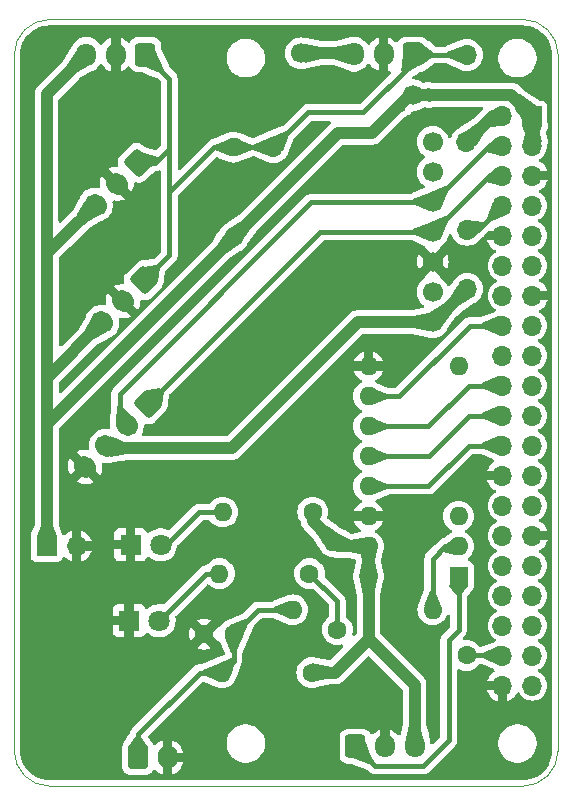
<source format=gbr>
%TF.GenerationSoftware,KiCad,Pcbnew,8.0.8*%
%TF.CreationDate,2025-02-25T22:54:27-05:00*%
%TF.ProjectId,TPI_v1,5450495f-7631-42e6-9b69-6361645f7063,rev?*%
%TF.SameCoordinates,Original*%
%TF.FileFunction,Copper,L2,Bot*%
%TF.FilePolarity,Positive*%
%FSLAX46Y46*%
G04 Gerber Fmt 4.6, Leading zero omitted, Abs format (unit mm)*
G04 Created by KiCad (PCBNEW 8.0.8) date 2025-02-25 22:54:27*
%MOMM*%
%LPD*%
G01*
G04 APERTURE LIST*
G04 Aperture macros list*
%AMRoundRect*
0 Rectangle with rounded corners*
0 $1 Rounding radius*
0 $2 $3 $4 $5 $6 $7 $8 $9 X,Y pos of 4 corners*
0 Add a 4 corners polygon primitive as box body*
4,1,4,$2,$3,$4,$5,$6,$7,$8,$9,$2,$3,0*
0 Add four circle primitives for the rounded corners*
1,1,$1+$1,$2,$3*
1,1,$1+$1,$4,$5*
1,1,$1+$1,$6,$7*
1,1,$1+$1,$8,$9*
0 Add four rect primitives between the rounded corners*
20,1,$1+$1,$2,$3,$4,$5,0*
20,1,$1+$1,$4,$5,$6,$7,0*
20,1,$1+$1,$6,$7,$8,$9,0*
20,1,$1+$1,$8,$9,$2,$3,0*%
%AMHorizOval*
0 Thick line with rounded ends*
0 $1 width*
0 $2 $3 position (X,Y) of the first rounded end (center of the circle)*
0 $4 $5 position (X,Y) of the second rounded end (center of the circle)*
0 Add line between two ends*
20,1,$1,$2,$3,$4,$5,0*
0 Add two circle primitives to create the rounded ends*
1,1,$1,$2,$3*
1,1,$1,$4,$5*%
G04 Aperture macros list end*
%TA.AperFunction,ComponentPad*%
%ADD10C,1.600000*%
%TD*%
%TA.AperFunction,ComponentPad*%
%ADD11O,1.600000X1.600000*%
%TD*%
%TA.AperFunction,ComponentPad*%
%ADD12C,1.800000*%
%TD*%
%TA.AperFunction,ComponentPad*%
%ADD13R,1.800000X1.800000*%
%TD*%
%TA.AperFunction,ComponentPad*%
%ADD14O,1.700000X1.700000*%
%TD*%
%TA.AperFunction,ComponentPad*%
%ADD15C,1.700000*%
%TD*%
%TA.AperFunction,ComponentPad*%
%ADD16HorizOval,1.700000X-0.088388X0.088388X0.088388X-0.088388X0*%
%TD*%
%TA.AperFunction,ComponentPad*%
%ADD17RoundRect,0.250000X-0.088388X0.936916X-0.936916X0.088388X0.088388X-0.936916X0.936916X-0.088388X0*%
%TD*%
%TA.AperFunction,ComponentPad*%
%ADD18R,1.600000X1.600000*%
%TD*%
%TA.AperFunction,ComponentPad*%
%ADD19RoundRect,0.250000X-0.600000X-0.725000X0.600000X-0.725000X0.600000X0.725000X-0.600000X0.725000X0*%
%TD*%
%TA.AperFunction,ComponentPad*%
%ADD20O,1.700000X1.950000*%
%TD*%
%TA.AperFunction,ComponentPad*%
%ADD21R,1.700000X1.700000*%
%TD*%
%TA.AperFunction,ComponentPad*%
%ADD22RoundRect,0.250000X0.600000X0.725000X-0.600000X0.725000X-0.600000X-0.725000X0.600000X-0.725000X0*%
%TD*%
%TA.AperFunction,ComponentPad*%
%ADD23O,1.700000X2.000000*%
%TD*%
%TA.AperFunction,ComponentPad*%
%ADD24RoundRect,0.250000X-0.600000X-0.750000X0.600000X-0.750000X0.600000X0.750000X-0.600000X0.750000X0*%
%TD*%
%TA.AperFunction,Conductor*%
%ADD25C,0.400000*%
%TD*%
%TA.AperFunction,Conductor*%
%ADD26C,1.000000*%
%TD*%
%TA.AperFunction,Profile*%
%ADD27C,0.050000*%
%TD*%
%TA.AperFunction,Profile*%
%ADD28C,0.100000*%
%TD*%
G04 APERTURE END LIST*
D10*
X182828600Y-103400200D03*
X171881200Y-101215800D03*
D11*
X161899000Y-96466000D03*
D10*
X169519000Y-96466000D03*
D12*
X156793600Y-100453800D03*
D13*
X154253600Y-100453800D03*
D12*
X156920600Y-94027600D03*
D13*
X154380600Y-94027600D03*
D11*
X162178400Y-91259000D03*
D10*
X169798400Y-91259000D03*
D11*
X171551000Y-93773600D03*
D14*
X182854000Y-52549400D03*
X182854000Y-67357600D03*
X182879400Y-72361400D03*
X182803200Y-59966200D03*
D15*
X178282000Y-55978400D03*
X168807800Y-52422400D03*
D14*
X166471000Y-60372600D03*
D16*
X150525099Y-87443701D03*
X152292866Y-85675934D03*
X154060633Y-83908167D03*
D17*
X155828400Y-82140400D03*
D11*
X168096600Y-99539400D03*
X179958400Y-99514000D03*
D15*
X179958400Y-59920800D03*
X179958400Y-62460800D03*
X179958400Y-65000800D03*
X179958400Y-67540800D03*
X179958400Y-70080800D03*
X179958400Y-72620800D03*
X179958400Y-75160800D03*
D11*
X174522800Y-96694600D03*
X174522800Y-94154600D03*
X174522800Y-91614600D03*
X174522800Y-89074600D03*
X174522800Y-86534600D03*
X174522800Y-83994600D03*
X174522800Y-81454600D03*
X174522800Y-78914600D03*
X182142800Y-78914600D03*
X182142800Y-91614600D03*
X182142800Y-94154600D03*
D18*
X182142800Y-96694600D03*
D19*
X173419800Y-111096400D03*
D20*
X175919800Y-111096400D03*
X178419800Y-111096400D03*
D21*
X188401200Y-57705600D03*
D14*
X185861200Y-57705600D03*
X188401200Y-60245600D03*
X185861200Y-60245600D03*
X188401200Y-62785600D03*
X185861200Y-62785600D03*
X188401200Y-65325600D03*
X185861200Y-65325600D03*
X188401200Y-67865600D03*
X185861200Y-67865600D03*
X188401200Y-70405600D03*
X185861200Y-70405600D03*
X188401200Y-72945600D03*
X185861200Y-72945600D03*
X188401200Y-75485600D03*
X185861200Y-75485600D03*
X188401200Y-78025600D03*
X185861200Y-78025600D03*
X188401200Y-80565600D03*
X185861200Y-80565600D03*
X188401200Y-83105600D03*
X185861200Y-83105600D03*
X188401200Y-85645600D03*
X185861200Y-85645600D03*
X188401200Y-88185600D03*
X185861200Y-88185600D03*
X188401200Y-90725600D03*
X185861200Y-90725600D03*
X188401200Y-93265600D03*
X185861200Y-93265600D03*
X188401200Y-95805600D03*
X185861200Y-95805600D03*
X188401200Y-98345600D03*
X185861200Y-98345600D03*
X188401200Y-100885600D03*
X185861200Y-100885600D03*
X188401200Y-103425600D03*
X185861200Y-103425600D03*
X188401200Y-105965600D03*
X185861200Y-105965600D03*
D17*
X154964800Y-61693400D03*
D16*
X153197033Y-63461167D03*
X151429266Y-65228934D03*
X151962666Y-75185734D03*
X153730433Y-73417967D03*
D17*
X155498200Y-71650200D03*
D20*
X150625200Y-52524000D03*
X153125200Y-52524000D03*
D22*
X155625200Y-52524000D03*
D20*
X173292800Y-52498600D03*
X175792800Y-52498600D03*
D22*
X178292800Y-52498600D03*
D11*
X162102200Y-104848000D03*
D10*
X169722200Y-104848000D03*
D23*
X157504800Y-112036200D03*
D24*
X155004800Y-112036200D03*
D10*
X160598200Y-101596800D03*
X163098200Y-101596800D03*
D14*
X149808600Y-94129200D03*
D21*
X147268600Y-94129200D03*
D11*
X163092800Y-60372600D03*
D10*
X163092800Y-67992600D03*
D25*
X160222600Y-104848000D02*
X162102200Y-104848000D01*
X155004800Y-110065800D02*
X160222600Y-104848000D01*
X155004800Y-112036200D02*
X155004800Y-110065800D01*
X163098200Y-103140800D02*
X163098200Y-101596800D01*
X163092800Y-103146200D02*
X163098200Y-103140800D01*
X163092800Y-103857400D02*
X163092800Y-103146200D01*
X162102200Y-104848000D02*
X163092800Y-103857400D01*
X165175600Y-99539400D02*
X168096600Y-99539400D01*
X164927000Y-99768000D02*
X164947000Y-99768000D01*
X163098200Y-101596800D02*
X164927000Y-99768000D01*
X164947000Y-99768000D02*
X165175600Y-99539400D01*
X171881200Y-101215800D02*
X171881200Y-98828200D01*
X171881200Y-98828200D02*
X169519000Y-96466000D01*
D26*
X147274000Y-94123800D02*
X147274000Y-83918400D01*
X147268600Y-94129200D02*
X147274000Y-94123800D01*
D25*
X185835800Y-103400200D02*
X185861200Y-103425600D01*
X182828600Y-103400200D02*
X185835800Y-103400200D01*
X160171800Y-91259000D02*
X162178400Y-91259000D01*
X157403200Y-94027600D02*
X160171800Y-91259000D01*
X156920600Y-94027600D02*
X157403200Y-94027600D01*
X160781400Y-96466000D02*
X161899000Y-96466000D01*
X156793600Y-100453800D02*
X160781400Y-96466000D01*
X182142800Y-101266600D02*
X182142800Y-96694600D01*
X181304877Y-110588123D02*
X181304877Y-102104523D01*
X181304877Y-102104523D02*
X182142800Y-101266600D01*
X179121600Y-112771400D02*
X181304877Y-110588123D01*
X175094800Y-112771400D02*
X179121600Y-112771400D01*
X173419800Y-111096400D02*
X175094800Y-112771400D01*
D26*
X178419800Y-105874800D02*
X174522800Y-101977800D01*
X178419800Y-111096400D02*
X178419800Y-105874800D01*
D25*
X185295754Y-103425600D02*
X185861200Y-103425600D01*
D26*
X174522800Y-94154600D02*
X171932000Y-94154600D01*
X171932000Y-94154600D02*
X171551000Y-93773600D01*
X169798400Y-92021000D02*
X171551000Y-93773600D01*
X169798400Y-91259000D02*
X169798400Y-92021000D01*
D25*
X183829200Y-67357600D02*
X185861200Y-65325600D01*
X182854000Y-67357600D02*
X183829200Y-67357600D01*
D26*
X188401200Y-60245600D02*
X188401200Y-57705600D01*
D25*
X178343600Y-52549400D02*
X178292800Y-52498600D01*
X182854000Y-52549400D02*
X178343600Y-52549400D01*
D26*
X174522800Y-96694600D02*
X174522800Y-94154600D01*
X180080000Y-75160800D02*
X182879400Y-72361400D01*
X179958400Y-75160800D02*
X180080000Y-75160800D01*
X185063800Y-57705600D02*
X185861200Y-57705600D01*
X182803200Y-59966200D02*
X185063800Y-57705600D01*
X162942645Y-85846555D02*
X173628400Y-75160800D01*
X173628400Y-75160800D02*
X179958400Y-75160800D01*
X152463487Y-85846555D02*
X162942645Y-85846555D01*
X152292866Y-85675934D02*
X152463487Y-85846555D01*
X173216600Y-52422400D02*
X173292800Y-52498600D01*
X168807800Y-52422400D02*
X173216600Y-52422400D01*
X178053400Y-55927600D02*
X186623200Y-55927600D01*
X171930896Y-59154504D02*
X174826496Y-59154504D01*
X174826496Y-59154504D02*
X178053400Y-55927600D01*
X163092800Y-67992600D02*
X171930896Y-59154504D01*
X186623200Y-55927600D02*
X188401200Y-57705600D01*
X147274000Y-83811400D02*
X147274000Y-83918400D01*
X163092800Y-67992600D02*
X147274000Y-83811400D01*
X147274000Y-83918400D02*
X147274000Y-79874400D01*
D25*
X170428000Y-67540800D02*
X155828400Y-82140400D01*
X179958400Y-67540800D02*
X170428000Y-67540800D01*
X178292800Y-53224400D02*
X178292800Y-52498600D01*
X174091000Y-57426200D02*
X178292800Y-53224400D01*
X169417400Y-57426200D02*
X174091000Y-57426200D01*
X166471000Y-60372600D02*
X169417400Y-57426200D01*
X161467200Y-60372600D02*
X157657200Y-64182600D01*
X163092800Y-60372600D02*
X161467200Y-60372600D01*
X157657200Y-64995400D02*
X157657200Y-69491200D01*
X157657200Y-64182600D02*
X157657200Y-64995400D01*
X157657200Y-60499600D02*
X157657200Y-64995400D01*
X157657200Y-69491200D02*
X155498200Y-71650200D01*
X157657200Y-54556000D02*
X155625200Y-52524000D01*
X157657200Y-60499600D02*
X157657200Y-54556000D01*
X154964800Y-61693400D02*
X156463400Y-61693400D01*
X156463400Y-61693400D02*
X157657200Y-60499600D01*
X163092800Y-60372600D02*
X166471000Y-60372600D01*
X184713600Y-60245600D02*
X185861200Y-60245600D01*
X179958400Y-65000800D02*
X184713600Y-60245600D01*
X184713600Y-62785600D02*
X185861200Y-62785600D01*
X179958400Y-67540800D02*
X184713600Y-62785600D01*
D26*
X147268600Y-55880600D02*
X150625200Y-52524000D01*
X147268600Y-69353400D02*
X147268600Y-55880600D01*
X147274000Y-69358800D02*
X147268600Y-69353400D01*
X147274000Y-69358800D02*
X147274000Y-79874400D01*
X148691000Y-67967200D02*
X148665600Y-67967200D01*
X151429266Y-65228934D02*
X148691000Y-67967200D01*
X148665600Y-67967200D02*
X147274000Y-69358800D01*
X147274000Y-79874400D02*
X151962666Y-75185734D01*
X174522800Y-101977800D02*
X171652600Y-104848000D01*
X171652600Y-104848000D02*
X169722200Y-104848000D01*
D25*
X181011430Y-94154600D02*
X182142800Y-94154600D01*
X179958400Y-95207630D02*
X181011430Y-94154600D01*
X179958400Y-99514000D02*
X179958400Y-95207630D01*
D26*
X174522800Y-96694600D02*
X174522800Y-101977800D01*
D25*
X183082600Y-75485600D02*
X185861200Y-75485600D01*
X174522800Y-81454600D02*
X177113600Y-81454600D01*
X177113600Y-81454600D02*
X183082600Y-75485600D01*
X174522800Y-83994600D02*
X179577400Y-83994600D01*
X179577400Y-83994600D02*
X183006400Y-80565600D01*
X183006400Y-80565600D02*
X185861200Y-80565600D01*
X183031800Y-83105600D02*
X185861200Y-83105600D01*
X179602800Y-86534600D02*
X183031800Y-83105600D01*
X174522800Y-86534600D02*
X179602800Y-86534600D01*
X183006400Y-85645600D02*
X185861200Y-85645600D01*
X179577400Y-89074600D02*
X183006400Y-85645600D01*
X174522800Y-89074600D02*
X179577400Y-89074600D01*
X153440800Y-81251400D02*
X169691400Y-65000800D01*
X153440800Y-83288334D02*
X153440800Y-81251400D01*
X169691400Y-65000800D02*
X179958400Y-65000800D01*
X154060633Y-83908167D02*
X153440800Y-83288334D01*
%TA.AperFunction,Conductor*%
G36*
X184074294Y-86358007D02*
G01*
X185097981Y-86793850D01*
X185158705Y-86841400D01*
X185187520Y-86912943D01*
X185176703Y-86989309D01*
X185129152Y-87050035D01*
X185125075Y-87052994D01*
X184990121Y-87147490D01*
X184823091Y-87314520D01*
X184687602Y-87508019D01*
X184587768Y-87722111D01*
X184570757Y-87785600D01*
X185554094Y-87785600D01*
X185461101Y-87878593D01*
X185395275Y-87992607D01*
X185361200Y-88119774D01*
X185361200Y-88251426D01*
X185395275Y-88378593D01*
X185461101Y-88492607D01*
X185554094Y-88585600D01*
X184570757Y-88585600D01*
X184587769Y-88649090D01*
X184687600Y-88863179D01*
X184687606Y-88863188D01*
X184823088Y-89056676D01*
X184990123Y-89223711D01*
X185183611Y-89359193D01*
X185183615Y-89359196D01*
X185219453Y-89375907D01*
X185278537Y-89425484D01*
X185304917Y-89497960D01*
X185291525Y-89573917D01*
X185241948Y-89633001D01*
X185236008Y-89636785D01*
X185054320Y-89764004D01*
X184899604Y-89918720D01*
X184790423Y-90074648D01*
X184774098Y-90097962D01*
X184681625Y-90296270D01*
X184681624Y-90296273D01*
X184624993Y-90507621D01*
X184605923Y-90725599D01*
X184605923Y-90725600D01*
X184624993Y-90943578D01*
X184681624Y-91154928D01*
X184681625Y-91154930D01*
X184774094Y-91353233D01*
X184774097Y-91353238D01*
X184836850Y-91442858D01*
X184899602Y-91532477D01*
X185054323Y-91687198D01*
X185233561Y-91812702D01*
X185294875Y-91841293D01*
X185336193Y-91860560D01*
X185395276Y-91910137D01*
X185421656Y-91982613D01*
X185408263Y-92058570D01*
X185358686Y-92117653D01*
X185336194Y-92130639D01*
X185233566Y-92178495D01*
X185233563Y-92178497D01*
X185233562Y-92178498D01*
X185106691Y-92267334D01*
X185054320Y-92304004D01*
X184899604Y-92458720D01*
X184776872Y-92634001D01*
X184774098Y-92637962D01*
X184688452Y-92821630D01*
X184681624Y-92836273D01*
X184624993Y-93047621D01*
X184605923Y-93265599D01*
X184605923Y-93265600D01*
X184624993Y-93483578D01*
X184681624Y-93694928D01*
X184681625Y-93694930D01*
X184774094Y-93893233D01*
X184774097Y-93893238D01*
X184806200Y-93939085D01*
X184899602Y-94072477D01*
X185054323Y-94227198D01*
X185233561Y-94352702D01*
X185294875Y-94381293D01*
X185336193Y-94400560D01*
X185395276Y-94450137D01*
X185421656Y-94522613D01*
X185408263Y-94598570D01*
X185358686Y-94657653D01*
X185336194Y-94670639D01*
X185233566Y-94718495D01*
X185233560Y-94718499D01*
X185054320Y-94844004D01*
X184899604Y-94998720D01*
X184786303Y-95160532D01*
X184774098Y-95177962D01*
X184684104Y-95370954D01*
X184681624Y-95376273D01*
X184624993Y-95587621D01*
X184605923Y-95805599D01*
X184605923Y-95805600D01*
X184624993Y-96023578D01*
X184681624Y-96234928D01*
X184681625Y-96234930D01*
X184774094Y-96433233D01*
X184774097Y-96433238D01*
X184836850Y-96522858D01*
X184899602Y-96612477D01*
X185054323Y-96767198D01*
X185233561Y-96892702D01*
X185294875Y-96921293D01*
X185336193Y-96940560D01*
X185395276Y-96990137D01*
X185421656Y-97062613D01*
X185408263Y-97138570D01*
X185358686Y-97197653D01*
X185336194Y-97210639D01*
X185233566Y-97258495D01*
X185233560Y-97258499D01*
X185054320Y-97384004D01*
X184899604Y-97538720D01*
X184899602Y-97538723D01*
X184774098Y-97717962D01*
X184681625Y-97916270D01*
X184681624Y-97916273D01*
X184624993Y-98127621D01*
X184605923Y-98345599D01*
X184605923Y-98345600D01*
X184624993Y-98563578D01*
X184681624Y-98774928D01*
X184681625Y-98774930D01*
X184774094Y-98973233D01*
X184774097Y-98973238D01*
X184830508Y-99053801D01*
X184899602Y-99152477D01*
X185054323Y-99307198D01*
X185233561Y-99432702D01*
X185262984Y-99446422D01*
X185336193Y-99480560D01*
X185395276Y-99530137D01*
X185421656Y-99602613D01*
X185408263Y-99678570D01*
X185358686Y-99737653D01*
X185336194Y-99750639D01*
X185233566Y-99798495D01*
X185233560Y-99798499D01*
X185054320Y-99924004D01*
X184899604Y-100078720D01*
X184899602Y-100078723D01*
X184774098Y-100257962D01*
X184681625Y-100456270D01*
X184681624Y-100456273D01*
X184624993Y-100667621D01*
X184605923Y-100885599D01*
X184605923Y-100885600D01*
X184624993Y-101103578D01*
X184681624Y-101314928D01*
X184681625Y-101314930D01*
X184774094Y-101513233D01*
X184774097Y-101513238D01*
X184899603Y-101692478D01*
X185054324Y-101847199D01*
X185230862Y-101970813D01*
X185280439Y-102029896D01*
X185293832Y-102105853D01*
X185267452Y-102178329D01*
X185208369Y-102227906D01*
X185201779Y-102230787D01*
X184081791Y-102688621D01*
X184025411Y-102699700D01*
X184003287Y-102699700D01*
X183928787Y-102679738D01*
X183881233Y-102636162D01*
X183828648Y-102561062D01*
X183667737Y-102400151D01*
X183481341Y-102269637D01*
X183481338Y-102269635D01*
X183481334Y-102269632D01*
X183275096Y-102173461D01*
X183055292Y-102114565D01*
X183055293Y-102114565D01*
X182828600Y-102094732D01*
X182662971Y-102109222D01*
X182587014Y-102095829D01*
X182527931Y-102046251D01*
X182501552Y-101973775D01*
X182514945Y-101897818D01*
X182544624Y-101855432D01*
X182686914Y-101713143D01*
X182763575Y-101598411D01*
X182764243Y-101596800D01*
X182798854Y-101513239D01*
X182816380Y-101470928D01*
X182843300Y-101335594D01*
X182843300Y-101197606D01*
X182843300Y-98519432D01*
X182863262Y-98444932D01*
X182873100Y-98430032D01*
X183341115Y-97806012D01*
X183351727Y-97791322D01*
X183357643Y-97779524D01*
X183371555Y-97757022D01*
X183386392Y-97737204D01*
X183386596Y-97736931D01*
X183405817Y-97685394D01*
X183412234Y-97670670D01*
X183416227Y-97662709D01*
X183418567Y-97655696D01*
X183420255Y-97649097D01*
X183424996Y-97633971D01*
X183436891Y-97602083D01*
X183443300Y-97542473D01*
X183443299Y-95846728D01*
X183436891Y-95787117D01*
X183422388Y-95748233D01*
X183386597Y-95652270D01*
X183386595Y-95652266D01*
X183300347Y-95537055D01*
X183300344Y-95537052D01*
X183185133Y-95450804D01*
X183185129Y-95450802D01*
X183041551Y-95397252D01*
X183042548Y-95394577D01*
X182988216Y-95365315D01*
X182947695Y-95299689D01*
X182945415Y-95222595D01*
X182981988Y-95154689D01*
X182985022Y-95151563D01*
X183142847Y-94993739D01*
X183273368Y-94807334D01*
X183369539Y-94601096D01*
X183428435Y-94381292D01*
X183448268Y-94154600D01*
X183428435Y-93927908D01*
X183369539Y-93708104D01*
X183273368Y-93501866D01*
X183142847Y-93315461D01*
X182981939Y-93154553D01*
X182981937Y-93154551D01*
X182795541Y-93024037D01*
X182795534Y-93024032D01*
X182795528Y-93024029D01*
X182786112Y-93019638D01*
X182727030Y-92970063D01*
X182700651Y-92897586D01*
X182714044Y-92821630D01*
X182763621Y-92762546D01*
X182786111Y-92749562D01*
X182795534Y-92745168D01*
X182981939Y-92614647D01*
X183142847Y-92453739D01*
X183273368Y-92267334D01*
X183369539Y-92061096D01*
X183428435Y-91841292D01*
X183448268Y-91614600D01*
X183428435Y-91387908D01*
X183369539Y-91168104D01*
X183273368Y-90961866D01*
X183142847Y-90775461D01*
X182981939Y-90614553D01*
X182981937Y-90614551D01*
X182795541Y-90484037D01*
X182795538Y-90484035D01*
X182795534Y-90484032D01*
X182589296Y-90387861D01*
X182369492Y-90328965D01*
X182369493Y-90328965D01*
X182142800Y-90309132D01*
X181916106Y-90328965D01*
X181696307Y-90387860D01*
X181696306Y-90387860D01*
X181696304Y-90387861D01*
X181490066Y-90484032D01*
X181490063Y-90484034D01*
X181490061Y-90484035D01*
X181490058Y-90484037D01*
X181303662Y-90614551D01*
X181142751Y-90775462D01*
X181012237Y-90961858D01*
X181012235Y-90961861D01*
X181012234Y-90961863D01*
X181012232Y-90961866D01*
X180916061Y-91168104D01*
X180916060Y-91168107D01*
X180857165Y-91387906D01*
X180837332Y-91614600D01*
X180857165Y-91841293D01*
X180900532Y-92003141D01*
X180916061Y-92061096D01*
X181012232Y-92267334D01*
X181012235Y-92267338D01*
X181012237Y-92267341D01*
X181142751Y-92453737D01*
X181303662Y-92614648D01*
X181344199Y-92643032D01*
X181490066Y-92745168D01*
X181499485Y-92749560D01*
X181499489Y-92749562D01*
X181558571Y-92799140D01*
X181584948Y-92871618D01*
X181571553Y-92947574D01*
X181521975Y-93006656D01*
X181499489Y-93019638D01*
X181490068Y-93024031D01*
X181490058Y-93024037D01*
X181303668Y-93154547D01*
X181303659Y-93154554D01*
X181281880Y-93176332D01*
X181264194Y-93191448D01*
X180914958Y-93445566D01*
X180856359Y-93471222D01*
X180807102Y-93481019D01*
X180807097Y-93481021D01*
X180769762Y-93496486D01*
X180679623Y-93533822D01*
X180635541Y-93563277D01*
X180564888Y-93610485D01*
X180564884Y-93610488D01*
X180236286Y-93939085D01*
X180223282Y-93950651D01*
X180221087Y-93952384D01*
X180219728Y-93953547D01*
X180219721Y-93953553D01*
X180150050Y-94025299D01*
X180148516Y-94026855D01*
X179414289Y-94761083D01*
X179414285Y-94761088D01*
X179337628Y-94875814D01*
X179337620Y-94875827D01*
X179284821Y-95003298D01*
X179284819Y-95003304D01*
X179272901Y-95063224D01*
X179261416Y-95120963D01*
X179258779Y-95134218D01*
X179257900Y-95138636D01*
X179257900Y-97771096D01*
X179246439Y-97828403D01*
X178757146Y-99002711D01*
X178754485Y-99009230D01*
X178754448Y-99009322D01*
X178744377Y-99038377D01*
X178738639Y-99052537D01*
X178731659Y-99067506D01*
X178672765Y-99287306D01*
X178652932Y-99514000D01*
X178672765Y-99740693D01*
X178679571Y-99766092D01*
X178731661Y-99960496D01*
X178827832Y-100166734D01*
X178827835Y-100166738D01*
X178827837Y-100166741D01*
X178958351Y-100353137D01*
X179119262Y-100514048D01*
X179189257Y-100563058D01*
X179305666Y-100644568D01*
X179511904Y-100740739D01*
X179731708Y-100799635D01*
X179958400Y-100819468D01*
X180185092Y-100799635D01*
X180404896Y-100740739D01*
X180611134Y-100644568D01*
X180797539Y-100514047D01*
X180958447Y-100353139D01*
X181088968Y-100166734D01*
X181158261Y-100018133D01*
X181207837Y-99959052D01*
X181280314Y-99932673D01*
X181356270Y-99946066D01*
X181415354Y-99995643D01*
X181441733Y-100068120D01*
X181442300Y-100081106D01*
X181442300Y-100914725D01*
X181422338Y-100989225D01*
X181398659Y-101020084D01*
X180760763Y-101657979D01*
X180760762Y-101657981D01*
X180705468Y-101740736D01*
X180684098Y-101772717D01*
X180631297Y-101900193D01*
X180631296Y-101900197D01*
X180604377Y-102035529D01*
X180604377Y-110236248D01*
X180584415Y-110310748D01*
X180560736Y-110341607D01*
X180013575Y-110888767D01*
X179946780Y-110927331D01*
X179869652Y-110927331D01*
X179802857Y-110888767D01*
X179764293Y-110821972D01*
X179761052Y-110806725D01*
X179748428Y-110727018D01*
X179746997Y-110714669D01*
X179746983Y-110714474D01*
X179744951Y-110686912D01*
X179609109Y-110068969D01*
X179423775Y-109225890D01*
X179420300Y-109193899D01*
X179420300Y-105776263D01*
X179420299Y-105776255D01*
X179419573Y-105772607D01*
X179394392Y-105646013D01*
X179381851Y-105582964D01*
X179347790Y-105500734D01*
X179347351Y-105499675D01*
X179306432Y-105400887D01*
X179306431Y-105400884D01*
X179254961Y-105323854D01*
X179196939Y-105237018D01*
X179057582Y-105097661D01*
X179057581Y-105097660D01*
X175566941Y-101607020D01*
X175528377Y-101540225D01*
X175523300Y-101501661D01*
X175523300Y-98382099D01*
X175525852Y-98354640D01*
X175527547Y-98345599D01*
X175761322Y-97098789D01*
X175763834Y-97087742D01*
X175808435Y-96921292D01*
X175821661Y-96770109D01*
X175822531Y-96762463D01*
X175823514Y-96755454D01*
X175823714Y-96753313D01*
X175823713Y-96753293D01*
X175823875Y-96749598D01*
X175823900Y-96749599D01*
X175824283Y-96740142D01*
X175828268Y-96694600D01*
X175808435Y-96467908D01*
X175763837Y-96301465D01*
X175761322Y-96290405D01*
X175604132Y-95452055D01*
X175604132Y-95397141D01*
X175761322Y-94558789D01*
X175763834Y-94547742D01*
X175808435Y-94381292D01*
X175821661Y-94230109D01*
X175822531Y-94222463D01*
X175823514Y-94215454D01*
X175823714Y-94213313D01*
X175823713Y-94213293D01*
X175823875Y-94209598D01*
X175823900Y-94209599D01*
X175824283Y-94200142D01*
X175824731Y-94195026D01*
X175828268Y-94154600D01*
X175808435Y-93927908D01*
X175749539Y-93708104D01*
X175653368Y-93501866D01*
X175522847Y-93315461D01*
X175361939Y-93154553D01*
X175361937Y-93154551D01*
X175175541Y-93024037D01*
X175175534Y-93024032D01*
X175175532Y-93024031D01*
X175175529Y-93024029D01*
X175165518Y-93019361D01*
X175106436Y-92969781D01*
X175080060Y-92897303D01*
X175093457Y-92821348D01*
X175143037Y-92762266D01*
X175165531Y-92749281D01*
X175175278Y-92744736D01*
X175175282Y-92744734D01*
X175361617Y-92614260D01*
X175522460Y-92453417D01*
X175652934Y-92267082D01*
X175652937Y-92267077D01*
X175749066Y-92060925D01*
X175761480Y-92014600D01*
X174575461Y-92014600D01*
X174677194Y-91987341D01*
X174768406Y-91934680D01*
X174842880Y-91860206D01*
X174895541Y-91768994D01*
X174922800Y-91667261D01*
X174922800Y-91561939D01*
X174895541Y-91460206D01*
X174842880Y-91368994D01*
X174768406Y-91294520D01*
X174677194Y-91241859D01*
X174575461Y-91214600D01*
X175761479Y-91214600D01*
X175749066Y-91168274D01*
X175652937Y-90962122D01*
X175652934Y-90962117D01*
X175522460Y-90775782D01*
X175361617Y-90614939D01*
X175175282Y-90484465D01*
X175169645Y-90481211D01*
X175170675Y-90479426D01*
X175119347Y-90436362D01*
X175092963Y-90363887D01*
X175106351Y-90287929D01*
X175155924Y-90228843D01*
X175184079Y-90213356D01*
X176208393Y-89786561D01*
X176265700Y-89775100D01*
X179646390Y-89775100D01*
X179646394Y-89775100D01*
X179781728Y-89748180D01*
X179868771Y-89712125D01*
X179909202Y-89695379D01*
X179909203Y-89695378D01*
X179909211Y-89695375D01*
X180023943Y-89618714D01*
X183252916Y-86389741D01*
X183319711Y-86351177D01*
X183358275Y-86346100D01*
X184015927Y-86346100D01*
X184074294Y-86358007D01*
G37*
%TD.AperFunction*%
%TA.AperFunction,Conductor*%
G36*
X171258561Y-58146662D02*
G01*
X171313099Y-58201200D01*
X171333061Y-58275700D01*
X171313099Y-58350200D01*
X171289420Y-58381059D01*
X171153754Y-58516725D01*
X163578583Y-66091895D01*
X163557362Y-66109507D01*
X162504957Y-66829573D01*
X162483793Y-66841640D01*
X162440069Y-66862030D01*
X162440061Y-66862034D01*
X162253660Y-66992553D01*
X162222752Y-67023460D01*
X162216893Y-67028802D01*
X162216953Y-67028867D01*
X162214223Y-67031371D01*
X162168029Y-67078178D01*
X162167339Y-67078873D01*
X162092752Y-67153461D01*
X161962234Y-67339861D01*
X161962231Y-67339867D01*
X161941841Y-67383593D01*
X161929773Y-67404759D01*
X161644798Y-67821263D01*
X161330387Y-68280787D01*
X161330387Y-68280788D01*
X161330386Y-68280789D01*
X161209713Y-68457155D01*
X161192102Y-68478375D01*
X148528859Y-81141619D01*
X148462064Y-81180183D01*
X148384936Y-81180183D01*
X148318141Y-81141619D01*
X148279577Y-81074824D01*
X148274500Y-81036260D01*
X148274500Y-80350537D01*
X148294462Y-80276037D01*
X148318137Y-80245182D01*
X151392684Y-77170634D01*
X151424406Y-77146462D01*
X152432859Y-76573269D01*
X152460422Y-76561108D01*
X152569466Y-76525679D01*
X152758870Y-76429173D01*
X152930845Y-76304226D01*
X153081158Y-76153913D01*
X153206105Y-75981938D01*
X153302611Y-75792534D01*
X153368300Y-75590365D01*
X153401554Y-75380409D01*
X153401554Y-75167835D01*
X153375029Y-75000365D01*
X153383092Y-74923662D01*
X153428426Y-74861264D01*
X153498886Y-74829893D01*
X153545504Y-74829893D01*
X153712579Y-74856355D01*
X153925063Y-74856355D01*
X154134949Y-74823112D01*
X154337041Y-74757448D01*
X154447795Y-74701016D01*
X154447795Y-74701015D01*
X153629443Y-73882663D01*
X153667898Y-73892967D01*
X153792968Y-73892967D01*
X153913776Y-73860597D01*
X154022090Y-73798062D01*
X154110528Y-73709624D01*
X154173063Y-73601310D01*
X154205433Y-73480502D01*
X154205433Y-73355432D01*
X154195129Y-73316977D01*
X155013481Y-74135329D01*
X155013482Y-74135329D01*
X155069914Y-74024575D01*
X155135578Y-73822483D01*
X155168821Y-73612597D01*
X155168821Y-73447834D01*
X155188783Y-73373334D01*
X155243321Y-73318796D01*
X155317821Y-73298834D01*
X155352182Y-73302850D01*
X155388711Y-73311508D01*
X155498866Y-73337617D01*
X155498868Y-73337617D01*
X155674311Y-73337617D01*
X155845018Y-73297157D01*
X155845018Y-73297156D01*
X155845022Y-73297156D01*
X156001803Y-73218419D01*
X156081910Y-73153162D01*
X157001160Y-72233910D01*
X157066419Y-72153803D01*
X157145156Y-71997022D01*
X157157967Y-71942969D01*
X157185617Y-71826310D01*
X157185617Y-71681868D01*
X157187377Y-71659033D01*
X157213173Y-71492702D01*
X157309758Y-70869938D01*
X157340901Y-70799380D01*
X157351628Y-70787427D01*
X158201314Y-69937743D01*
X158277975Y-69823011D01*
X158330780Y-69695528D01*
X158357700Y-69560194D01*
X158357700Y-69422206D01*
X158357700Y-64926407D01*
X158357700Y-64534474D01*
X158377662Y-64459974D01*
X158401337Y-64429119D01*
X161575724Y-61254731D01*
X161642517Y-61216169D01*
X161719645Y-61216169D01*
X161738388Y-61222553D01*
X161817442Y-61255492D01*
X162581420Y-61573815D01*
X162588105Y-61576544D01*
X162588115Y-61576548D01*
X162588150Y-61576560D01*
X162617160Y-61586615D01*
X162631333Y-61592357D01*
X162646304Y-61599339D01*
X162866108Y-61658235D01*
X163092800Y-61678068D01*
X163319492Y-61658235D01*
X163539296Y-61599339D01*
X163569049Y-61585464D01*
X163594864Y-61576213D01*
X163604179Y-61573815D01*
X164565339Y-61173332D01*
X164672273Y-61128777D01*
X164748720Y-61118550D01*
X164787948Y-61129224D01*
X165936839Y-61618374D01*
X165936928Y-61618412D01*
X165937022Y-61618452D01*
X165974631Y-61631944D01*
X165987280Y-61637149D01*
X166007337Y-61646503D01*
X166235592Y-61707663D01*
X166471000Y-61728259D01*
X166706408Y-61707663D01*
X166934663Y-61646503D01*
X167148830Y-61546635D01*
X167342401Y-61411095D01*
X167509495Y-61244001D01*
X167645035Y-61050430D01*
X167666362Y-61004695D01*
X167710832Y-60909327D01*
X167716983Y-60897539D01*
X167729604Y-60875786D01*
X168238281Y-59612813D01*
X168271129Y-59563126D01*
X169663916Y-58170341D01*
X169730711Y-58131777D01*
X169769275Y-58126700D01*
X171184061Y-58126700D01*
X171258561Y-58146662D01*
G37*
%TD.AperFunction*%
%TA.AperFunction,Conductor*%
G36*
X156898406Y-62352068D02*
G01*
X156945358Y-62413258D01*
X156956700Y-62470278D01*
X156956700Y-69139324D01*
X156936738Y-69213824D01*
X156913059Y-69244683D01*
X156360982Y-69796759D01*
X156294187Y-69835323D01*
X156278459Y-69838640D01*
X155489355Y-69961023D01*
X155466519Y-69962783D01*
X155322089Y-69962783D01*
X155151381Y-70003242D01*
X154994596Y-70081981D01*
X154914490Y-70147238D01*
X154914488Y-70147239D01*
X153995243Y-71066486D01*
X153995236Y-71066494D01*
X153929982Y-71146594D01*
X153851242Y-71303381D01*
X153810783Y-71474089D01*
X153810783Y-71474091D01*
X153810783Y-71649532D01*
X153838393Y-71766025D01*
X153845549Y-71796217D01*
X153843306Y-71873312D01*
X153802816Y-71938957D01*
X153734927Y-71975563D01*
X153700565Y-71979579D01*
X153535803Y-71979579D01*
X153325922Y-72012820D01*
X153123823Y-72078485D01*
X153013069Y-72134916D01*
X153013069Y-72134917D01*
X153831422Y-72953270D01*
X153792968Y-72942967D01*
X153667898Y-72942967D01*
X153547090Y-72975337D01*
X153438776Y-73037872D01*
X153350338Y-73126310D01*
X153287803Y-73234624D01*
X153255433Y-73355432D01*
X153255433Y-73480502D01*
X153265736Y-73518956D01*
X152447383Y-72700603D01*
X152447382Y-72700603D01*
X152390951Y-72811357D01*
X152325286Y-73013456D01*
X152292045Y-73223336D01*
X152292045Y-73435822D01*
X152318506Y-73602896D01*
X152310443Y-73679602D01*
X152265108Y-73741999D01*
X152194648Y-73773370D01*
X152148032Y-73773370D01*
X152077360Y-73762177D01*
X151980565Y-73746846D01*
X151767991Y-73746846D01*
X151600526Y-73773370D01*
X151558034Y-73780100D01*
X151355872Y-73845787D01*
X151355866Y-73845789D01*
X151355860Y-73845791D01*
X151355860Y-73845792D01*
X151166460Y-73942296D01*
X150994490Y-74067239D01*
X150844171Y-74217558D01*
X150719228Y-74389528D01*
X150622721Y-74578934D01*
X150622720Y-74578934D01*
X150587300Y-74687946D01*
X150575131Y-74715529D01*
X150001933Y-75723993D01*
X149977754Y-75755724D01*
X148528859Y-77204620D01*
X148462064Y-77243184D01*
X148384936Y-77243184D01*
X148318141Y-77204620D01*
X148279577Y-77137825D01*
X148274500Y-77099261D01*
X148274500Y-69834938D01*
X148294462Y-69760438D01*
X148318141Y-69729579D01*
X148777081Y-69270639D01*
X149241860Y-68805859D01*
X149264436Y-68787333D01*
X149328776Y-68744343D01*
X149328775Y-68744343D01*
X149328782Y-68744339D01*
X149468139Y-68604982D01*
X149468140Y-68604980D01*
X149476625Y-68596495D01*
X149476631Y-68596488D01*
X150859284Y-67213834D01*
X150891006Y-67189662D01*
X151899459Y-66616469D01*
X151927022Y-66604308D01*
X152036066Y-66568879D01*
X152225470Y-66472373D01*
X152397445Y-66347426D01*
X152547758Y-66197113D01*
X152672705Y-66025138D01*
X152769211Y-65835734D01*
X152834900Y-65633565D01*
X152868154Y-65423609D01*
X152868154Y-65211035D01*
X152841629Y-65043565D01*
X152849692Y-64966862D01*
X152895026Y-64904464D01*
X152965486Y-64873093D01*
X153012104Y-64873093D01*
X153179179Y-64899555D01*
X153391663Y-64899555D01*
X153601549Y-64866312D01*
X153803641Y-64800648D01*
X153914395Y-64744216D01*
X153914395Y-64744215D01*
X153096043Y-63925863D01*
X153134498Y-63936167D01*
X153259568Y-63936167D01*
X153380376Y-63903797D01*
X153488690Y-63841262D01*
X153577128Y-63752824D01*
X153639663Y-63644510D01*
X153672033Y-63523702D01*
X153672033Y-63398632D01*
X153661729Y-63360177D01*
X154480081Y-64178529D01*
X154480082Y-64178529D01*
X154536514Y-64067775D01*
X154602178Y-63865683D01*
X154635421Y-63655797D01*
X154635421Y-63491034D01*
X154655383Y-63416534D01*
X154709921Y-63361996D01*
X154784421Y-63342034D01*
X154818782Y-63346050D01*
X154855311Y-63354708D01*
X154965466Y-63380817D01*
X154965468Y-63380817D01*
X155140911Y-63380817D01*
X155311618Y-63340357D01*
X155311618Y-63340356D01*
X155311622Y-63340356D01*
X155468403Y-63261619D01*
X155548510Y-63196362D01*
X155896496Y-62848373D01*
X155915895Y-62832028D01*
X156511960Y-62411075D01*
X156568841Y-62386649D01*
X156633083Y-62373871D01*
X156667724Y-62366981D01*
X156667724Y-62366980D01*
X156667728Y-62366980D01*
X156750680Y-62332619D01*
X156827149Y-62322553D01*
X156898406Y-62352068D01*
G37*
%TD.AperFunction*%
%TA.AperFunction,Conductor*%
G36*
X153525200Y-53938504D02*
G01*
X153643416Y-53900095D01*
X153832755Y-53803621D01*
X153832756Y-53803621D01*
X154004664Y-53678722D01*
X154004674Y-53678714D01*
X154121174Y-53562214D01*
X154187968Y-53523649D01*
X154265096Y-53523649D01*
X154331891Y-53562213D01*
X154353346Y-53589347D01*
X154432488Y-53717656D01*
X154556544Y-53841712D01*
X154705866Y-53933814D01*
X154872403Y-53988999D01*
X154975191Y-53999500D01*
X155261492Y-53999499D01*
X155315951Y-54009808D01*
X155848846Y-54219054D01*
X156531252Y-54487007D01*
X156611485Y-54518511D01*
X156662386Y-54551843D01*
X156913059Y-54802516D01*
X156951623Y-54869311D01*
X156956700Y-54907875D01*
X156956700Y-60147724D01*
X156936738Y-60222224D01*
X156913059Y-60253083D01*
X156610354Y-60555787D01*
X156543559Y-60594351D01*
X156466431Y-60594351D01*
X156464159Y-60593723D01*
X155537540Y-60329659D01*
X155473017Y-60291723D01*
X155371736Y-60190442D01*
X155371734Y-60190440D01*
X155291626Y-60125181D01*
X155134845Y-60046444D01*
X155134844Y-60046443D01*
X155134841Y-60046442D01*
X154964134Y-60005983D01*
X154964132Y-60005983D01*
X154788691Y-60005983D01*
X154788689Y-60005983D01*
X154617981Y-60046442D01*
X154461196Y-60125181D01*
X154381090Y-60190438D01*
X154381088Y-60190439D01*
X153461843Y-61109686D01*
X153461836Y-61109694D01*
X153396582Y-61189794D01*
X153317842Y-61346581D01*
X153277383Y-61517289D01*
X153277383Y-61517291D01*
X153277383Y-61692732D01*
X153290361Y-61747488D01*
X153312149Y-61839417D01*
X153309906Y-61916512D01*
X153269416Y-61982157D01*
X153201527Y-62018763D01*
X153167165Y-62022779D01*
X153002403Y-62022779D01*
X152792522Y-62056020D01*
X152590423Y-62121685D01*
X152479669Y-62178116D01*
X152479669Y-62178117D01*
X153298022Y-62996470D01*
X153259568Y-62986167D01*
X153134498Y-62986167D01*
X153013690Y-63018537D01*
X152905376Y-63081072D01*
X152816938Y-63169510D01*
X152754403Y-63277824D01*
X152722033Y-63398632D01*
X152722033Y-63523702D01*
X152732336Y-63562156D01*
X151913983Y-62743803D01*
X151913982Y-62743803D01*
X151857551Y-62854557D01*
X151791886Y-63056656D01*
X151758645Y-63266536D01*
X151758645Y-63479022D01*
X151785106Y-63646096D01*
X151777043Y-63722802D01*
X151731708Y-63785199D01*
X151661248Y-63816570D01*
X151614632Y-63816570D01*
X151554418Y-63807033D01*
X151447165Y-63790046D01*
X151234591Y-63790046D01*
X151067126Y-63816570D01*
X151024634Y-63823300D01*
X150871456Y-63873071D01*
X150822466Y-63888989D01*
X150822460Y-63888991D01*
X150822460Y-63888992D01*
X150633060Y-63985496D01*
X150461090Y-64110439D01*
X150310771Y-64260758D01*
X150185828Y-64432728D01*
X150089321Y-64622134D01*
X150089320Y-64622134D01*
X150053900Y-64731146D01*
X150041731Y-64758729D01*
X149468533Y-65767193D01*
X149444354Y-65798924D01*
X148523459Y-66719820D01*
X148456664Y-66758384D01*
X148379536Y-66758384D01*
X148312741Y-66719820D01*
X148274177Y-66653025D01*
X148269100Y-66614461D01*
X148269100Y-56356737D01*
X148289062Y-56282237D01*
X148312737Y-56251382D01*
X150006777Y-54557341D01*
X150036724Y-54534194D01*
X151069211Y-53928385D01*
X151098559Y-53915195D01*
X151143612Y-53900557D01*
X151333016Y-53804051D01*
X151504992Y-53679104D01*
X151655304Y-53528792D01*
X151754968Y-53391614D01*
X151814903Y-53343080D01*
X151891081Y-53331014D01*
X151963087Y-53358653D01*
X151996051Y-53391618D01*
X152095470Y-53528456D01*
X152095479Y-53528467D01*
X152245732Y-53678720D01*
X152245735Y-53678722D01*
X152417644Y-53803621D01*
X152606983Y-53900095D01*
X152725200Y-53938504D01*
X152725200Y-52781180D01*
X152745105Y-52815657D01*
X152833543Y-52904095D01*
X152941857Y-52966630D01*
X153062665Y-52999000D01*
X153187735Y-52999000D01*
X153308543Y-52966630D01*
X153416857Y-52904095D01*
X153505295Y-52815657D01*
X153525200Y-52781180D01*
X153525200Y-53938504D01*
G37*
%TD.AperFunction*%
%TA.AperFunction,Conductor*%
G36*
X187580096Y-50052971D02*
G01*
X187867898Y-50070380D01*
X187885734Y-50072546D01*
X188164907Y-50123706D01*
X188182372Y-50128011D01*
X188453330Y-50212445D01*
X188470146Y-50218822D01*
X188728962Y-50335306D01*
X188744893Y-50343668D01*
X188987763Y-50490488D01*
X189002571Y-50500709D01*
X189225977Y-50675736D01*
X189239445Y-50687667D01*
X189440132Y-50888354D01*
X189452063Y-50901822D01*
X189627090Y-51125228D01*
X189637311Y-51140036D01*
X189784131Y-51382906D01*
X189792493Y-51398837D01*
X189908975Y-51657649D01*
X189915355Y-51674473D01*
X189999787Y-51945425D01*
X190004093Y-51962895D01*
X190055251Y-52242052D01*
X190057420Y-52259914D01*
X190074828Y-52547703D01*
X190075100Y-52556699D01*
X190075100Y-111470100D01*
X190074828Y-111479096D01*
X190057420Y-111766885D01*
X190055251Y-111784747D01*
X190004093Y-112063904D01*
X189999787Y-112081374D01*
X189915355Y-112352326D01*
X189908975Y-112369150D01*
X189792493Y-112627962D01*
X189784131Y-112643893D01*
X189637311Y-112886763D01*
X189627090Y-112901571D01*
X189452063Y-113124977D01*
X189440132Y-113138445D01*
X189239445Y-113339132D01*
X189225977Y-113351063D01*
X189002571Y-113526090D01*
X188987763Y-113536311D01*
X188744893Y-113683131D01*
X188728962Y-113691493D01*
X188470150Y-113807975D01*
X188453326Y-113814355D01*
X188182374Y-113898787D01*
X188164904Y-113903093D01*
X187885747Y-113954251D01*
X187867885Y-113956420D01*
X187580097Y-113973828D01*
X187571101Y-113974100D01*
X147529899Y-113974100D01*
X147520903Y-113973828D01*
X147233114Y-113956420D01*
X147215252Y-113954251D01*
X146936095Y-113903093D01*
X146918625Y-113898787D01*
X146647673Y-113814355D01*
X146630849Y-113807975D01*
X146372037Y-113691493D01*
X146356106Y-113683131D01*
X146113236Y-113536311D01*
X146098428Y-113526090D01*
X145875022Y-113351063D01*
X145861554Y-113339132D01*
X145660867Y-113138445D01*
X145648936Y-113124977D01*
X145529918Y-112973062D01*
X145473909Y-112901571D01*
X145463688Y-112886763D01*
X145433126Y-112836208D01*
X145316867Y-112643891D01*
X145308506Y-112627962D01*
X145283274Y-112571899D01*
X145192022Y-112369146D01*
X145185644Y-112352326D01*
X145184548Y-112348810D01*
X145101211Y-112081372D01*
X145096906Y-112063904D01*
X145083152Y-111988850D01*
X145045746Y-111784734D01*
X145043580Y-111766898D01*
X145026172Y-111479096D01*
X145025900Y-111470100D01*
X145025900Y-111236195D01*
X153654300Y-111236195D01*
X153654300Y-112836203D01*
X153660253Y-112894478D01*
X153664801Y-112938997D01*
X153719986Y-113105534D01*
X153812088Y-113254856D01*
X153936144Y-113378912D01*
X154085466Y-113471014D01*
X154252003Y-113526199D01*
X154354791Y-113536700D01*
X155654808Y-113536699D01*
X155757597Y-113526199D01*
X155924134Y-113471014D01*
X156073456Y-113378912D01*
X156197512Y-113254856D01*
X156276651Y-113126549D01*
X156332749Y-113073623D01*
X156407798Y-113055835D01*
X156481686Y-113077955D01*
X156508825Y-113099413D01*
X156625332Y-113215920D01*
X156625335Y-113215922D01*
X156797244Y-113340821D01*
X156986583Y-113437295D01*
X157104800Y-113475704D01*
X157904800Y-113475704D01*
X158023016Y-113437295D01*
X158212355Y-113340821D01*
X158212356Y-113340821D01*
X158384264Y-113215922D01*
X158384267Y-113215920D01*
X158534520Y-113065667D01*
X158534522Y-113065664D01*
X158659421Y-112893756D01*
X158659421Y-112893755D01*
X158755893Y-112704422D01*
X158821555Y-112502336D01*
X158821557Y-112502328D01*
X158832031Y-112436200D01*
X157904800Y-112436200D01*
X157904800Y-113475704D01*
X157104800Y-113475704D01*
X157104800Y-112343306D01*
X157197793Y-112436299D01*
X157311807Y-112502125D01*
X157438974Y-112536200D01*
X157570626Y-112536200D01*
X157697793Y-112502125D01*
X157811807Y-112436299D01*
X157904899Y-112343207D01*
X157970725Y-112229193D01*
X158004800Y-112102026D01*
X158004800Y-111970374D01*
X157970725Y-111843207D01*
X157904899Y-111729193D01*
X157811906Y-111636200D01*
X157904800Y-111636200D01*
X158832030Y-111636200D01*
X158821557Y-111570071D01*
X158821555Y-111570063D01*
X158755893Y-111367977D01*
X158659421Y-111178644D01*
X158659421Y-111178643D01*
X158534522Y-111006735D01*
X158534520Y-111006732D01*
X158384267Y-110856479D01*
X158384264Y-110856477D01*
X158212355Y-110731578D01*
X158178779Y-110714470D01*
X162509100Y-110714470D01*
X162509100Y-110970330D01*
X162549126Y-111223039D01*
X162549127Y-111223045D01*
X162628190Y-111466377D01*
X162744349Y-111694348D01*
X162744349Y-111694349D01*
X162797050Y-111766885D01*
X162894738Y-111901342D01*
X163075658Y-112082262D01*
X163282653Y-112232652D01*
X163430794Y-112308134D01*
X163510622Y-112348809D01*
X163510624Y-112348809D01*
X163510625Y-112348810D01*
X163711602Y-112414111D01*
X163753955Y-112427872D01*
X163753961Y-112427874D01*
X164006670Y-112467900D01*
X164006675Y-112467900D01*
X164262525Y-112467900D01*
X164262530Y-112467900D01*
X164515239Y-112427874D01*
X164758575Y-112348810D01*
X164986547Y-112232652D01*
X165193542Y-112082262D01*
X165374462Y-111901342D01*
X165524852Y-111694347D01*
X165641010Y-111466375D01*
X165720074Y-111223039D01*
X165760100Y-110970330D01*
X165760100Y-110714470D01*
X165720074Y-110461761D01*
X165674465Y-110321391D01*
X165641009Y-110218422D01*
X165564858Y-110068969D01*
X165524852Y-109990453D01*
X165374462Y-109783458D01*
X165193542Y-109602538D01*
X164986547Y-109452148D01*
X164912476Y-109414406D01*
X164758577Y-109335990D01*
X164515244Y-109256927D01*
X164515245Y-109256927D01*
X164515239Y-109256926D01*
X164262530Y-109216900D01*
X164006670Y-109216900D01*
X163784458Y-109252095D01*
X163753954Y-109256927D01*
X163510622Y-109335990D01*
X163282651Y-109452149D01*
X163282650Y-109452149D01*
X163075659Y-109602537D01*
X163075656Y-109602539D01*
X162894739Y-109783456D01*
X162894737Y-109783459D01*
X162744349Y-109990450D01*
X162744349Y-109990451D01*
X162628190Y-110218422D01*
X162549127Y-110461754D01*
X162549126Y-110461761D01*
X162509100Y-110714470D01*
X158178779Y-110714470D01*
X158023022Y-110635106D01*
X157904800Y-110596693D01*
X157904800Y-111636200D01*
X157811906Y-111636200D01*
X157811807Y-111636101D01*
X157697793Y-111570275D01*
X157570626Y-111536200D01*
X157438974Y-111536200D01*
X157311807Y-111570275D01*
X157197793Y-111636101D01*
X157104800Y-111729094D01*
X157104800Y-110596693D01*
X156986577Y-110635106D01*
X156797244Y-110731578D01*
X156797243Y-110731578D01*
X156625335Y-110856477D01*
X156625324Y-110856485D01*
X156508824Y-110972986D01*
X156442029Y-111011550D01*
X156364901Y-111011550D01*
X156298107Y-110972985D01*
X156276655Y-110945856D01*
X156269345Y-110934005D01*
X156260005Y-110916298D01*
X156258891Y-110913790D01*
X156258430Y-110913057D01*
X155893261Y-110331810D01*
X155870532Y-110258107D01*
X155887699Y-110182914D01*
X155914066Y-110147189D01*
X160405830Y-105655425D01*
X160472623Y-105616863D01*
X160549751Y-105616863D01*
X160568491Y-105623245D01*
X161590820Y-106049215D01*
X161597505Y-106051944D01*
X161597515Y-106051948D01*
X161597550Y-106051960D01*
X161626560Y-106062015D01*
X161640733Y-106067757D01*
X161655704Y-106074739D01*
X161875508Y-106133635D01*
X162102200Y-106153468D01*
X162328892Y-106133635D01*
X162548696Y-106074739D01*
X162754934Y-105978568D01*
X162941339Y-105848047D01*
X163102247Y-105687139D01*
X163232768Y-105500734D01*
X163328939Y-105294496D01*
X163343938Y-105238514D01*
X163345190Y-105234118D01*
X163610979Y-104353547D01*
X163633845Y-104310698D01*
X163632847Y-104310031D01*
X163713569Y-104189220D01*
X163713569Y-104189219D01*
X163713575Y-104189211D01*
X163766380Y-104061728D01*
X163793300Y-103926394D01*
X163793300Y-103788406D01*
X163793300Y-103345730D01*
X163804880Y-103288139D01*
X163818498Y-103255645D01*
X164298981Y-102109154D01*
X164301097Y-102104028D01*
X164301110Y-102103996D01*
X164301748Y-102102168D01*
X164309034Y-102084893D01*
X164309175Y-102084606D01*
X164309188Y-102084586D01*
X164793525Y-100908337D01*
X164825939Y-100859717D01*
X165322898Y-100362757D01*
X165345467Y-100344235D01*
X165393543Y-100312114D01*
X165422116Y-100283541D01*
X165488911Y-100244977D01*
X165527475Y-100239900D01*
X166353700Y-100239900D01*
X166411006Y-100251360D01*
X167585220Y-100740615D01*
X167591905Y-100743344D01*
X167591915Y-100743348D01*
X167591950Y-100743360D01*
X167620960Y-100753415D01*
X167635133Y-100759157D01*
X167650104Y-100766139D01*
X167869908Y-100825035D01*
X168096600Y-100844868D01*
X168323292Y-100825035D01*
X168543096Y-100766139D01*
X168749334Y-100669968D01*
X168935739Y-100539447D01*
X169096647Y-100378539D01*
X169227168Y-100192134D01*
X169323339Y-99985896D01*
X169382235Y-99766092D01*
X169402068Y-99539400D01*
X169382235Y-99312708D01*
X169323339Y-99092904D01*
X169227168Y-98886666D01*
X169096647Y-98700261D01*
X168935739Y-98539353D01*
X168935737Y-98539351D01*
X168749341Y-98408837D01*
X168749338Y-98408835D01*
X168749334Y-98408832D01*
X168543096Y-98312661D01*
X168323292Y-98253765D01*
X168323293Y-98253765D01*
X168096600Y-98233932D01*
X167869906Y-98253765D01*
X167723372Y-98293029D01*
X167650104Y-98312661D01*
X167650100Y-98312662D01*
X167650091Y-98312666D01*
X167620364Y-98326528D01*
X167594552Y-98335781D01*
X167585223Y-98338183D01*
X167585221Y-98338183D01*
X167585220Y-98338184D01*
X167044276Y-98563577D01*
X166411005Y-98827439D01*
X166353697Y-98838900D01*
X165106607Y-98838900D01*
X164998190Y-98860464D01*
X164998191Y-98860465D01*
X164971271Y-98865819D01*
X164843792Y-98918623D01*
X164729058Y-98995284D01*
X164729050Y-98995291D01*
X164551103Y-99173237D01*
X164528526Y-99191766D01*
X164480463Y-99223881D01*
X164480455Y-99223887D01*
X163835285Y-99869056D01*
X163786658Y-99901474D01*
X162610415Y-100385810D01*
X162610411Y-100385811D01*
X162610401Y-100385816D01*
X162580318Y-100400151D01*
X162561062Y-100409327D01*
X162554780Y-100413120D01*
X162554658Y-100412919D01*
X162536467Y-100423796D01*
X162445471Y-100466228D01*
X162445461Y-100466234D01*
X162259062Y-100596751D01*
X162098151Y-100757662D01*
X161963901Y-100949394D01*
X161962513Y-100948422D01*
X161914119Y-100996798D01*
X161839615Y-101016746D01*
X161813771Y-101014482D01*
X161756330Y-101004353D01*
X161163885Y-101596799D01*
X161163885Y-101596800D01*
X161756329Y-102189244D01*
X161800344Y-102181483D01*
X161877179Y-102188204D01*
X161940359Y-102232443D01*
X161964044Y-102271603D01*
X162336844Y-103179147D01*
X162346687Y-103255645D01*
X162316962Y-103326815D01*
X162255641Y-103373585D01*
X161614794Y-103636864D01*
X161614741Y-103636887D01*
X161609592Y-103639340D01*
X161592898Y-103646086D01*
X161590839Y-103646776D01*
X160416605Y-104136039D01*
X160359297Y-104147500D01*
X160153607Y-104147500D01*
X160018274Y-104174419D01*
X160018270Y-104174420D01*
X159890797Y-104227220D01*
X159890784Y-104227228D01*
X159776058Y-104303885D01*
X159776053Y-104303889D01*
X154460689Y-109619253D01*
X154460685Y-109619258D01*
X154384028Y-109733984D01*
X154384020Y-109733997D01*
X154331221Y-109861468D01*
X154331219Y-109861474D01*
X154319029Y-109922761D01*
X154319029Y-109922762D01*
X154304300Y-109996803D01*
X154303583Y-110004091D01*
X154300525Y-110003789D01*
X154284338Y-110064205D01*
X154281467Y-110068969D01*
X153750704Y-110913796D01*
X153749226Y-110917080D01*
X153740188Y-110934110D01*
X153719986Y-110966864D01*
X153719985Y-110966866D01*
X153703349Y-111017069D01*
X153697787Y-111031346D01*
X153693647Y-111040544D01*
X153693636Y-111040572D01*
X153691851Y-111046667D01*
X153688801Y-111059322D01*
X153685388Y-111071270D01*
X153664801Y-111133401D01*
X153654300Y-111236195D01*
X145025900Y-111236195D01*
X145025900Y-102754929D01*
X160005754Y-102754929D01*
X160151874Y-102823066D01*
X160151876Y-102823067D01*
X160371594Y-102881940D01*
X160371593Y-102881940D01*
X160598200Y-102901765D01*
X160824806Y-102881940D01*
X161044523Y-102823067D01*
X161044525Y-102823066D01*
X161190644Y-102754929D01*
X160598200Y-102162485D01*
X160005754Y-102754929D01*
X145025900Y-102754929D01*
X145025900Y-101401622D01*
X152853600Y-101401622D01*
X152853601Y-101401642D01*
X152860001Y-101461177D01*
X152910245Y-101595884D01*
X152910250Y-101595894D01*
X152996409Y-101710987D01*
X152996412Y-101710990D01*
X153111505Y-101797149D01*
X153111515Y-101797154D01*
X153246223Y-101847398D01*
X153246221Y-101847398D01*
X153305757Y-101853798D01*
X153305777Y-101853800D01*
X153853600Y-101853800D01*
X153853600Y-100853800D01*
X152853600Y-100853800D01*
X152853600Y-101401622D01*
X145025900Y-101401622D01*
X145025900Y-100394556D01*
X153803600Y-100394556D01*
X153803600Y-100513044D01*
X153834267Y-100627494D01*
X153893510Y-100730106D01*
X153977294Y-100813890D01*
X154079906Y-100873133D01*
X154194356Y-100903800D01*
X154312844Y-100903800D01*
X154427294Y-100873133D01*
X154529906Y-100813890D01*
X154613690Y-100730106D01*
X154653600Y-100660979D01*
X154653600Y-101853800D01*
X155201423Y-101853800D01*
X155201442Y-101853798D01*
X155260977Y-101847398D01*
X155395684Y-101797154D01*
X155395694Y-101797149D01*
X155510787Y-101710990D01*
X155510790Y-101710987D01*
X155596949Y-101595894D01*
X155596952Y-101595888D01*
X155612376Y-101554536D01*
X155657114Y-101491709D01*
X155727272Y-101459668D01*
X155804051Y-101466999D01*
X155843499Y-101489023D01*
X156024974Y-101630270D01*
X156229097Y-101740736D01*
X156448619Y-101816098D01*
X156677551Y-101854300D01*
X156677553Y-101854300D01*
X156909647Y-101854300D01*
X156909649Y-101854300D01*
X157138581Y-101816098D01*
X157358103Y-101740736D01*
X157562226Y-101630270D01*
X157605228Y-101596800D01*
X159293234Y-101596800D01*
X159313059Y-101823406D01*
X159371932Y-102043123D01*
X159371935Y-102043130D01*
X159440068Y-102189244D01*
X160032514Y-101596799D01*
X159979854Y-101544139D01*
X160198200Y-101544139D01*
X160198200Y-101649461D01*
X160225459Y-101751194D01*
X160278120Y-101842406D01*
X160352594Y-101916880D01*
X160443806Y-101969541D01*
X160545539Y-101996800D01*
X160650861Y-101996800D01*
X160752594Y-101969541D01*
X160843806Y-101916880D01*
X160918280Y-101842406D01*
X160970941Y-101751194D01*
X160998200Y-101649461D01*
X160998200Y-101544139D01*
X160970941Y-101442406D01*
X160918280Y-101351194D01*
X160843806Y-101276720D01*
X160752594Y-101224059D01*
X160650861Y-101196800D01*
X160545539Y-101196800D01*
X160443806Y-101224059D01*
X160352594Y-101276720D01*
X160278120Y-101351194D01*
X160225459Y-101442406D01*
X160198200Y-101544139D01*
X159979854Y-101544139D01*
X159440069Y-101004354D01*
X159371931Y-101150480D01*
X159313059Y-101370193D01*
X159293234Y-101596800D01*
X157605228Y-101596800D01*
X157745384Y-101487713D01*
X157902579Y-101316953D01*
X158029524Y-101122649D01*
X158122757Y-100910100D01*
X158179734Y-100685105D01*
X158198900Y-100453800D01*
X158198258Y-100446057D01*
X158197646Y-100438669D01*
X160005754Y-100438669D01*
X160598199Y-101031114D01*
X161190644Y-100438668D01*
X161044530Y-100370535D01*
X161044523Y-100370532D01*
X160824805Y-100311659D01*
X160824806Y-100311659D01*
X160598200Y-100291834D01*
X160371593Y-100311659D01*
X160151880Y-100370531D01*
X160005754Y-100438669D01*
X158197646Y-100438669D01*
X158182673Y-100257962D01*
X158179734Y-100222495D01*
X158167343Y-100173565D01*
X158168404Y-100096449D01*
X158206422Y-100031633D01*
X160810576Y-97427480D01*
X160877371Y-97388916D01*
X160954499Y-97388916D01*
X161021294Y-97427480D01*
X161059862Y-97466048D01*
X161139899Y-97522090D01*
X161246266Y-97596568D01*
X161452504Y-97692739D01*
X161672308Y-97751635D01*
X161899000Y-97771468D01*
X162125692Y-97751635D01*
X162345496Y-97692739D01*
X162551734Y-97596568D01*
X162738139Y-97466047D01*
X162899047Y-97305139D01*
X163029568Y-97118734D01*
X163125739Y-96912496D01*
X163184635Y-96692692D01*
X163204468Y-96466000D01*
X163184635Y-96239308D01*
X163125739Y-96019504D01*
X163029568Y-95813266D01*
X162951633Y-95701962D01*
X162899048Y-95626862D01*
X162738137Y-95465951D01*
X162553612Y-95336747D01*
X162551734Y-95335432D01*
X162345496Y-95239261D01*
X162125692Y-95180365D01*
X162125693Y-95180365D01*
X161899000Y-95160532D01*
X161672306Y-95180365D01*
X161452507Y-95239260D01*
X161452506Y-95239260D01*
X161452504Y-95239261D01*
X161246266Y-95335432D01*
X161246263Y-95335434D01*
X161246261Y-95335435D01*
X161246258Y-95335437D01*
X161059862Y-95465951D01*
X160898951Y-95626862D01*
X160846367Y-95701962D01*
X160787284Y-95751539D01*
X160724313Y-95765500D01*
X160712402Y-95765500D01*
X160577072Y-95792419D01*
X160577070Y-95792420D01*
X160449597Y-95845220D01*
X160449584Y-95845228D01*
X160334858Y-95921885D01*
X160334853Y-95921889D01*
X157215660Y-99041081D01*
X157148865Y-99079645D01*
X157085777Y-99082690D01*
X156949561Y-99059960D01*
X156909649Y-99053300D01*
X156677551Y-99053300D01*
X156448619Y-99091502D01*
X156448617Y-99091502D01*
X156448615Y-99091503D01*
X156229096Y-99166864D01*
X156024975Y-99277329D01*
X156024969Y-99277333D01*
X155843499Y-99418576D01*
X155772447Y-99448582D01*
X155695911Y-99439041D01*
X155634400Y-99392511D01*
X155612376Y-99353064D01*
X155596951Y-99311709D01*
X155596949Y-99311705D01*
X155510790Y-99196612D01*
X155510787Y-99196609D01*
X155395694Y-99110450D01*
X155395684Y-99110445D01*
X155260976Y-99060201D01*
X155260978Y-99060201D01*
X155201442Y-99053801D01*
X155201423Y-99053800D01*
X154653600Y-99053800D01*
X154653600Y-100246620D01*
X154613690Y-100177494D01*
X154529906Y-100093710D01*
X154427294Y-100034467D01*
X154312844Y-100003800D01*
X154194356Y-100003800D01*
X154079906Y-100034467D01*
X153977294Y-100093710D01*
X153893510Y-100177494D01*
X153834267Y-100280106D01*
X153803600Y-100394556D01*
X145025900Y-100394556D01*
X145025900Y-99505977D01*
X152853600Y-99505977D01*
X152853600Y-100053800D01*
X153853600Y-100053800D01*
X153853600Y-99053800D01*
X153305777Y-99053800D01*
X153305757Y-99053801D01*
X153246222Y-99060201D01*
X153111515Y-99110445D01*
X153111505Y-99110450D01*
X152996412Y-99196609D01*
X152996409Y-99196612D01*
X152910250Y-99311705D01*
X152910245Y-99311715D01*
X152860001Y-99446422D01*
X152853601Y-99505957D01*
X152853600Y-99505977D01*
X145025900Y-99505977D01*
X145025900Y-93231314D01*
X145918100Y-93231314D01*
X145918100Y-95027063D01*
X145918102Y-95027088D01*
X145924508Y-95086678D01*
X145924509Y-95086684D01*
X145974802Y-95221529D01*
X145974804Y-95221533D01*
X146061052Y-95336744D01*
X146061055Y-95336747D01*
X146176266Y-95422995D01*
X146176270Y-95422997D01*
X146311117Y-95473291D01*
X146370714Y-95479699D01*
X146370718Y-95479699D01*
X146370727Y-95479700D01*
X148166472Y-95479699D01*
X148226083Y-95473291D01*
X148322047Y-95437498D01*
X148360929Y-95422997D01*
X148360933Y-95422995D01*
X148430457Y-95370949D01*
X148476146Y-95336746D01*
X148532561Y-95261386D01*
X148562395Y-95221533D01*
X148562396Y-95221531D01*
X148598008Y-95126048D01*
X148642744Y-95063224D01*
X148712902Y-95031182D01*
X148789681Y-95038513D01*
X148842972Y-95072760D01*
X148937523Y-95167311D01*
X149131011Y-95302793D01*
X149131020Y-95302799D01*
X149345109Y-95402630D01*
X149408600Y-95419642D01*
X150208600Y-95419642D01*
X150272090Y-95402630D01*
X150486179Y-95302799D01*
X150486188Y-95302793D01*
X150679676Y-95167311D01*
X150846711Y-95000276D01*
X150864114Y-94975422D01*
X152980600Y-94975422D01*
X152980601Y-94975442D01*
X152987001Y-95034977D01*
X153037245Y-95169684D01*
X153037250Y-95169694D01*
X153123409Y-95284787D01*
X153123412Y-95284790D01*
X153238505Y-95370949D01*
X153238515Y-95370954D01*
X153373223Y-95421198D01*
X153373221Y-95421198D01*
X153432757Y-95427598D01*
X153432777Y-95427600D01*
X153980600Y-95427600D01*
X153980600Y-94427600D01*
X152980600Y-94427600D01*
X152980600Y-94975422D01*
X150864114Y-94975422D01*
X150982193Y-94806788D01*
X150982199Y-94806779D01*
X151082030Y-94592690D01*
X151099043Y-94529200D01*
X150208600Y-94529200D01*
X150208600Y-95419642D01*
X149408600Y-95419642D01*
X149408600Y-94436306D01*
X149501593Y-94529299D01*
X149615607Y-94595125D01*
X149742774Y-94629200D01*
X149874426Y-94629200D01*
X150001593Y-94595125D01*
X150115607Y-94529299D01*
X150208699Y-94436207D01*
X150274525Y-94322193D01*
X150308600Y-94195026D01*
X150308600Y-94063374D01*
X150283139Y-93968356D01*
X153930600Y-93968356D01*
X153930600Y-94086844D01*
X153961267Y-94201294D01*
X154020510Y-94303906D01*
X154104294Y-94387690D01*
X154206906Y-94446933D01*
X154321356Y-94477600D01*
X154439844Y-94477600D01*
X154554294Y-94446933D01*
X154656906Y-94387690D01*
X154740690Y-94303906D01*
X154780600Y-94234779D01*
X154780600Y-95427600D01*
X155328423Y-95427600D01*
X155328442Y-95427598D01*
X155387977Y-95421198D01*
X155522684Y-95370954D01*
X155522694Y-95370949D01*
X155637787Y-95284790D01*
X155637790Y-95284787D01*
X155723949Y-95169694D01*
X155723952Y-95169688D01*
X155739376Y-95128336D01*
X155784114Y-95065509D01*
X155854272Y-95033468D01*
X155931051Y-95040799D01*
X155970499Y-95062823D01*
X156151974Y-95204070D01*
X156356097Y-95314536D01*
X156575619Y-95389898D01*
X156804551Y-95428100D01*
X156804553Y-95428100D01*
X157036647Y-95428100D01*
X157036649Y-95428100D01*
X157265581Y-95389898D01*
X157485103Y-95314536D01*
X157689226Y-95204070D01*
X157872384Y-95061513D01*
X158029579Y-94890753D01*
X158156524Y-94696449D01*
X158249757Y-94483900D01*
X158306734Y-94258905D01*
X158315249Y-94156127D01*
X158341294Y-94083533D01*
X158358375Y-94063080D01*
X160418316Y-92003141D01*
X160485111Y-91964577D01*
X160523675Y-91959500D01*
X161003713Y-91959500D01*
X161078213Y-91979462D01*
X161125767Y-92023038D01*
X161178351Y-92098137D01*
X161178353Y-92098139D01*
X161339261Y-92259047D01*
X161525666Y-92389568D01*
X161731904Y-92485739D01*
X161951708Y-92544635D01*
X162178400Y-92564468D01*
X162405092Y-92544635D01*
X162624896Y-92485739D01*
X162831134Y-92389568D01*
X163017539Y-92259047D01*
X163178447Y-92098139D01*
X163308968Y-91911734D01*
X163405139Y-91705496D01*
X163464035Y-91485692D01*
X163483868Y-91259000D01*
X163464035Y-91032308D01*
X163405139Y-90812504D01*
X163308968Y-90606266D01*
X163221404Y-90481211D01*
X163178448Y-90419862D01*
X163017537Y-90258951D01*
X162831141Y-90128437D01*
X162831138Y-90128435D01*
X162831134Y-90128432D01*
X162624896Y-90032261D01*
X162405092Y-89973365D01*
X162405093Y-89973365D01*
X162178400Y-89953532D01*
X161951706Y-89973365D01*
X161731907Y-90032260D01*
X161731906Y-90032260D01*
X161731904Y-90032261D01*
X161525666Y-90128432D01*
X161525663Y-90128434D01*
X161525661Y-90128435D01*
X161525658Y-90128437D01*
X161339262Y-90258951D01*
X161178351Y-90419862D01*
X161125767Y-90494962D01*
X161066684Y-90544539D01*
X161003713Y-90558500D01*
X160102802Y-90558500D01*
X159967472Y-90585419D01*
X159967470Y-90585420D01*
X159839997Y-90638220D01*
X159839984Y-90638228D01*
X159725258Y-90714885D01*
X159725253Y-90714889D01*
X157702764Y-92737377D01*
X157635969Y-92775941D01*
X157558841Y-92775941D01*
X157526491Y-92763061D01*
X157485102Y-92740663D01*
X157265584Y-92665303D01*
X157265583Y-92665302D01*
X157265581Y-92665302D01*
X157036649Y-92627100D01*
X156804551Y-92627100D01*
X156575619Y-92665302D01*
X156575617Y-92665302D01*
X156575615Y-92665303D01*
X156356096Y-92740664D01*
X156151975Y-92851129D01*
X156151969Y-92851133D01*
X155970499Y-92992376D01*
X155899447Y-93022382D01*
X155822911Y-93012841D01*
X155761400Y-92966311D01*
X155739376Y-92926864D01*
X155723951Y-92885509D01*
X155723949Y-92885505D01*
X155637790Y-92770412D01*
X155637787Y-92770409D01*
X155522694Y-92684250D01*
X155522684Y-92684245D01*
X155387976Y-92634001D01*
X155387978Y-92634001D01*
X155328442Y-92627601D01*
X155328423Y-92627600D01*
X154780600Y-92627600D01*
X154780600Y-93820420D01*
X154740690Y-93751294D01*
X154656906Y-93667510D01*
X154554294Y-93608267D01*
X154439844Y-93577600D01*
X154321356Y-93577600D01*
X154206906Y-93608267D01*
X154104294Y-93667510D01*
X154020510Y-93751294D01*
X153961267Y-93853906D01*
X153930600Y-93968356D01*
X150283139Y-93968356D01*
X150274525Y-93936207D01*
X150208699Y-93822193D01*
X150115706Y-93729200D01*
X150208600Y-93729200D01*
X151099042Y-93729200D01*
X151082031Y-93665711D01*
X150982197Y-93451619D01*
X150846708Y-93258120D01*
X150679676Y-93091088D01*
X150663522Y-93079777D01*
X152980600Y-93079777D01*
X152980600Y-93627600D01*
X153980600Y-93627600D01*
X153980600Y-92627600D01*
X153432777Y-92627600D01*
X153432757Y-92627601D01*
X153373222Y-92634001D01*
X153238515Y-92684245D01*
X153238505Y-92684250D01*
X153123412Y-92770409D01*
X153123409Y-92770412D01*
X153037250Y-92885505D01*
X153037245Y-92885515D01*
X152987001Y-93020222D01*
X152980601Y-93079757D01*
X152980600Y-93079777D01*
X150663522Y-93079777D01*
X150486188Y-92955606D01*
X150486183Y-92955603D01*
X150272089Y-92855768D01*
X150208600Y-92838756D01*
X150208600Y-93729200D01*
X150115706Y-93729200D01*
X150115607Y-93729101D01*
X150001593Y-93663275D01*
X149874426Y-93629200D01*
X149742774Y-93629200D01*
X149615607Y-93663275D01*
X149501593Y-93729101D01*
X149408600Y-93822094D01*
X149408600Y-92838756D01*
X149345110Y-92855768D01*
X149131019Y-92955602D01*
X148937516Y-93091094D01*
X148842971Y-93185639D01*
X148776176Y-93224203D01*
X148699048Y-93224203D01*
X148632254Y-93185638D01*
X148598005Y-93132342D01*
X148596752Y-93128982D01*
X148591714Y-93112678D01*
X148590339Y-93107117D01*
X148584154Y-93082097D01*
X148329280Y-92453417D01*
X148285416Y-92345220D01*
X148274500Y-92289239D01*
X148274500Y-88662236D01*
X149872247Y-88662236D01*
X149872247Y-88662237D01*
X149905929Y-88686709D01*
X149905931Y-88686711D01*
X150095266Y-88783182D01*
X150297358Y-88848846D01*
X150507245Y-88882089D01*
X150719729Y-88882089D01*
X150929615Y-88848846D01*
X151131707Y-88783182D01*
X151242461Y-88726750D01*
X151242461Y-88726749D01*
X150525098Y-88009386D01*
X149872247Y-88662236D01*
X148274500Y-88662236D01*
X148274500Y-87249070D01*
X149086711Y-87249070D01*
X149086711Y-87461555D01*
X149119953Y-87671441D01*
X149185617Y-87873533D01*
X149282089Y-88062868D01*
X149306561Y-88096551D01*
X149306562Y-88096552D01*
X149959413Y-87443701D01*
X149242049Y-86726337D01*
X149242048Y-86726337D01*
X149185617Y-86837091D01*
X149119952Y-87039190D01*
X149086711Y-87249070D01*
X148274500Y-87249070D01*
X148274500Y-84287538D01*
X148294462Y-84213038D01*
X148318141Y-84182179D01*
X155436320Y-77064000D01*
X162607033Y-69893286D01*
X162628243Y-69875683D01*
X163680635Y-69155627D01*
X163701794Y-69143564D01*
X163725237Y-69132632D01*
X163745524Y-69123173D01*
X163745525Y-69123171D01*
X163745534Y-69123168D01*
X163931939Y-68992647D01*
X163962843Y-68961741D01*
X163968501Y-68956591D01*
X163968429Y-68956512D01*
X163971149Y-68954016D01*
X163971162Y-68954006D01*
X164016478Y-68908110D01*
X164017010Y-68907574D01*
X164092847Y-68831739D01*
X164223368Y-68645334D01*
X164229818Y-68631503D01*
X164243762Y-68601598D01*
X164255827Y-68580435D01*
X164975885Y-67528040D01*
X164993488Y-67506830D01*
X172301675Y-60198645D01*
X172368470Y-60160081D01*
X172407034Y-60155004D01*
X174925036Y-60155004D01*
X174925037Y-60155004D01*
X175074966Y-60125181D01*
X175118332Y-60116555D01*
X175204736Y-60080765D01*
X175300410Y-60041136D01*
X175464278Y-59931643D01*
X175603635Y-59792286D01*
X175603635Y-59792284D01*
X175615897Y-59780023D01*
X175615900Y-59780018D01*
X177584592Y-57811327D01*
X177626685Y-57781786D01*
X177883372Y-57661431D01*
X177911463Y-57647175D01*
X178026561Y-57560839D01*
X178032198Y-57555191D01*
X178087356Y-57489651D01*
X178126046Y-57413852D01*
X178177694Y-57356574D01*
X178251064Y-57332793D01*
X178271733Y-57333160D01*
X178282000Y-57334059D01*
X178517408Y-57313463D01*
X178745663Y-57252303D01*
X178959830Y-57152435D01*
X179153401Y-57016895D01*
X179153414Y-57016881D01*
X179155642Y-57015013D01*
X179156977Y-57014389D01*
X179158730Y-57013163D01*
X179158946Y-57013471D01*
X179225540Y-56982410D01*
X179302376Y-56989125D01*
X179308741Y-56991762D01*
X179310569Y-56992315D01*
X179310570Y-56992316D01*
X179448276Y-57034012D01*
X179457129Y-57035361D01*
X179457150Y-57035363D01*
X179457157Y-57035364D01*
X179510981Y-57040637D01*
X179510982Y-57040636D01*
X179510986Y-57040637D01*
X179654167Y-57026461D01*
X180035973Y-56932424D01*
X180071606Y-56928100D01*
X184066661Y-56928100D01*
X184141161Y-56948062D01*
X184195699Y-57002600D01*
X184215661Y-57077100D01*
X184195699Y-57151600D01*
X184172020Y-57182459D01*
X183763719Y-57590759D01*
X183751770Y-57601484D01*
X183745346Y-57606652D01*
X183744063Y-57607763D01*
X183675290Y-57678998D01*
X183675221Y-57678932D01*
X183672945Y-57681533D01*
X183362379Y-57992099D01*
X183338772Y-58011310D01*
X182215805Y-58748282D01*
X182197025Y-58758751D01*
X182125372Y-58792164D01*
X181931796Y-58927707D01*
X181764707Y-59094796D01*
X181711081Y-59171383D01*
X181629165Y-59288371D01*
X181559056Y-59438720D01*
X181529295Y-59502541D01*
X181527072Y-59508651D01*
X181524571Y-59507740D01*
X181492167Y-59563777D01*
X181425345Y-59602294D01*
X181348217Y-59602240D01*
X181281449Y-59563629D01*
X181242959Y-59496907D01*
X181232304Y-59457141D01*
X181232304Y-59457140D01*
X181232303Y-59457137D01*
X181132435Y-59242971D01*
X180996895Y-59049399D01*
X180829801Y-58882305D01*
X180636230Y-58746765D01*
X180422063Y-58646897D01*
X180422061Y-58646896D01*
X180193809Y-58585737D01*
X179958400Y-58565141D01*
X179722990Y-58585737D01*
X179494740Y-58646896D01*
X179494739Y-58646896D01*
X179494737Y-58646897D01*
X179280571Y-58746765D01*
X179280568Y-58746766D01*
X179280568Y-58746767D01*
X179086996Y-58882307D01*
X178919907Y-59049396D01*
X178834491Y-59171384D01*
X178784365Y-59242971D01*
X178693085Y-59438720D01*
X178684496Y-59457140D01*
X178623337Y-59685390D01*
X178602741Y-59920800D01*
X178623337Y-60156209D01*
X178683106Y-60379275D01*
X178684497Y-60384463D01*
X178784365Y-60598630D01*
X178919905Y-60792201D01*
X179086999Y-60959295D01*
X179243313Y-61068747D01*
X179292889Y-61127830D01*
X179306282Y-61203786D01*
X179279903Y-61276263D01*
X179243312Y-61312854D01*
X179086997Y-61422306D01*
X178919907Y-61589396D01*
X178822675Y-61728259D01*
X178784365Y-61782971D01*
X178684497Y-61997137D01*
X178684496Y-61997140D01*
X178623337Y-62225390D01*
X178602741Y-62460800D01*
X178623337Y-62696209D01*
X178661696Y-62839370D01*
X178684497Y-62924463D01*
X178784365Y-63138630D01*
X178870483Y-63261618D01*
X178919906Y-63332202D01*
X179087000Y-63499296D01*
X179221729Y-63593635D01*
X179271306Y-63652718D01*
X179284699Y-63728675D01*
X179258319Y-63801151D01*
X179199236Y-63850728D01*
X179194634Y-63852780D01*
X178171493Y-64288392D01*
X178113125Y-64300300D01*
X169622402Y-64300300D01*
X169487072Y-64327219D01*
X169487070Y-64327220D01*
X169359597Y-64380020D01*
X169359584Y-64380028D01*
X169244858Y-64456685D01*
X169244853Y-64456689D01*
X152896689Y-80804853D01*
X152896685Y-80804858D01*
X152820028Y-80919584D01*
X152820020Y-80919597D01*
X152767221Y-81047068D01*
X152767219Y-81047074D01*
X152758560Y-81090607D01*
X152744145Y-81163079D01*
X152741261Y-81177575D01*
X152740300Y-81182406D01*
X152740300Y-82258456D01*
X152736729Y-82290882D01*
X152735954Y-82294357D01*
X152735953Y-82294363D01*
X152635302Y-83605583D01*
X152634917Y-83610969D01*
X152634932Y-83616474D01*
X152634183Y-83616475D01*
X152633183Y-83641269D01*
X152621745Y-83713492D01*
X152621745Y-83926066D01*
X152632600Y-83994600D01*
X152648187Y-84093014D01*
X152640124Y-84169719D01*
X152594789Y-84232117D01*
X152524329Y-84263488D01*
X152477713Y-84263488D01*
X152414947Y-84253547D01*
X152310765Y-84237046D01*
X152098191Y-84237046D01*
X151931244Y-84263488D01*
X151888234Y-84270300D01*
X151827183Y-84290137D01*
X151686066Y-84335989D01*
X151686060Y-84335991D01*
X151686060Y-84335992D01*
X151496660Y-84432496D01*
X151324690Y-84557439D01*
X151174371Y-84707758D01*
X151049428Y-84879728D01*
X150952924Y-85069128D01*
X150952919Y-85069140D01*
X150911760Y-85195815D01*
X150887232Y-85271303D01*
X150853978Y-85481259D01*
X150853978Y-85693833D01*
X150869282Y-85790459D01*
X150880502Y-85861300D01*
X150872439Y-85938005D01*
X150827104Y-86000403D01*
X150756644Y-86031774D01*
X150710028Y-86031774D01*
X150542954Y-86005313D01*
X150330469Y-86005313D01*
X150120588Y-86038554D01*
X149918489Y-86104219D01*
X149807735Y-86160650D01*
X149807735Y-86160651D01*
X150626088Y-86979004D01*
X150587634Y-86968701D01*
X150462564Y-86968701D01*
X150341756Y-87001071D01*
X150233442Y-87063606D01*
X150145004Y-87152044D01*
X150082469Y-87260358D01*
X150050099Y-87381166D01*
X150050099Y-87506236D01*
X150082469Y-87627044D01*
X150145004Y-87735358D01*
X150233442Y-87823796D01*
X150341756Y-87886331D01*
X150462564Y-87918701D01*
X150587634Y-87918701D01*
X150708442Y-87886331D01*
X150816756Y-87823796D01*
X150905194Y-87735358D01*
X150967729Y-87627044D01*
X151000099Y-87506236D01*
X151000099Y-87381166D01*
X150989795Y-87342711D01*
X151808147Y-88161063D01*
X151808148Y-88161063D01*
X151864580Y-88050309D01*
X151930244Y-87848217D01*
X151963487Y-87638331D01*
X151963487Y-87425846D01*
X151937025Y-87258772D01*
X151945088Y-87182066D01*
X151990422Y-87119668D01*
X152060882Y-87088297D01*
X152107496Y-87088297D01*
X152274967Y-87114822D01*
X152274972Y-87114822D01*
X152487536Y-87114822D01*
X152487541Y-87114822D01*
X152697497Y-87081568D01*
X152786533Y-87052638D01*
X152810334Y-87047016D01*
X153656544Y-86919373D01*
X154124925Y-86848722D01*
X154147149Y-86847055D01*
X163041185Y-86847055D01*
X163041186Y-86847055D01*
X163151183Y-86825175D01*
X163234481Y-86808606D01*
X163308768Y-86777835D01*
X163416559Y-86733187D01*
X163580427Y-86623694D01*
X163719784Y-86484337D01*
X163719784Y-86484335D01*
X163732046Y-86472074D01*
X163732049Y-86472069D01*
X171689520Y-78514600D01*
X173284120Y-78514600D01*
X174122800Y-78514600D01*
X174122800Y-77675920D01*
X174076474Y-77688333D01*
X173870322Y-77784462D01*
X173870317Y-77784465D01*
X173683982Y-77914939D01*
X173523139Y-78075782D01*
X173392665Y-78262117D01*
X173392662Y-78262122D01*
X173296533Y-78468274D01*
X173284120Y-78514600D01*
X171689520Y-78514600D01*
X173999180Y-76204941D01*
X174065975Y-76166377D01*
X174104539Y-76161300D01*
X178167113Y-76161300D01*
X178197389Y-76164408D01*
X179477458Y-76430064D01*
X179488410Y-76433176D01*
X179488453Y-76433019D01*
X179494735Y-76434702D01*
X179494737Y-76434703D01*
X179722992Y-76495863D01*
X179958400Y-76516459D01*
X180193808Y-76495863D01*
X180422063Y-76434703D01*
X180636230Y-76334835D01*
X180829801Y-76199295D01*
X180996895Y-76032201D01*
X181132435Y-75838630D01*
X181132463Y-75838570D01*
X181132740Y-75838099D01*
X181135687Y-75832996D01*
X181135735Y-75833023D01*
X181147092Y-75813773D01*
X181162576Y-75792527D01*
X181960215Y-74698047D01*
X181975261Y-74680457D01*
X182320232Y-74335487D01*
X182343827Y-74316285D01*
X183466799Y-73579313D01*
X183485559Y-73568855D01*
X183557230Y-73535435D01*
X183750801Y-73399895D01*
X183917895Y-73232801D01*
X184053435Y-73039230D01*
X184153303Y-72825063D01*
X184214463Y-72596808D01*
X184235059Y-72361400D01*
X184214463Y-72125992D01*
X184153303Y-71897737D01*
X184053435Y-71683571D01*
X183917895Y-71489999D01*
X183750801Y-71322905D01*
X183557230Y-71187365D01*
X183343063Y-71087497D01*
X183343061Y-71087496D01*
X183114809Y-71026337D01*
X182879400Y-71005741D01*
X182643990Y-71026337D01*
X182415740Y-71087496D01*
X182415739Y-71087496D01*
X182415737Y-71087497D01*
X182201571Y-71187365D01*
X182201568Y-71187366D01*
X182201568Y-71187367D01*
X182007996Y-71322907D01*
X181840907Y-71489996D01*
X181705365Y-71683570D01*
X181671949Y-71755229D01*
X181661480Y-71774008D01*
X181452784Y-72092010D01*
X181395219Y-72143342D01*
X181319700Y-72159015D01*
X181246462Y-72134828D01*
X181195130Y-72077263D01*
X181193208Y-72073298D01*
X181132435Y-71942971D01*
X180996895Y-71749399D01*
X180829801Y-71582305D01*
X180829799Y-71582303D01*
X180644759Y-71452736D01*
X180595182Y-71393653D01*
X180581789Y-71317696D01*
X180583486Y-71304808D01*
X180588468Y-71276554D01*
X179958400Y-70646485D01*
X179328329Y-71276555D01*
X179333312Y-71304812D01*
X179326590Y-71381646D01*
X179282351Y-71444826D01*
X179272039Y-71452739D01*
X179086997Y-71582306D01*
X178919907Y-71749396D01*
X178833141Y-71873312D01*
X178784365Y-71942971D01*
X178693085Y-72138720D01*
X178684496Y-72157140D01*
X178623337Y-72385390D01*
X178602741Y-72620800D01*
X178623337Y-72856209D01*
X178646583Y-72942967D01*
X178684497Y-73084463D01*
X178784365Y-73298630D01*
X178919905Y-73492201D01*
X179086999Y-73659295D01*
X179149551Y-73703094D01*
X179199127Y-73762177D01*
X179212520Y-73838133D01*
X179186141Y-73910610D01*
X179127057Y-73960187D01*
X179094364Y-73971038D01*
X178197384Y-74157191D01*
X178167107Y-74160300D01*
X173529855Y-74160300D01*
X173509162Y-74164417D01*
X173509161Y-74164417D01*
X173336567Y-74198747D01*
X173336565Y-74198748D01*
X173154490Y-74274165D01*
X173154480Y-74274170D01*
X172990620Y-74383659D01*
X172990615Y-74383663D01*
X162571866Y-84802414D01*
X162505071Y-84840978D01*
X162466507Y-84846055D01*
X155475026Y-84846055D01*
X155400526Y-84826093D01*
X155345988Y-84771555D01*
X155326026Y-84697055D01*
X155342266Y-84629410D01*
X155349416Y-84615379D01*
X155400578Y-84514967D01*
X155466267Y-84312798D01*
X155499521Y-84102842D01*
X155499521Y-83938153D01*
X155519483Y-83863653D01*
X155574021Y-83809115D01*
X155648521Y-83789153D01*
X155682884Y-83793170D01*
X155829066Y-83827817D01*
X155829068Y-83827817D01*
X156004511Y-83827817D01*
X156175218Y-83787357D01*
X156175218Y-83787356D01*
X156175222Y-83787356D01*
X156332003Y-83708619D01*
X156412110Y-83643362D01*
X157331360Y-82724110D01*
X157396619Y-82644003D01*
X157475356Y-82487222D01*
X157477551Y-82477962D01*
X157515817Y-82316510D01*
X157515817Y-82172068D01*
X157517577Y-82149233D01*
X157524074Y-82107341D01*
X157639958Y-81360138D01*
X157671101Y-81289580D01*
X157681829Y-81277626D01*
X168878657Y-70080799D01*
X178603243Y-70080799D01*
X178603243Y-70080800D01*
X178623831Y-70316121D01*
X178684968Y-70544289D01*
X178684969Y-70544291D01*
X178762644Y-70710868D01*
X179392713Y-70080800D01*
X179326887Y-70014974D01*
X179458400Y-70014974D01*
X179458400Y-70146626D01*
X179492475Y-70273793D01*
X179558301Y-70387807D01*
X179651393Y-70480899D01*
X179765407Y-70546725D01*
X179892574Y-70580800D01*
X180024226Y-70580800D01*
X180151393Y-70546725D01*
X180265407Y-70480899D01*
X180358499Y-70387807D01*
X180424325Y-70273793D01*
X180458400Y-70146626D01*
X180458400Y-70080800D01*
X180524085Y-70080800D01*
X181154153Y-70710868D01*
X181231830Y-70544291D01*
X181231831Y-70544289D01*
X181292968Y-70316121D01*
X181313557Y-70080800D01*
X181313557Y-70080799D01*
X181292968Y-69845478D01*
X181231831Y-69617310D01*
X181231830Y-69617308D01*
X181154153Y-69450731D01*
X180524085Y-70080800D01*
X180458400Y-70080800D01*
X180458400Y-70014974D01*
X180424325Y-69887807D01*
X180358499Y-69773793D01*
X180265407Y-69680701D01*
X180151393Y-69614875D01*
X180024226Y-69580800D01*
X179892574Y-69580800D01*
X179765407Y-69614875D01*
X179651393Y-69680701D01*
X179558301Y-69773793D01*
X179492475Y-69887807D01*
X179458400Y-70014974D01*
X179326887Y-70014974D01*
X178762644Y-69450731D01*
X178684969Y-69617308D01*
X178684968Y-69617310D01*
X178623831Y-69845478D01*
X178603243Y-70080799D01*
X168878657Y-70080799D01*
X170674515Y-68284941D01*
X170741310Y-68246377D01*
X170779874Y-68241300D01*
X178113127Y-68241300D01*
X178171494Y-68253207D01*
X179242253Y-68709092D01*
X179302978Y-68756642D01*
X179331793Y-68828185D01*
X179330621Y-68872055D01*
X179328330Y-68885044D01*
X179958399Y-69515113D01*
X180588468Y-68885044D01*
X180583486Y-68856790D01*
X180590207Y-68779955D01*
X180634446Y-68716775D01*
X180644741Y-68708874D01*
X180829801Y-68579295D01*
X180996895Y-68412201D01*
X181132435Y-68218630D01*
X181145273Y-68191100D01*
X181198232Y-68077527D01*
X181204383Y-68065739D01*
X181217004Y-68043986D01*
X181305194Y-67825022D01*
X181351544Y-67763375D01*
X181422508Y-67733162D01*
X181499071Y-67742478D01*
X181560719Y-67788828D01*
X181578445Y-67817719D01*
X181580096Y-67821260D01*
X181580097Y-67821263D01*
X181679965Y-68035430D01*
X181815505Y-68229001D01*
X181982599Y-68396095D01*
X182176170Y-68531635D01*
X182390337Y-68631503D01*
X182618592Y-68692663D01*
X182854000Y-68713259D01*
X183089408Y-68692663D01*
X183317663Y-68631503D01*
X183531830Y-68531635D01*
X183725401Y-68396095D01*
X183776978Y-68344516D01*
X183796417Y-68328145D01*
X183810596Y-68318138D01*
X183810597Y-68318136D01*
X183810604Y-68318132D01*
X184182255Y-67966709D01*
X184201819Y-67951106D01*
X184275743Y-67901714D01*
X184668215Y-67509240D01*
X184735010Y-67470677D01*
X184773574Y-67465600D01*
X185554094Y-67465600D01*
X185461101Y-67558593D01*
X185395275Y-67672607D01*
X185361200Y-67799774D01*
X185361200Y-67931426D01*
X185395275Y-68058593D01*
X185461101Y-68172607D01*
X185554094Y-68265600D01*
X184570757Y-68265600D01*
X184587769Y-68329090D01*
X184687600Y-68543179D01*
X184687606Y-68543188D01*
X184823088Y-68736676D01*
X184990123Y-68903711D01*
X185183611Y-69039193D01*
X185183615Y-69039196D01*
X185219453Y-69055907D01*
X185278537Y-69105484D01*
X185304917Y-69177960D01*
X185291525Y-69253917D01*
X185241948Y-69313001D01*
X185236008Y-69316785D01*
X185054320Y-69444004D01*
X184899604Y-69598720D01*
X184899602Y-69598723D01*
X184774098Y-69777962D01*
X184681625Y-69976270D01*
X184681624Y-69976273D01*
X184624993Y-70187621D01*
X184605923Y-70405599D01*
X184605923Y-70405600D01*
X184624993Y-70623578D01*
X184681624Y-70834928D01*
X184681625Y-70834930D01*
X184774094Y-71033233D01*
X184774097Y-71033238D01*
X184797383Y-71066494D01*
X184899602Y-71212477D01*
X185054323Y-71367198D01*
X185233561Y-71492702D01*
X185336193Y-71540560D01*
X185395276Y-71590137D01*
X185421656Y-71662613D01*
X185408263Y-71738570D01*
X185358686Y-71797653D01*
X185336194Y-71810639D01*
X185233566Y-71858495D01*
X185233560Y-71858499D01*
X185054320Y-71984004D01*
X184899604Y-72138720D01*
X184832950Y-72233913D01*
X184774098Y-72317962D01*
X184698690Y-72479675D01*
X184681624Y-72516273D01*
X184624993Y-72727621D01*
X184605923Y-72945599D01*
X184605923Y-72945600D01*
X184624993Y-73163578D01*
X184681624Y-73374928D01*
X184681625Y-73374930D01*
X184774094Y-73573233D01*
X184774097Y-73573238D01*
X184794864Y-73602896D01*
X184899602Y-73752477D01*
X185054323Y-73907198D01*
X185232952Y-74032275D01*
X185282527Y-74091357D01*
X185295920Y-74167313D01*
X185269541Y-74239790D01*
X185210457Y-74289367D01*
X185205855Y-74291419D01*
X184074293Y-74773192D01*
X184015925Y-74785100D01*
X183013602Y-74785100D01*
X182878272Y-74812019D01*
X182878270Y-74812020D01*
X182750797Y-74864820D01*
X182750784Y-74864828D01*
X182636058Y-74941485D01*
X182636053Y-74941489D01*
X176867084Y-80710459D01*
X176800289Y-80749023D01*
X176761725Y-80754100D01*
X176265702Y-80754100D01*
X176208395Y-80742639D01*
X175610325Y-80493444D01*
X175184089Y-80315846D01*
X175122998Y-80268766D01*
X175093631Y-80197448D01*
X175103858Y-80121001D01*
X175150939Y-80059909D01*
X175169900Y-80048431D01*
X175169645Y-80047989D01*
X175175282Y-80044734D01*
X175361617Y-79914260D01*
X175522460Y-79753417D01*
X175652934Y-79567082D01*
X175652937Y-79567077D01*
X175749066Y-79360925D01*
X175761480Y-79314600D01*
X174575461Y-79314600D01*
X174677194Y-79287341D01*
X174768406Y-79234680D01*
X174842880Y-79160206D01*
X174895541Y-79068994D01*
X174922800Y-78967261D01*
X174922800Y-78861939D01*
X174895541Y-78760206D01*
X174842880Y-78668994D01*
X174768406Y-78594520D01*
X174677194Y-78541859D01*
X174575461Y-78514600D01*
X174922800Y-78514600D01*
X175761479Y-78514600D01*
X175749066Y-78468274D01*
X175652937Y-78262122D01*
X175652934Y-78262117D01*
X175522460Y-78075782D01*
X175361617Y-77914939D01*
X175175282Y-77784465D01*
X175175277Y-77784462D01*
X174969125Y-77688333D01*
X174922800Y-77675920D01*
X174922800Y-78514600D01*
X174575461Y-78514600D01*
X174470139Y-78514600D01*
X174368406Y-78541859D01*
X174277194Y-78594520D01*
X174202720Y-78668994D01*
X174150059Y-78760206D01*
X174122800Y-78861939D01*
X174122800Y-78967261D01*
X174150059Y-79068994D01*
X174202720Y-79160206D01*
X174277194Y-79234680D01*
X174368406Y-79287341D01*
X174470139Y-79314600D01*
X173284120Y-79314600D01*
X173296533Y-79360925D01*
X173392662Y-79567077D01*
X173392665Y-79567082D01*
X173523139Y-79753417D01*
X173683982Y-79914260D01*
X173870317Y-80044734D01*
X173870319Y-80044735D01*
X173880071Y-80049282D01*
X173939156Y-80098857D01*
X173965538Y-80171333D01*
X173952147Y-80247290D01*
X173902572Y-80306375D01*
X173880085Y-80319359D01*
X173870073Y-80324028D01*
X173870058Y-80324037D01*
X173683662Y-80454551D01*
X173522751Y-80615462D01*
X173392237Y-80801858D01*
X173392235Y-80801861D01*
X173392234Y-80801863D01*
X173392232Y-80801866D01*
X173296061Y-81008104D01*
X173296060Y-81008107D01*
X173237165Y-81227906D01*
X173217332Y-81454600D01*
X173237165Y-81681293D01*
X173254282Y-81745175D01*
X173296061Y-81901096D01*
X173392232Y-82107334D01*
X173392235Y-82107338D01*
X173392237Y-82107341D01*
X173522751Y-82293737D01*
X173683662Y-82454648D01*
X173730183Y-82487222D01*
X173870066Y-82585168D01*
X173879489Y-82589562D01*
X173938571Y-82639140D01*
X173964948Y-82711618D01*
X173951553Y-82787574D01*
X173901975Y-82846656D01*
X173879489Y-82859638D01*
X173870068Y-82864031D01*
X173870058Y-82864037D01*
X173683662Y-82994551D01*
X173522751Y-83155462D01*
X173392237Y-83341858D01*
X173392235Y-83341861D01*
X173392234Y-83341863D01*
X173392232Y-83341866D01*
X173296061Y-83548104D01*
X173296060Y-83548107D01*
X173237165Y-83767906D01*
X173217332Y-83994600D01*
X173237165Y-84221293D01*
X173254282Y-84285175D01*
X173296061Y-84441096D01*
X173392232Y-84647334D01*
X173392235Y-84647338D01*
X173392237Y-84647341D01*
X173522751Y-84833737D01*
X173683662Y-84994648D01*
X173726756Y-85024822D01*
X173870066Y-85125168D01*
X173879489Y-85129562D01*
X173938571Y-85179140D01*
X173964948Y-85251618D01*
X173951553Y-85327574D01*
X173901975Y-85386656D01*
X173879489Y-85399638D01*
X173870068Y-85404031D01*
X173870058Y-85404037D01*
X173683662Y-85534551D01*
X173522751Y-85695462D01*
X173392237Y-85881858D01*
X173392235Y-85881861D01*
X173392234Y-85881863D01*
X173392232Y-85881866D01*
X173296061Y-86088104D01*
X173296060Y-86088107D01*
X173237165Y-86307906D01*
X173217332Y-86534600D01*
X173237165Y-86761293D01*
X173254282Y-86825174D01*
X173296061Y-86981096D01*
X173392232Y-87187334D01*
X173392235Y-87187338D01*
X173392237Y-87187341D01*
X173522751Y-87373737D01*
X173683662Y-87534648D01*
X173722991Y-87562186D01*
X173870066Y-87665168D01*
X173879489Y-87669562D01*
X173938571Y-87719140D01*
X173964948Y-87791618D01*
X173951553Y-87867574D01*
X173901975Y-87926656D01*
X173879489Y-87939638D01*
X173870068Y-87944031D01*
X173870058Y-87944037D01*
X173683662Y-88074551D01*
X173522751Y-88235462D01*
X173392237Y-88421858D01*
X173392235Y-88421861D01*
X173392234Y-88421863D01*
X173392232Y-88421866D01*
X173296061Y-88628104D01*
X173296060Y-88628107D01*
X173237165Y-88847906D01*
X173217332Y-89074600D01*
X173237165Y-89301293D01*
X173252679Y-89359193D01*
X173296061Y-89521096D01*
X173392232Y-89727334D01*
X173392235Y-89727338D01*
X173392237Y-89727341D01*
X173522751Y-89913737D01*
X173683662Y-90074648D01*
X173760475Y-90128432D01*
X173870066Y-90205168D01*
X173880079Y-90209837D01*
X173939160Y-90259414D01*
X173965538Y-90331892D01*
X173952144Y-90407848D01*
X173902566Y-90466930D01*
X173880078Y-90479913D01*
X173870329Y-90484458D01*
X173870317Y-90484465D01*
X173683982Y-90614939D01*
X173523139Y-90775782D01*
X173392665Y-90962117D01*
X173392662Y-90962122D01*
X173296533Y-91168274D01*
X173284120Y-91214600D01*
X174470139Y-91214600D01*
X174368406Y-91241859D01*
X174277194Y-91294520D01*
X174202720Y-91368994D01*
X174150059Y-91460206D01*
X174122800Y-91561939D01*
X174122800Y-91667261D01*
X174150059Y-91768994D01*
X174202720Y-91860206D01*
X174277194Y-91934680D01*
X174368406Y-91987341D01*
X174470139Y-92014600D01*
X173284120Y-92014600D01*
X173296533Y-92060925D01*
X173392662Y-92267077D01*
X173392665Y-92267082D01*
X173523139Y-92453417D01*
X173683982Y-92614260D01*
X173825561Y-92713395D01*
X173875138Y-92772479D01*
X173888531Y-92848435D01*
X173862152Y-92920912D01*
X173803068Y-92970489D01*
X173767557Y-92981897D01*
X173139311Y-93099693D01*
X173062408Y-93093802D01*
X173042674Y-93085212D01*
X173036737Y-93082100D01*
X172539851Y-92821630D01*
X172225854Y-92657031D01*
X172209570Y-92647118D01*
X172203738Y-92643034D01*
X172198096Y-92640403D01*
X172165307Y-92625112D01*
X172159129Y-92622053D01*
X172156809Y-92620837D01*
X172151850Y-92618237D01*
X172136905Y-92609249D01*
X171815831Y-92389568D01*
X171689357Y-92303033D01*
X171689356Y-92303033D01*
X171670770Y-92290316D01*
X171670769Y-92290315D01*
X171086444Y-91890515D01*
X171065223Y-91872903D01*
X171058284Y-91865964D01*
X171019720Y-91799169D01*
X171019720Y-91722041D01*
X171023630Y-91709640D01*
X171025132Y-91705510D01*
X171025139Y-91705496D01*
X171084035Y-91485692D01*
X171103868Y-91259000D01*
X171084035Y-91032308D01*
X171025139Y-90812504D01*
X170928968Y-90606266D01*
X170841404Y-90481211D01*
X170798448Y-90419862D01*
X170637537Y-90258951D01*
X170451141Y-90128437D01*
X170451138Y-90128435D01*
X170451134Y-90128432D01*
X170244896Y-90032261D01*
X170025092Y-89973365D01*
X170025093Y-89973365D01*
X169798400Y-89953532D01*
X169571706Y-89973365D01*
X169351907Y-90032260D01*
X169351906Y-90032260D01*
X169351904Y-90032261D01*
X169145666Y-90128432D01*
X169145663Y-90128434D01*
X169145661Y-90128435D01*
X169145658Y-90128437D01*
X168959262Y-90258951D01*
X168798351Y-90419862D01*
X168667837Y-90606258D01*
X168667835Y-90606261D01*
X168667834Y-90606263D01*
X168667832Y-90606266D01*
X168588785Y-90775782D01*
X168571660Y-90812507D01*
X168512765Y-91032306D01*
X168495634Y-91228114D01*
X168492932Y-91259000D01*
X168512765Y-91485692D01*
X168571661Y-91705496D01*
X168667832Y-91911734D01*
X168667835Y-91911738D01*
X168667837Y-91911741D01*
X168773803Y-92063078D01*
X168797886Y-92119472D01*
X168809627Y-92178498D01*
X168823170Y-92246583D01*
X168836348Y-92312834D01*
X168911767Y-92494912D01*
X168911768Y-92494915D01*
X168944990Y-92544635D01*
X169021261Y-92658782D01*
X169021264Y-92658785D01*
X169169108Y-92806629D01*
X169169114Y-92806634D01*
X169650303Y-93287823D01*
X169667915Y-93309044D01*
X169794027Y-93493362D01*
X170159557Y-94027600D01*
X170181544Y-94059734D01*
X170181544Y-94059735D01*
X170298138Y-94230142D01*
X170387971Y-94361437D01*
X170400039Y-94382604D01*
X170420428Y-94426327D01*
X170420432Y-94426335D01*
X170550951Y-94612737D01*
X170581853Y-94643639D01*
X170587010Y-94649300D01*
X170587088Y-94649229D01*
X170589604Y-94651974D01*
X170635485Y-94697276D01*
X170636156Y-94697942D01*
X170711861Y-94773647D01*
X170898266Y-94904168D01*
X171104504Y-95000339D01*
X171324308Y-95059235D01*
X171514664Y-95075888D01*
X171530838Y-95078204D01*
X171534595Y-95078955D01*
X171534602Y-95078955D01*
X171535714Y-95079096D01*
X171536962Y-95079427D01*
X171539820Y-95079998D01*
X171539784Y-95080175D01*
X171574039Y-95089261D01*
X171602444Y-95101026D01*
X171640164Y-95116651D01*
X171833459Y-95155100D01*
X172030540Y-95155100D01*
X172835306Y-95155100D01*
X172862764Y-95157651D01*
X173315811Y-95242598D01*
X173385356Y-95275948D01*
X173428909Y-95339602D01*
X173434800Y-95361588D01*
X173441466Y-95397141D01*
X173441466Y-95452058D01*
X173284278Y-96290394D01*
X173281753Y-96301498D01*
X173237165Y-96467903D01*
X173237165Y-96467906D01*
X173223936Y-96619108D01*
X173223064Y-96626779D01*
X173222078Y-96633815D01*
X173222077Y-96633824D01*
X173221881Y-96635934D01*
X173221880Y-96635945D01*
X173221880Y-96635955D01*
X173221720Y-96639644D01*
X173221695Y-96639642D01*
X173221311Y-96649105D01*
X173217332Y-96694597D01*
X173217332Y-96694600D01*
X173237165Y-96921293D01*
X173281753Y-97087700D01*
X173284278Y-97098805D01*
X173519748Y-98354640D01*
X173522300Y-98382099D01*
X173522300Y-101501661D01*
X173502338Y-101576161D01*
X173478658Y-101607020D01*
X173385682Y-101699995D01*
X173318887Y-101738559D01*
X173241759Y-101738559D01*
X173174965Y-101699994D01*
X173136401Y-101633199D01*
X173136401Y-101556073D01*
X173166835Y-101442492D01*
X173186668Y-101215800D01*
X173166835Y-100989108D01*
X173107939Y-100769304D01*
X173011768Y-100563066D01*
X172893777Y-100394556D01*
X172881248Y-100376662D01*
X172720339Y-100215753D01*
X172645236Y-100163165D01*
X172595660Y-100104081D01*
X172581700Y-100041112D01*
X172581700Y-98759206D01*
X172554781Y-98623876D01*
X172554780Y-98623874D01*
X172554780Y-98623872D01*
X172551985Y-98617125D01*
X172501975Y-98496389D01*
X172425314Y-98381657D01*
X170848270Y-96804613D01*
X170809706Y-96737818D01*
X170805196Y-96686273D01*
X170824468Y-96466000D01*
X170804635Y-96239308D01*
X170745739Y-96019504D01*
X170649568Y-95813266D01*
X170571633Y-95701962D01*
X170519048Y-95626862D01*
X170358137Y-95465951D01*
X170173612Y-95336747D01*
X170171734Y-95335432D01*
X169965496Y-95239261D01*
X169745692Y-95180365D01*
X169745693Y-95180365D01*
X169519000Y-95160532D01*
X169292306Y-95180365D01*
X169072507Y-95239260D01*
X169072506Y-95239260D01*
X169072504Y-95239261D01*
X168866266Y-95335432D01*
X168866263Y-95335434D01*
X168866261Y-95335435D01*
X168866258Y-95335437D01*
X168679862Y-95465951D01*
X168518951Y-95626862D01*
X168388437Y-95813258D01*
X168388435Y-95813261D01*
X168388434Y-95813263D01*
X168388432Y-95813266D01*
X168337780Y-95921889D01*
X168292260Y-96019507D01*
X168233365Y-96239306D01*
X168213532Y-96466000D01*
X168233365Y-96692693D01*
X168263354Y-96804613D01*
X168292261Y-96912496D01*
X168388432Y-97118734D01*
X168388435Y-97118738D01*
X168388437Y-97118741D01*
X168518951Y-97305137D01*
X168679862Y-97466048D01*
X168759899Y-97522090D01*
X168866266Y-97596568D01*
X169072504Y-97692739D01*
X169292308Y-97751635D01*
X169519000Y-97771468D01*
X169739271Y-97752196D01*
X169815224Y-97765589D01*
X169857613Y-97795270D01*
X171137059Y-99074716D01*
X171175623Y-99141511D01*
X171180700Y-99180075D01*
X171180700Y-100041112D01*
X171160738Y-100115612D01*
X171117164Y-100163165D01*
X171042060Y-100215753D01*
X170881151Y-100376662D01*
X170750637Y-100563058D01*
X170750635Y-100563061D01*
X170750634Y-100563063D01*
X170750632Y-100563066D01*
X170655938Y-100766137D01*
X170654460Y-100769307D01*
X170595565Y-100989106D01*
X170575732Y-101215800D01*
X170595565Y-101442493D01*
X170621752Y-101540225D01*
X170654461Y-101662296D01*
X170750632Y-101868534D01*
X170750635Y-101868538D01*
X170750637Y-101868541D01*
X170881151Y-102054937D01*
X171042062Y-102215848D01*
X171085160Y-102246025D01*
X171228466Y-102346368D01*
X171434704Y-102442539D01*
X171654508Y-102501435D01*
X171881200Y-102521268D01*
X172107892Y-102501435D01*
X172221474Y-102471001D01*
X172298599Y-102471001D01*
X172365394Y-102509565D01*
X172403959Y-102576359D01*
X172403959Y-102653487D01*
X172365395Y-102720282D01*
X172365395Y-102720283D01*
X171318647Y-103767031D01*
X171251852Y-103805595D01*
X171185829Y-103808120D01*
X170126407Y-103609479D01*
X170115302Y-103606954D01*
X169948893Y-103562365D01*
X169797687Y-103549136D01*
X169790015Y-103548264D01*
X169782968Y-103547277D01*
X169780821Y-103547077D01*
X169777121Y-103546917D01*
X169777122Y-103546892D01*
X169767658Y-103546508D01*
X169722204Y-103542532D01*
X169722200Y-103542532D01*
X169495506Y-103562365D01*
X169275707Y-103621260D01*
X169275706Y-103621260D01*
X169275704Y-103621261D01*
X169069466Y-103717432D01*
X169069463Y-103717434D01*
X169069461Y-103717435D01*
X169069458Y-103717437D01*
X168883062Y-103847951D01*
X168722151Y-104008862D01*
X168591637Y-104195258D01*
X168591635Y-104195261D01*
X168591634Y-104195263D01*
X168591632Y-104195266D01*
X168496047Y-104400248D01*
X168495460Y-104401507D01*
X168436565Y-104621306D01*
X168416732Y-104848000D01*
X168430380Y-105004003D01*
X168436565Y-105074692D01*
X168495461Y-105294496D01*
X168591632Y-105500734D01*
X168591637Y-105500741D01*
X168722151Y-105687137D01*
X168883062Y-105848048D01*
X168956935Y-105899774D01*
X169069466Y-105978568D01*
X169275704Y-106074739D01*
X169495508Y-106133635D01*
X169722200Y-106153468D01*
X169948892Y-106133635D01*
X170115321Y-106089039D01*
X170126414Y-106086517D01*
X171382235Y-105851051D01*
X171409694Y-105848500D01*
X171751137Y-105848500D01*
X171751140Y-105848500D01*
X171751141Y-105848500D01*
X171847788Y-105829275D01*
X171944436Y-105810051D01*
X171997765Y-105787961D01*
X172126514Y-105734632D01*
X172290382Y-105625139D01*
X172429739Y-105485782D01*
X172429739Y-105485780D01*
X172442001Y-105473519D01*
X172442004Y-105473514D01*
X174417444Y-103498075D01*
X174484235Y-103459514D01*
X174561363Y-103459514D01*
X174628158Y-103498078D01*
X177375659Y-106245579D01*
X177414223Y-106312374D01*
X177419300Y-106350938D01*
X177419300Y-109193897D01*
X177415825Y-109225888D01*
X177232534Y-110059666D01*
X177197042Y-110128143D01*
X177132066Y-110169699D01*
X177055018Y-110173200D01*
X176986541Y-110137708D01*
X176966464Y-110115253D01*
X176949525Y-110091938D01*
X176949520Y-110091932D01*
X176799267Y-109941679D01*
X176799264Y-109941677D01*
X176627355Y-109816778D01*
X176438022Y-109720306D01*
X176319800Y-109681893D01*
X176319800Y-110839219D01*
X176299895Y-110804743D01*
X176211457Y-110716305D01*
X176103143Y-110653770D01*
X175982335Y-110621400D01*
X175857265Y-110621400D01*
X175736457Y-110653770D01*
X175628143Y-110716305D01*
X175539705Y-110804743D01*
X175519800Y-110839219D01*
X175519800Y-109681893D01*
X175401577Y-109720306D01*
X175212244Y-109816778D01*
X175212243Y-109816778D01*
X175040335Y-109941677D01*
X175040324Y-109941685D01*
X174923824Y-110058186D01*
X174857029Y-110096750D01*
X174779901Y-110096750D01*
X174713107Y-110058185D01*
X174691649Y-110031047D01*
X174674836Y-110003789D01*
X174612512Y-109902744D01*
X174488456Y-109778688D01*
X174339134Y-109686586D01*
X174255865Y-109658993D01*
X174172598Y-109631401D01*
X174155465Y-109629650D01*
X174069809Y-109620900D01*
X174069804Y-109620900D01*
X172769796Y-109620900D01*
X172667002Y-109631401D01*
X172500466Y-109686586D01*
X172351143Y-109778688D01*
X172227088Y-109902743D01*
X172134986Y-110052066D01*
X172079801Y-110218601D01*
X172079801Y-110218603D01*
X172070388Y-110310748D01*
X172069300Y-110321395D01*
X172069300Y-111871403D01*
X172072359Y-111901343D01*
X172079801Y-111974197D01*
X172134986Y-112140734D01*
X172227088Y-112290056D01*
X172351144Y-112414112D01*
X172500466Y-112506214D01*
X172667003Y-112561399D01*
X172769791Y-112571900D01*
X173056092Y-112571899D01*
X173110551Y-112582208D01*
X173267647Y-112643893D01*
X174316755Y-113055835D01*
X174406085Y-113090911D01*
X174456986Y-113124243D01*
X174648257Y-113315514D01*
X174762989Y-113392175D01*
X174762993Y-113392176D01*
X174762997Y-113392179D01*
X174864975Y-113434419D01*
X174890472Y-113444980D01*
X175025806Y-113471900D01*
X175025807Y-113471900D01*
X175025810Y-113471900D01*
X179190590Y-113471900D01*
X179190594Y-113471900D01*
X179325928Y-113444980D01*
X179412971Y-113408925D01*
X179453402Y-113392179D01*
X179453403Y-113392178D01*
X179453411Y-113392175D01*
X179568143Y-113315514D01*
X181848991Y-111034666D01*
X181925652Y-110919934D01*
X181928195Y-110913796D01*
X181942402Y-110879494D01*
X181978457Y-110792451D01*
X181993969Y-110714470D01*
X185496100Y-110714470D01*
X185496100Y-110970330D01*
X185536126Y-111223039D01*
X185536127Y-111223045D01*
X185615190Y-111466377D01*
X185731349Y-111694348D01*
X185731349Y-111694349D01*
X185784050Y-111766885D01*
X185881738Y-111901342D01*
X186062658Y-112082262D01*
X186269653Y-112232652D01*
X186417794Y-112308134D01*
X186497622Y-112348809D01*
X186497624Y-112348809D01*
X186497625Y-112348810D01*
X186698602Y-112414111D01*
X186740955Y-112427872D01*
X186740961Y-112427874D01*
X186993670Y-112467900D01*
X186993675Y-112467900D01*
X187249525Y-112467900D01*
X187249530Y-112467900D01*
X187502239Y-112427874D01*
X187745575Y-112348810D01*
X187973547Y-112232652D01*
X188180542Y-112082262D01*
X188361462Y-111901342D01*
X188511852Y-111694347D01*
X188628010Y-111466375D01*
X188707074Y-111223039D01*
X188747100Y-110970330D01*
X188747100Y-110714470D01*
X188707074Y-110461761D01*
X188661465Y-110321391D01*
X188628009Y-110218422D01*
X188551858Y-110068969D01*
X188511852Y-109990453D01*
X188361462Y-109783458D01*
X188180542Y-109602538D01*
X187973547Y-109452148D01*
X187899476Y-109414406D01*
X187745577Y-109335990D01*
X187502244Y-109256927D01*
X187502245Y-109256927D01*
X187502239Y-109256926D01*
X187249530Y-109216900D01*
X186993670Y-109216900D01*
X186771458Y-109252095D01*
X186740954Y-109256927D01*
X186497622Y-109335990D01*
X186269651Y-109452149D01*
X186269650Y-109452149D01*
X186062659Y-109602537D01*
X186062656Y-109602539D01*
X185881739Y-109783456D01*
X185881737Y-109783459D01*
X185731349Y-109990450D01*
X185731349Y-109990451D01*
X185615190Y-110218422D01*
X185536127Y-110461754D01*
X185536126Y-110461761D01*
X185496100Y-110714470D01*
X181993969Y-110714470D01*
X182005377Y-110657117D01*
X182005377Y-110519129D01*
X182005377Y-106365600D01*
X184570757Y-106365600D01*
X184587769Y-106429090D01*
X184687600Y-106643179D01*
X184687606Y-106643188D01*
X184823088Y-106836676D01*
X184990123Y-107003711D01*
X185183611Y-107139193D01*
X185183620Y-107139199D01*
X185397709Y-107239030D01*
X185461200Y-107256042D01*
X185461200Y-106365600D01*
X184570757Y-106365600D01*
X182005377Y-106365600D01*
X182005377Y-104685150D01*
X182025339Y-104610650D01*
X182079877Y-104556112D01*
X182154377Y-104536150D01*
X182217345Y-104550110D01*
X182382104Y-104626939D01*
X182601908Y-104685835D01*
X182828600Y-104705668D01*
X183055292Y-104685835D01*
X183275096Y-104626939D01*
X183481334Y-104530768D01*
X183667739Y-104400247D01*
X183828647Y-104239339D01*
X183881233Y-104164238D01*
X183940316Y-104114661D01*
X184003287Y-104100700D01*
X184015734Y-104100700D01*
X184076411Y-104113614D01*
X184126706Y-104136039D01*
X185104411Y-104571972D01*
X185164323Y-104620541D01*
X185191924Y-104692561D01*
X185179818Y-104768733D01*
X185131247Y-104828647D01*
X185129195Y-104830109D01*
X184990123Y-104927488D01*
X184823091Y-105094520D01*
X184687602Y-105288019D01*
X184587768Y-105502111D01*
X184570757Y-105565600D01*
X185554094Y-105565600D01*
X185461101Y-105658593D01*
X185395275Y-105772607D01*
X185361200Y-105899774D01*
X185361200Y-106031426D01*
X185395275Y-106158593D01*
X185461101Y-106272607D01*
X185554193Y-106365699D01*
X185668207Y-106431525D01*
X185795374Y-106465600D01*
X185927026Y-106465600D01*
X186054193Y-106431525D01*
X186168207Y-106365699D01*
X186261200Y-106272706D01*
X186261200Y-107256042D01*
X186324690Y-107239030D01*
X186538779Y-107139199D01*
X186538788Y-107139193D01*
X186732276Y-107003711D01*
X186899311Y-106836676D01*
X187034793Y-106643188D01*
X187034796Y-106643184D01*
X187051507Y-106607347D01*
X187101084Y-106548263D01*
X187173560Y-106521883D01*
X187249517Y-106535275D01*
X187308601Y-106584852D01*
X187312385Y-106590793D01*
X187349066Y-106643179D01*
X187439602Y-106772477D01*
X187594323Y-106927198D01*
X187703595Y-107003711D01*
X187773561Y-107052702D01*
X187773566Y-107052705D01*
X187883833Y-107104122D01*
X187971870Y-107145175D01*
X188183223Y-107201807D01*
X188401200Y-107220877D01*
X188619177Y-107201807D01*
X188830530Y-107145175D01*
X189028839Y-107052702D01*
X189208077Y-106927198D01*
X189362798Y-106772477D01*
X189488302Y-106593239D01*
X189580775Y-106394930D01*
X189637407Y-106183577D01*
X189656477Y-105965600D01*
X189637407Y-105747623D01*
X189580775Y-105536270D01*
X189488302Y-105337962D01*
X189362798Y-105158723D01*
X189208077Y-105004002D01*
X189098804Y-104927488D01*
X189028838Y-104878497D01*
X189028833Y-104878495D01*
X188926207Y-104830640D01*
X188867124Y-104781063D01*
X188840744Y-104708587D01*
X188854137Y-104632630D01*
X188903714Y-104573547D01*
X188926207Y-104560560D01*
X188948615Y-104550111D01*
X189028839Y-104512702D01*
X189208077Y-104387198D01*
X189362798Y-104232477D01*
X189488302Y-104053239D01*
X189580775Y-103854930D01*
X189637407Y-103643577D01*
X189656477Y-103425600D01*
X189637407Y-103207623D01*
X189580775Y-102996270D01*
X189488302Y-102797962D01*
X189362798Y-102618723D01*
X189208077Y-102464002D01*
X189116888Y-102400151D01*
X189028838Y-102338497D01*
X189028833Y-102338495D01*
X188926207Y-102290640D01*
X188867124Y-102241063D01*
X188840744Y-102168587D01*
X188854137Y-102092630D01*
X188903714Y-102033547D01*
X188926207Y-102020560D01*
X189028839Y-101972702D01*
X189208077Y-101847198D01*
X189362798Y-101692477D01*
X189488302Y-101513239D01*
X189580775Y-101314930D01*
X189637407Y-101103577D01*
X189656477Y-100885600D01*
X189637407Y-100667623D01*
X189580775Y-100456270D01*
X189488302Y-100257962D01*
X189362798Y-100078723D01*
X189208077Y-99924002D01*
X189118458Y-99861250D01*
X189028838Y-99798497D01*
X189028833Y-99798495D01*
X188926207Y-99750640D01*
X188867124Y-99701063D01*
X188840744Y-99628587D01*
X188854137Y-99552630D01*
X188903714Y-99493547D01*
X188926207Y-99480560D01*
X189028839Y-99432702D01*
X189208077Y-99307198D01*
X189362798Y-99152477D01*
X189488302Y-98973239D01*
X189580775Y-98774930D01*
X189637407Y-98563577D01*
X189656477Y-98345600D01*
X189637407Y-98127623D01*
X189580775Y-97916270D01*
X189488302Y-97717962D01*
X189362798Y-97538723D01*
X189208077Y-97384002D01*
X189095446Y-97305137D01*
X189028838Y-97258497D01*
X189028833Y-97258495D01*
X188926207Y-97210640D01*
X188867124Y-97161063D01*
X188840744Y-97088587D01*
X188854137Y-97012630D01*
X188903714Y-96953547D01*
X188926207Y-96940560D01*
X188967525Y-96921293D01*
X189028839Y-96892702D01*
X189208077Y-96767198D01*
X189362798Y-96612477D01*
X189488302Y-96433239D01*
X189580775Y-96234930D01*
X189637407Y-96023577D01*
X189656477Y-95805600D01*
X189637407Y-95587623D01*
X189580775Y-95376270D01*
X189488302Y-95177962D01*
X189362798Y-94998723D01*
X189208077Y-94844002D01*
X189028839Y-94718498D01*
X189028837Y-94718497D01*
X189023510Y-94714767D01*
X189024616Y-94713186D01*
X188976877Y-94665447D01*
X188956916Y-94590947D01*
X188976879Y-94516447D01*
X189031417Y-94461909D01*
X189042947Y-94455907D01*
X189078784Y-94439196D01*
X189078788Y-94439193D01*
X189272276Y-94303711D01*
X189439311Y-94136676D01*
X189574793Y-93943188D01*
X189574799Y-93943179D01*
X189674630Y-93729090D01*
X189691643Y-93665600D01*
X188708306Y-93665600D01*
X188801299Y-93572607D01*
X188867125Y-93458593D01*
X188901200Y-93331426D01*
X188901200Y-93199774D01*
X188867125Y-93072607D01*
X188801299Y-92958593D01*
X188708306Y-92865600D01*
X189691642Y-92865600D01*
X189674631Y-92802111D01*
X189574797Y-92588019D01*
X189439308Y-92394520D01*
X189272276Y-92227488D01*
X189078788Y-92092006D01*
X189078773Y-92091997D01*
X189042945Y-92075290D01*
X188983862Y-92025713D01*
X188957483Y-91953236D01*
X188970877Y-91877280D01*
X189020454Y-91818197D01*
X189026392Y-91814414D01*
X189028832Y-91812704D01*
X189028839Y-91812702D01*
X189208077Y-91687198D01*
X189362798Y-91532477D01*
X189488302Y-91353239D01*
X189580775Y-91154930D01*
X189637407Y-90943577D01*
X189656477Y-90725600D01*
X189637407Y-90507623D01*
X189580775Y-90296270D01*
X189488302Y-90097962D01*
X189362798Y-89918723D01*
X189208077Y-89764002D01*
X189110062Y-89695371D01*
X189028838Y-89638497D01*
X189028833Y-89638495D01*
X188926207Y-89590640D01*
X188867124Y-89541063D01*
X188840744Y-89468587D01*
X188854137Y-89392630D01*
X188903714Y-89333547D01*
X188926207Y-89320560D01*
X188967525Y-89301293D01*
X189028839Y-89272702D01*
X189208077Y-89147198D01*
X189362798Y-88992477D01*
X189488302Y-88813239D01*
X189580775Y-88614930D01*
X189637407Y-88403577D01*
X189656477Y-88185600D01*
X189637407Y-87967623D01*
X189580775Y-87756270D01*
X189488302Y-87557962D01*
X189362798Y-87378723D01*
X189208077Y-87224002D01*
X189110062Y-87155371D01*
X189028838Y-87098497D01*
X189028833Y-87098495D01*
X188926207Y-87050640D01*
X188867124Y-87001063D01*
X188840744Y-86928587D01*
X188854137Y-86852630D01*
X188903714Y-86793547D01*
X188926207Y-86780560D01*
X189028839Y-86732702D01*
X189208077Y-86607198D01*
X189362798Y-86452477D01*
X189488302Y-86273239D01*
X189580775Y-86074930D01*
X189637407Y-85863577D01*
X189656477Y-85645600D01*
X189637407Y-85427623D01*
X189580775Y-85216270D01*
X189488302Y-85017962D01*
X189362798Y-84838723D01*
X189208077Y-84684002D01*
X189110062Y-84615371D01*
X189028838Y-84558497D01*
X189028833Y-84558495D01*
X188935471Y-84514960D01*
X188926206Y-84510639D01*
X188867124Y-84461063D01*
X188840744Y-84388587D01*
X188854137Y-84312630D01*
X188903714Y-84253547D01*
X188926207Y-84240560D01*
X188967525Y-84221293D01*
X189028839Y-84192702D01*
X189208077Y-84067198D01*
X189362798Y-83912477D01*
X189488302Y-83733239D01*
X189499783Y-83708619D01*
X189530212Y-83643362D01*
X189580775Y-83534930D01*
X189637407Y-83323577D01*
X189656477Y-83105600D01*
X189637407Y-82887623D01*
X189580775Y-82676270D01*
X189488302Y-82477962D01*
X189362798Y-82298723D01*
X189208077Y-82144002D01*
X189110062Y-82075371D01*
X189028838Y-82018497D01*
X189028833Y-82018495D01*
X188956531Y-81984780D01*
X188926206Y-81970639D01*
X188867124Y-81921063D01*
X188840744Y-81848587D01*
X188854137Y-81772630D01*
X188903714Y-81713547D01*
X188926207Y-81700560D01*
X188967525Y-81681293D01*
X189028839Y-81652702D01*
X189208077Y-81527198D01*
X189362798Y-81372477D01*
X189488302Y-81193239D01*
X189580775Y-80994930D01*
X189637407Y-80783577D01*
X189656477Y-80565600D01*
X189637407Y-80347623D01*
X189580775Y-80136270D01*
X189488302Y-79937962D01*
X189362798Y-79758723D01*
X189208077Y-79604002D01*
X189118458Y-79541250D01*
X189028838Y-79478497D01*
X189028833Y-79478495D01*
X188926207Y-79430640D01*
X188867124Y-79381063D01*
X188840744Y-79308587D01*
X188854137Y-79232630D01*
X188903714Y-79173547D01*
X188926207Y-79160560D01*
X188967525Y-79141293D01*
X189028839Y-79112702D01*
X189208077Y-78987198D01*
X189362798Y-78832477D01*
X189488302Y-78653239D01*
X189580775Y-78454930D01*
X189637407Y-78243577D01*
X189656477Y-78025600D01*
X189637407Y-77807623D01*
X189580775Y-77596270D01*
X189488302Y-77397962D01*
X189362798Y-77218723D01*
X189208077Y-77064002D01*
X189118458Y-77001250D01*
X189028838Y-76938497D01*
X189028833Y-76938495D01*
X188926207Y-76890640D01*
X188867124Y-76841063D01*
X188840744Y-76768587D01*
X188854137Y-76692630D01*
X188903714Y-76633547D01*
X188926207Y-76620560D01*
X189028839Y-76572702D01*
X189208077Y-76447198D01*
X189362798Y-76292477D01*
X189488302Y-76113239D01*
X189580775Y-75914930D01*
X189637407Y-75703577D01*
X189656477Y-75485600D01*
X189637407Y-75267623D01*
X189580775Y-75056270D01*
X189488302Y-74857962D01*
X189362798Y-74678723D01*
X189208077Y-74524002D01*
X189028839Y-74398498D01*
X189028837Y-74398497D01*
X189023510Y-74394767D01*
X189024616Y-74393186D01*
X188976877Y-74345447D01*
X188956916Y-74270947D01*
X188976879Y-74196447D01*
X189031417Y-74141909D01*
X189042947Y-74135907D01*
X189078784Y-74119196D01*
X189078788Y-74119193D01*
X189272276Y-73983711D01*
X189439311Y-73816676D01*
X189574793Y-73623188D01*
X189574799Y-73623179D01*
X189674630Y-73409090D01*
X189691643Y-73345600D01*
X188708306Y-73345600D01*
X188801299Y-73252607D01*
X188867125Y-73138593D01*
X188901200Y-73011426D01*
X188901200Y-72879774D01*
X188867125Y-72752607D01*
X188801299Y-72638593D01*
X188708306Y-72545600D01*
X189691642Y-72545600D01*
X189674631Y-72482111D01*
X189574797Y-72268019D01*
X189439308Y-72074520D01*
X189272276Y-71907488D01*
X189078788Y-71772006D01*
X189078773Y-71771997D01*
X189042945Y-71755290D01*
X188983862Y-71705713D01*
X188957483Y-71633236D01*
X188970877Y-71557280D01*
X189020454Y-71498197D01*
X189026392Y-71494414D01*
X189028832Y-71492704D01*
X189028839Y-71492702D01*
X189208077Y-71367198D01*
X189362798Y-71212477D01*
X189488302Y-71033239D01*
X189491521Y-71026337D01*
X189536160Y-70930607D01*
X189580775Y-70834930D01*
X189637407Y-70623577D01*
X189656477Y-70405600D01*
X189637407Y-70187623D01*
X189580775Y-69976270D01*
X189488302Y-69777962D01*
X189362798Y-69598723D01*
X189208077Y-69444002D01*
X189118458Y-69381250D01*
X189028838Y-69318497D01*
X189028833Y-69318495D01*
X188926207Y-69270640D01*
X188867124Y-69221063D01*
X188840744Y-69148587D01*
X188854137Y-69072630D01*
X188903714Y-69013547D01*
X188926207Y-69000560D01*
X189028839Y-68952702D01*
X189208077Y-68827198D01*
X189362798Y-68672477D01*
X189488302Y-68493239D01*
X189580775Y-68294930D01*
X189637407Y-68083577D01*
X189656477Y-67865600D01*
X189637407Y-67647623D01*
X189580775Y-67436270D01*
X189488302Y-67237962D01*
X189362798Y-67058723D01*
X189208077Y-66904002D01*
X189098804Y-66827488D01*
X189028838Y-66778497D01*
X189028833Y-66778495D01*
X188926207Y-66730640D01*
X188867124Y-66681063D01*
X188840744Y-66608587D01*
X188854137Y-66532630D01*
X188903714Y-66473547D01*
X188926207Y-66460560D01*
X189028839Y-66412702D01*
X189208077Y-66287198D01*
X189362798Y-66132477D01*
X189488302Y-65953239D01*
X189580775Y-65754930D01*
X189637407Y-65543577D01*
X189656477Y-65325600D01*
X189637407Y-65107623D01*
X189580775Y-64896270D01*
X189488302Y-64697962D01*
X189362798Y-64518723D01*
X189208077Y-64364002D01*
X189028839Y-64238498D01*
X189028837Y-64238497D01*
X189023510Y-64234767D01*
X189024616Y-64233186D01*
X188976877Y-64185447D01*
X188956916Y-64110947D01*
X188976879Y-64036447D01*
X189031417Y-63981909D01*
X189042947Y-63975907D01*
X189078784Y-63959196D01*
X189078788Y-63959193D01*
X189272276Y-63823711D01*
X189439311Y-63656676D01*
X189574793Y-63463188D01*
X189574799Y-63463179D01*
X189674630Y-63249090D01*
X189691643Y-63185600D01*
X188708306Y-63185600D01*
X188801299Y-63092607D01*
X188867125Y-62978593D01*
X188901200Y-62851426D01*
X188901200Y-62719774D01*
X188867125Y-62592607D01*
X188801299Y-62478593D01*
X188708306Y-62385600D01*
X189691642Y-62385600D01*
X189674631Y-62322111D01*
X189574797Y-62108019D01*
X189439308Y-61914520D01*
X189272276Y-61747488D01*
X189078788Y-61612006D01*
X189078773Y-61611997D01*
X189042945Y-61595290D01*
X188983862Y-61545713D01*
X188957483Y-61473236D01*
X188970877Y-61397280D01*
X189020454Y-61338197D01*
X189026392Y-61334414D01*
X189028832Y-61332704D01*
X189028839Y-61332702D01*
X189208077Y-61207198D01*
X189362798Y-61052477D01*
X189488302Y-60873239D01*
X189580775Y-60674930D01*
X189637407Y-60463577D01*
X189656477Y-60245600D01*
X189647756Y-60145917D01*
X189655271Y-60084527D01*
X189679445Y-60014151D01*
X189681119Y-60005355D01*
X189688376Y-59951735D01*
X189687132Y-59931643D01*
X189679486Y-59808132D01*
X189679486Y-59808128D01*
X189555615Y-59211252D01*
X189560022Y-59134250D01*
X189563729Y-59124243D01*
X189715657Y-58755276D01*
X189744099Y-58661022D01*
X189744980Y-58656574D01*
X189746529Y-58648400D01*
X189750000Y-58552779D01*
X189751748Y-58504619D01*
X189751747Y-58504618D01*
X189751748Y-58504615D01*
X189716246Y-58365183D01*
X189712824Y-58356908D01*
X189689500Y-58308084D01*
X189689499Y-58308083D01*
X189689498Y-58308080D01*
X189681367Y-58297205D01*
X189652743Y-58225585D01*
X189651699Y-58207982D01*
X189651699Y-56824081D01*
X189640381Y-56752619D01*
X189636846Y-56730296D01*
X189579250Y-56617258D01*
X189489542Y-56527550D01*
X189376505Y-56469954D01*
X189360873Y-56467478D01*
X189282719Y-56455100D01*
X189282714Y-56455100D01*
X189108877Y-56455100D01*
X189034377Y-56435138D01*
X189026928Y-56430540D01*
X187616707Y-55501858D01*
X187593297Y-55482777D01*
X187408834Y-55298314D01*
X187408832Y-55298311D01*
X187260985Y-55150464D01*
X187260982Y-55150461D01*
X187228119Y-55128502D01*
X187097119Y-55040970D01*
X187097109Y-55040965D01*
X187008068Y-55004083D01*
X186968365Y-54987638D01*
X186934735Y-54973708D01*
X186915039Y-54965550D01*
X186915034Y-54965548D01*
X186786115Y-54939905D01*
X186721744Y-54927100D01*
X186721741Y-54927100D01*
X180057630Y-54927100D01*
X180031653Y-54924818D01*
X179584496Y-54845647D01*
X179574335Y-54843954D01*
X179430474Y-54842205D01*
X179430469Y-54842206D01*
X179430468Y-54842206D01*
X179428723Y-54842435D01*
X179423486Y-54843123D01*
X179423467Y-54843126D01*
X179360432Y-54855528D01*
X179360422Y-54855531D01*
X179232338Y-54909787D01*
X179155953Y-54920464D01*
X179088759Y-54894642D01*
X178959830Y-54804365D01*
X178745663Y-54704497D01*
X178745661Y-54704496D01*
X178517409Y-54643337D01*
X178365862Y-54630078D01*
X178293386Y-54603698D01*
X178243809Y-54544615D01*
X178230416Y-54468658D01*
X178256796Y-54396182D01*
X178297974Y-54356504D01*
X178502703Y-54224194D01*
X178852766Y-53997957D01*
X178926172Y-53974286D01*
X178933641Y-53974099D01*
X178942804Y-53974099D01*
X178942808Y-53974099D01*
X179045597Y-53963599D01*
X179212134Y-53908414D01*
X179361456Y-53816312D01*
X179409949Y-53767817D01*
X179430774Y-53750478D01*
X179470026Y-53723435D01*
X180119160Y-53276201D01*
X180191835Y-53250373D01*
X180203695Y-53249900D01*
X181008727Y-53249900D01*
X181067094Y-53261807D01*
X182319839Y-53795174D01*
X182319928Y-53795212D01*
X182320022Y-53795252D01*
X182357631Y-53808744D01*
X182370280Y-53813949D01*
X182390337Y-53823303D01*
X182618592Y-53884463D01*
X182854000Y-53905059D01*
X183089408Y-53884463D01*
X183317663Y-53823303D01*
X183531830Y-53723435D01*
X183725401Y-53587895D01*
X183892495Y-53420801D01*
X184028035Y-53227230D01*
X184127903Y-53013063D01*
X184189063Y-52784808D01*
X184196407Y-52700870D01*
X185496100Y-52700870D01*
X185496100Y-52956730D01*
X185536126Y-53209439D01*
X185536127Y-53209445D01*
X185615190Y-53452777D01*
X185670952Y-53562214D01*
X185730316Y-53678722D01*
X185731349Y-53680748D01*
X185731349Y-53680749D01*
X185802048Y-53778058D01*
X185881738Y-53887742D01*
X186062658Y-54068662D01*
X186269653Y-54219052D01*
X186417794Y-54294534D01*
X186497622Y-54335209D01*
X186740955Y-54414272D01*
X186740961Y-54414274D01*
X186993670Y-54454300D01*
X186993675Y-54454300D01*
X187249525Y-54454300D01*
X187249530Y-54454300D01*
X187502239Y-54414274D01*
X187745575Y-54335210D01*
X187973547Y-54219052D01*
X188180542Y-54068662D01*
X188361462Y-53887742D01*
X188511852Y-53680747D01*
X188628010Y-53452775D01*
X188707074Y-53209439D01*
X188747100Y-52956730D01*
X188747100Y-52700870D01*
X188707074Y-52448161D01*
X188685002Y-52380231D01*
X188628009Y-52204822D01*
X188567331Y-52085737D01*
X188511852Y-51976853D01*
X188361462Y-51769858D01*
X188180542Y-51588938D01*
X187973547Y-51438548D01*
X187879491Y-51390624D01*
X187745577Y-51322390D01*
X187502244Y-51243327D01*
X187502245Y-51243327D01*
X187502239Y-51243326D01*
X187249530Y-51203300D01*
X186993670Y-51203300D01*
X186771458Y-51238495D01*
X186740954Y-51243327D01*
X186497622Y-51322390D01*
X186269651Y-51438549D01*
X186269650Y-51438549D01*
X186062659Y-51588937D01*
X186062656Y-51588939D01*
X185881739Y-51769856D01*
X185881737Y-51769859D01*
X185731349Y-51976850D01*
X185731349Y-51976851D01*
X185615190Y-52204822D01*
X185536127Y-52448154D01*
X185536126Y-52448161D01*
X185496100Y-52700870D01*
X184196407Y-52700870D01*
X184209659Y-52549400D01*
X184189063Y-52313992D01*
X184127903Y-52085737D01*
X184028035Y-51871571D01*
X183892495Y-51677999D01*
X183725401Y-51510905D01*
X183531830Y-51375365D01*
X183317663Y-51275497D01*
X183317661Y-51275496D01*
X183089409Y-51214337D01*
X182854000Y-51193741D01*
X182618590Y-51214337D01*
X182466422Y-51255110D01*
X182390337Y-51275497D01*
X182390334Y-51275498D01*
X182390323Y-51275502D01*
X182355455Y-51291761D01*
X182330761Y-51300721D01*
X182319843Y-51303622D01*
X182319842Y-51303623D01*
X181067093Y-51836992D01*
X181008725Y-51848900D01*
X180223275Y-51848900D01*
X180148775Y-51828938D01*
X180131971Y-51817648D01*
X179617593Y-51418791D01*
X179520360Y-51343395D01*
X179491498Y-51311269D01*
X179490892Y-51311749D01*
X179485510Y-51304942D01*
X179361456Y-51180888D01*
X179212134Y-51088786D01*
X179114261Y-51056354D01*
X179045598Y-51033601D01*
X179028465Y-51031850D01*
X178942809Y-51023100D01*
X178942804Y-51023100D01*
X177642796Y-51023100D01*
X177540002Y-51033601D01*
X177373466Y-51088786D01*
X177224143Y-51180888D01*
X177100088Y-51304943D01*
X177020950Y-51433248D01*
X176964849Y-51486177D01*
X176889800Y-51503964D01*
X176815912Y-51481844D01*
X176788774Y-51460386D01*
X176672267Y-51343879D01*
X176672264Y-51343877D01*
X176500355Y-51218978D01*
X176311022Y-51122506D01*
X176192800Y-51084093D01*
X176192800Y-52241419D01*
X176172895Y-52206943D01*
X176084457Y-52118505D01*
X175976143Y-52055970D01*
X175855335Y-52023600D01*
X175730265Y-52023600D01*
X175609457Y-52055970D01*
X175501143Y-52118505D01*
X175412705Y-52206943D01*
X175392800Y-52241419D01*
X175392800Y-51084093D01*
X175274577Y-51122506D01*
X175085244Y-51218978D01*
X175085243Y-51218978D01*
X174913335Y-51343877D01*
X174913332Y-51343879D01*
X174763074Y-51494137D01*
X174663651Y-51630982D01*
X174603711Y-51679520D01*
X174527533Y-51691585D01*
X174455527Y-51663944D01*
X174422566Y-51630982D01*
X174374728Y-51565139D01*
X174322909Y-51493814D01*
X174322902Y-51493806D01*
X174172593Y-51343497D01*
X174172592Y-51343496D01*
X174000616Y-51218549D01*
X173811212Y-51122043D01*
X173609043Y-51056354D01*
X173399087Y-51023100D01*
X173186513Y-51023100D01*
X173026145Y-51048500D01*
X172976556Y-51056354D01*
X172798569Y-51114186D01*
X172774388Y-51122043D01*
X172774386Y-51122043D01*
X172774375Y-51122048D01*
X172720436Y-51149531D01*
X172685072Y-51162232D01*
X171742008Y-51371495D01*
X171530795Y-51418362D01*
X171498519Y-51421900D01*
X170599092Y-51421900D01*
X170568815Y-51418791D01*
X169288743Y-51153135D01*
X169277788Y-51150023D01*
X169277746Y-51150181D01*
X169271465Y-51148498D01*
X169271463Y-51148497D01*
X169125505Y-51109388D01*
X169043209Y-51087337D01*
X168807800Y-51066741D01*
X168572390Y-51087337D01*
X168344140Y-51148496D01*
X168344139Y-51148496D01*
X168344137Y-51148497D01*
X168129971Y-51248365D01*
X168129968Y-51248366D01*
X168129968Y-51248367D01*
X167936396Y-51383907D01*
X167769307Y-51550996D01*
X167713301Y-51630982D01*
X167633765Y-51744571D01*
X167540105Y-51945425D01*
X167533896Y-51958740D01*
X167472737Y-52186990D01*
X167452141Y-52422400D01*
X167472737Y-52657809D01*
X167531922Y-52878695D01*
X167533897Y-52886063D01*
X167633765Y-53100230D01*
X167769305Y-53293801D01*
X167936399Y-53460895D01*
X168129970Y-53596435D01*
X168344137Y-53696303D01*
X168572392Y-53757463D01*
X168807800Y-53778059D01*
X169043208Y-53757463D01*
X169271463Y-53696303D01*
X169271464Y-53696302D01*
X169277754Y-53694617D01*
X169277796Y-53694775D01*
X169288750Y-53691661D01*
X170568810Y-53426008D01*
X170599087Y-53422900D01*
X171472172Y-53422900D01*
X171519001Y-53430450D01*
X172600690Y-53788568D01*
X172621492Y-53797252D01*
X172672617Y-53823302D01*
X172774385Y-53875156D01*
X172774387Y-53875156D01*
X172774388Y-53875157D01*
X172976557Y-53940846D01*
X173186513Y-53974100D01*
X173186518Y-53974100D01*
X173399082Y-53974100D01*
X173399087Y-53974100D01*
X173609043Y-53940846D01*
X173811212Y-53875157D01*
X174000616Y-53778651D01*
X174172592Y-53653704D01*
X174322904Y-53503392D01*
X174422568Y-53366214D01*
X174482503Y-53317680D01*
X174558681Y-53305614D01*
X174630687Y-53333253D01*
X174663651Y-53366218D01*
X174763070Y-53503056D01*
X174763079Y-53503067D01*
X174913332Y-53653320D01*
X174913335Y-53653322D01*
X175085244Y-53778221D01*
X175274583Y-53874695D01*
X175392800Y-53913104D01*
X175392800Y-52755780D01*
X175412705Y-52790257D01*
X175501143Y-52878695D01*
X175609457Y-52941230D01*
X175730265Y-52973600D01*
X175855335Y-52973600D01*
X175976143Y-52941230D01*
X176084457Y-52878695D01*
X176172895Y-52790257D01*
X176192800Y-52755780D01*
X176192800Y-53913104D01*
X176225638Y-53902435D01*
X176302660Y-53898399D01*
X176371381Y-53933415D01*
X176413388Y-53998101D01*
X176417424Y-54075123D01*
X176382408Y-54143844D01*
X176377039Y-54149502D01*
X173844484Y-56682059D01*
X173777689Y-56720623D01*
X173739125Y-56725700D01*
X169348402Y-56725700D01*
X169213072Y-56752619D01*
X169213070Y-56752620D01*
X169085597Y-56805420D01*
X169085584Y-56805428D01*
X168970858Y-56882085D01*
X168970853Y-56882089D01*
X167280476Y-58572465D01*
X167230783Y-58605317D01*
X165967724Y-59114030D01*
X165955043Y-59119340D01*
X165955015Y-59119352D01*
X165954803Y-59119456D01*
X165954249Y-59119685D01*
X165951989Y-59120668D01*
X165951971Y-59120628D01*
X165937881Y-59126465D01*
X165936850Y-59126819D01*
X164787947Y-59615974D01*
X164711581Y-59626791D01*
X164672273Y-59616421D01*
X163604179Y-59171384D01*
X163604139Y-59171367D01*
X163604087Y-59171346D01*
X163597568Y-59168685D01*
X163597542Y-59168674D01*
X163597494Y-59168655D01*
X163597484Y-59168651D01*
X163597476Y-59168648D01*
X163597473Y-59168647D01*
X163588535Y-59165549D01*
X163568419Y-59158576D01*
X163554259Y-59152838D01*
X163539296Y-59145861D01*
X163319492Y-59086965D01*
X163319493Y-59086965D01*
X163092800Y-59067132D01*
X162866106Y-59086965D01*
X162740475Y-59120628D01*
X162646304Y-59145861D01*
X162646300Y-59145862D01*
X162646291Y-59145866D01*
X162616564Y-59159728D01*
X162590752Y-59168981D01*
X162581420Y-59171383D01*
X161376480Y-59673440D01*
X161348243Y-59682038D01*
X161262871Y-59699020D01*
X161262870Y-59699020D01*
X161135397Y-59751820D01*
X161135384Y-59751828D01*
X161020658Y-59828485D01*
X161020653Y-59828489D01*
X158612059Y-62237084D01*
X158545264Y-62275648D01*
X158468136Y-62275648D01*
X158401341Y-62237084D01*
X158362777Y-62170289D01*
X158357700Y-62131725D01*
X158357700Y-54487006D01*
X158343232Y-54414272D01*
X158330780Y-54351672D01*
X158277975Y-54224189D01*
X158274543Y-54219052D01*
X158201314Y-54109457D01*
X157644506Y-53552649D01*
X157613432Y-53507183D01*
X157589547Y-53452775D01*
X157259468Y-52700870D01*
X162509100Y-52700870D01*
X162509100Y-52956730D01*
X162549126Y-53209439D01*
X162549127Y-53209445D01*
X162628190Y-53452777D01*
X162683952Y-53562214D01*
X162743316Y-53678722D01*
X162744349Y-53680748D01*
X162744349Y-53680749D01*
X162815048Y-53778058D01*
X162894738Y-53887742D01*
X163075658Y-54068662D01*
X163282653Y-54219052D01*
X163430794Y-54294534D01*
X163510622Y-54335209D01*
X163753955Y-54414272D01*
X163753961Y-54414274D01*
X164006670Y-54454300D01*
X164006675Y-54454300D01*
X164262525Y-54454300D01*
X164262530Y-54454300D01*
X164515239Y-54414274D01*
X164758575Y-54335210D01*
X164986547Y-54219052D01*
X165193542Y-54068662D01*
X165374462Y-53887742D01*
X165524852Y-53680747D01*
X165641010Y-53452775D01*
X165720074Y-53209439D01*
X165760100Y-52956730D01*
X165760100Y-52700870D01*
X165720074Y-52448161D01*
X165698002Y-52380231D01*
X165641009Y-52204822D01*
X165580331Y-52085737D01*
X165524852Y-51976853D01*
X165374462Y-51769858D01*
X165193542Y-51588938D01*
X164986547Y-51438548D01*
X164892491Y-51390624D01*
X164758577Y-51322390D01*
X164515244Y-51243327D01*
X164515245Y-51243327D01*
X164515239Y-51243326D01*
X164262530Y-51203300D01*
X164006670Y-51203300D01*
X163784458Y-51238495D01*
X163753954Y-51243327D01*
X163510622Y-51322390D01*
X163282651Y-51438549D01*
X163282650Y-51438549D01*
X163075659Y-51588937D01*
X163075656Y-51588939D01*
X162894739Y-51769856D01*
X162894737Y-51769859D01*
X162744349Y-51976850D01*
X162744349Y-51976851D01*
X162628190Y-52204822D01*
X162549127Y-52448154D01*
X162549126Y-52448161D01*
X162509100Y-52700870D01*
X157259468Y-52700870D01*
X156988266Y-52083084D01*
X156975699Y-52023191D01*
X156975699Y-51748996D01*
X156975699Y-51748992D01*
X156965199Y-51646203D01*
X156910014Y-51479666D01*
X156817912Y-51330344D01*
X156693856Y-51206288D01*
X156544534Y-51114186D01*
X156401355Y-51066741D01*
X156377998Y-51059001D01*
X156352087Y-51056354D01*
X156275209Y-51048500D01*
X156275204Y-51048500D01*
X154975196Y-51048500D01*
X154872402Y-51059001D01*
X154705866Y-51114186D01*
X154556543Y-51206288D01*
X154432488Y-51330343D01*
X154353350Y-51458648D01*
X154297249Y-51511577D01*
X154222200Y-51529364D01*
X154148312Y-51507244D01*
X154121174Y-51485786D01*
X154004667Y-51369279D01*
X154004664Y-51369277D01*
X153832755Y-51244378D01*
X153643422Y-51147906D01*
X153525200Y-51109493D01*
X153525200Y-52266819D01*
X153505295Y-52232343D01*
X153416857Y-52143905D01*
X153308543Y-52081370D01*
X153187735Y-52049000D01*
X153062665Y-52049000D01*
X152941857Y-52081370D01*
X152833543Y-52143905D01*
X152745105Y-52232343D01*
X152725200Y-52266819D01*
X152725200Y-51109493D01*
X152606977Y-51147906D01*
X152417644Y-51244378D01*
X152417643Y-51244378D01*
X152245735Y-51369277D01*
X152245732Y-51369279D01*
X152095474Y-51519537D01*
X151996051Y-51656382D01*
X151936111Y-51704920D01*
X151859933Y-51716985D01*
X151787927Y-51689344D01*
X151754966Y-51656382D01*
X151705965Y-51588937D01*
X151655309Y-51519214D01*
X151655302Y-51519206D01*
X151504993Y-51368897D01*
X151504992Y-51368896D01*
X151333016Y-51243949D01*
X151143612Y-51147443D01*
X150941443Y-51081754D01*
X150731487Y-51048500D01*
X150518913Y-51048500D01*
X150343949Y-51076211D01*
X150308956Y-51081754D01*
X150175158Y-51125228D01*
X150106788Y-51147443D01*
X150106782Y-51147445D01*
X150106782Y-51147446D01*
X149917382Y-51243950D01*
X149917381Y-51243950D01*
X149745409Y-51368895D01*
X149745406Y-51368897D01*
X149595097Y-51519206D01*
X149595095Y-51519209D01*
X149470150Y-51691181D01*
X149470150Y-51691182D01*
X149373645Y-51880581D01*
X149373638Y-51880598D01*
X149363989Y-51910296D01*
X149348589Y-51943292D01*
X148617719Y-53111189D01*
X148596772Y-53137506D01*
X146630821Y-55103458D01*
X146491464Y-55242814D01*
X146491460Y-55242819D01*
X146381970Y-55406681D01*
X146381966Y-55406689D01*
X146364263Y-55449430D01*
X146350570Y-55482489D01*
X146350570Y-55482490D01*
X146312875Y-55573490D01*
X146312876Y-55573491D01*
X146306548Y-55588767D01*
X146306547Y-55588770D01*
X146268100Y-55782058D01*
X146268100Y-69451944D01*
X146270637Y-69464695D01*
X146273500Y-69493764D01*
X146273500Y-92286750D01*
X146262122Y-92343856D01*
X145957385Y-93078255D01*
X145949936Y-93102734D01*
X145946997Y-93111420D01*
X145924509Y-93171715D01*
X145924508Y-93171718D01*
X145918100Y-93231314D01*
X145025900Y-93231314D01*
X145025900Y-52556699D01*
X145026172Y-52547703D01*
X145043580Y-52259899D01*
X145045746Y-52242067D01*
X145096907Y-51962888D01*
X145101212Y-51945425D01*
X145121416Y-51880588D01*
X145185647Y-51674463D01*
X145192020Y-51657659D01*
X145308510Y-51398828D01*
X145316863Y-51382914D01*
X145463693Y-51140027D01*
X145473903Y-51125236D01*
X145648943Y-50901813D01*
X145660859Y-50888362D01*
X145861562Y-50687659D01*
X145875013Y-50675743D01*
X146098436Y-50500703D01*
X146113227Y-50490493D01*
X146356114Y-50343663D01*
X146372028Y-50335310D01*
X146630859Y-50218820D01*
X146647663Y-50212447D01*
X146918631Y-50128010D01*
X146936088Y-50123707D01*
X147215267Y-50072546D01*
X147233099Y-50070380D01*
X147520903Y-50052971D01*
X147529899Y-50052700D01*
X147591292Y-50052700D01*
X187509708Y-50052700D01*
X187571101Y-50052700D01*
X187580096Y-50052971D01*
G37*
%TD.AperFunction*%
%TA.AperFunction,Conductor*%
G36*
X161800543Y-104119700D02*
G01*
X161800547Y-104119710D01*
X162101334Y-104843510D01*
X162101344Y-104852463D01*
X162101335Y-104852485D01*
X162101334Y-104852490D01*
X161800547Y-105576289D01*
X161794208Y-105582614D01*
X161785253Y-105582603D01*
X161785243Y-105582599D01*
X160509400Y-105050999D01*
X160503081Y-105044654D01*
X160502200Y-105040199D01*
X160502200Y-104655800D01*
X160505627Y-104647527D01*
X160509400Y-104645000D01*
X161785243Y-104113400D01*
X161794198Y-104113381D01*
X161800543Y-104119700D01*
G37*
%TD.AperFunction*%
%TA.AperFunction,Conductor*%
G36*
X155206606Y-110189627D02*
G01*
X155208240Y-110191676D01*
X155830854Y-111182704D01*
X155832353Y-111191532D01*
X155829297Y-111197123D01*
X155013150Y-112028692D01*
X155004910Y-112032196D01*
X154996605Y-112028847D01*
X154996450Y-112028692D01*
X154180302Y-111197123D01*
X154176953Y-111188819D01*
X154178744Y-111182707D01*
X154801360Y-110191676D01*
X154808663Y-110186494D01*
X154811267Y-110186200D01*
X155198333Y-110186200D01*
X155206606Y-110189627D01*
G37*
%TD.AperFunction*%
%TA.AperFunction,Conductor*%
G36*
X163826467Y-101898443D02*
G01*
X163832792Y-101904782D01*
X163832781Y-101913737D01*
X163832768Y-101913769D01*
X163295808Y-103195022D01*
X163289449Y-103201328D01*
X163285017Y-103202200D01*
X162900642Y-103202200D01*
X162892369Y-103198773D01*
X162889820Y-103194946D01*
X162363523Y-101913725D01*
X162363549Y-101904770D01*
X162369853Y-101898476D01*
X163093712Y-101597664D01*
X163102661Y-101597654D01*
X163826467Y-101898443D01*
G37*
%TD.AperFunction*%
%TA.AperFunction,Conductor*%
G36*
X163285320Y-103661747D02*
G01*
X163288747Y-103670020D01*
X163288248Y-103673401D01*
X162845035Y-105141785D01*
X162839364Y-105148715D01*
X162830453Y-105149605D01*
X162829369Y-105149219D01*
X162106690Y-104850853D01*
X162100351Y-104844528D01*
X162100343Y-104844510D01*
X162014861Y-104637861D01*
X161800535Y-104119731D01*
X161800540Y-104110778D01*
X161806873Y-104104450D01*
X162890663Y-103659198D01*
X162895109Y-103658320D01*
X163277047Y-103658320D01*
X163285320Y-103661747D01*
G37*
%TD.AperFunction*%
%TA.AperFunction,Conductor*%
G36*
X167794943Y-98811100D02*
G01*
X167794947Y-98811110D01*
X168095734Y-99534910D01*
X168095744Y-99543863D01*
X168095735Y-99543885D01*
X168095734Y-99543890D01*
X167794947Y-100267689D01*
X167788608Y-100274014D01*
X167779653Y-100274003D01*
X167779643Y-100273999D01*
X166503800Y-99742399D01*
X166497481Y-99736054D01*
X166496600Y-99731599D01*
X166496600Y-99347200D01*
X166500027Y-99338927D01*
X166503800Y-99336400D01*
X167779643Y-98804800D01*
X167788598Y-98804781D01*
X167794943Y-98811100D01*
G37*
%TD.AperFunction*%
%TA.AperFunction,Conductor*%
G36*
X164089891Y-100326997D02*
G01*
X164093664Y-100329524D01*
X164365475Y-100601335D01*
X164368902Y-100609608D01*
X164368021Y-100614063D01*
X163841763Y-101892117D01*
X163835444Y-101898462D01*
X163826489Y-101898481D01*
X163826479Y-101898477D01*
X163101987Y-101599362D01*
X163095648Y-101593037D01*
X163095637Y-101593012D01*
X162796522Y-100868520D01*
X162796533Y-100859565D01*
X162802870Y-100853241D01*
X164080938Y-100326978D01*
X164089891Y-100326997D01*
G37*
%TD.AperFunction*%
%TA.AperFunction,Conductor*%
G36*
X147774391Y-92432627D02*
G01*
X147776961Y-92436504D01*
X148115688Y-93272018D01*
X148115620Y-93280973D01*
X148113123Y-93284682D01*
X147276891Y-94121899D01*
X147268620Y-94125331D01*
X147260345Y-94121909D01*
X147260322Y-94121886D01*
X146426803Y-93284730D01*
X146423394Y-93276450D01*
X146424285Y-93271997D01*
X146771006Y-92436416D01*
X146777342Y-92430088D01*
X146781813Y-92429200D01*
X147766118Y-92429200D01*
X147774391Y-92432627D01*
G37*
%TD.AperFunction*%
%TA.AperFunction,Conductor*%
G36*
X185534105Y-102644745D02*
G01*
X185540382Y-102651044D01*
X185860334Y-103421111D01*
X185860343Y-103430066D01*
X185860334Y-103430089D01*
X185540524Y-104199812D01*
X185534185Y-104206137D01*
X185525230Y-104206128D01*
X185524954Y-104206009D01*
X184173187Y-103603292D01*
X184167027Y-103596793D01*
X184166252Y-103592606D01*
X184166252Y-103208056D01*
X184169679Y-103199783D01*
X184173521Y-103197228D01*
X185525152Y-102644703D01*
X185534105Y-102644745D01*
G37*
%TD.AperFunction*%
%TA.AperFunction,Conductor*%
G36*
X182151068Y-96701878D02*
G01*
X182151078Y-96701888D01*
X182935633Y-97487424D01*
X182939055Y-97495699D01*
X182936715Y-97502712D01*
X182346310Y-98289920D01*
X182338605Y-98294482D01*
X182336950Y-98294600D01*
X181948650Y-98294600D01*
X181940377Y-98291173D01*
X181939290Y-98289920D01*
X181348884Y-97502712D01*
X181346662Y-97494037D01*
X181349964Y-97487426D01*
X182134522Y-96701887D01*
X182142793Y-96698456D01*
X182151068Y-96701878D01*
G37*
%TD.AperFunction*%
%TA.AperFunction,Conductor*%
G36*
X174268175Y-110748696D02*
G01*
X174274400Y-110754798D01*
X174593193Y-111480991D01*
X174594036Y-111483864D01*
X174602552Y-111537635D01*
X174602556Y-111537651D01*
X174668239Y-111739803D01*
X174668241Y-111739807D01*
X174668243Y-111739812D01*
X174755632Y-111911323D01*
X174764752Y-111929222D01*
X174799844Y-111977521D01*
X174827710Y-112015875D01*
X174828951Y-112018037D01*
X174851270Y-112068878D01*
X174985892Y-112375542D01*
X174986080Y-112384495D01*
X174983452Y-112388518D01*
X174711682Y-112660288D01*
X174703409Y-112663715D01*
X174699133Y-112662906D01*
X173202123Y-112075092D01*
X173195674Y-112068878D01*
X173195002Y-112061559D01*
X173417731Y-111101562D01*
X173422939Y-111094278D01*
X173424661Y-111093393D01*
X174259222Y-110748687D01*
X174268175Y-110748696D01*
G37*
%TD.AperFunction*%
%TA.AperFunction,Conductor*%
G36*
X178918666Y-109291160D02*
G01*
X178921820Y-109296921D01*
X179251240Y-110795444D01*
X179249669Y-110804260D01*
X179243679Y-110808999D01*
X178423666Y-111096046D01*
X178415934Y-111096046D01*
X177595920Y-110808999D01*
X177589244Y-110803031D01*
X177588359Y-110795445D01*
X177917780Y-109296920D01*
X177922903Y-109289577D01*
X177929207Y-109287733D01*
X178910393Y-109287733D01*
X178918666Y-109291160D01*
G37*
%TD.AperFunction*%
%TA.AperFunction,Conductor*%
G36*
X171867532Y-93039993D02*
G01*
X171868474Y-93040434D01*
X171879678Y-93046307D01*
X173033820Y-93651314D01*
X173039556Y-93658191D01*
X173040088Y-93661677D01*
X173040088Y-94642246D01*
X173036661Y-94650519D01*
X173028388Y-94653946D01*
X173027753Y-94653929D01*
X171562051Y-94574201D01*
X171553976Y-94570330D01*
X171550986Y-94562533D01*
X171550002Y-93775936D01*
X171550896Y-93771441D01*
X171852239Y-93046305D01*
X171858577Y-93039982D01*
X171867532Y-93039993D01*
G37*
%TD.AperFunction*%
%TA.AperFunction,Conductor*%
G36*
X174517724Y-93359038D02*
G01*
X174522617Y-93366538D01*
X174522817Y-93368679D01*
X174523800Y-94154600D01*
X174523800Y-94154630D01*
X174522817Y-94940520D01*
X174519380Y-94948788D01*
X174511102Y-94952205D01*
X174508961Y-94952005D01*
X172932344Y-94656389D01*
X172924844Y-94651496D01*
X172922800Y-94644889D01*
X172922800Y-93664310D01*
X172926227Y-93656037D01*
X172932342Y-93652810D01*
X174508963Y-93357194D01*
X174517724Y-93359038D01*
G37*
%TD.AperFunction*%
%TA.AperFunction,Conductor*%
G36*
X170781196Y-92294160D02*
G01*
X171403909Y-92720226D01*
X172105065Y-93199964D01*
X172109958Y-93207464D01*
X172108114Y-93216227D01*
X172106741Y-93217883D01*
X171551727Y-93774287D01*
X171551707Y-93774307D01*
X170995283Y-94329341D01*
X170987005Y-94332758D01*
X170978737Y-94329321D01*
X170977364Y-94327665D01*
X170598737Y-93774287D01*
X170211220Y-93207915D01*
X170071560Y-93003796D01*
X170069716Y-92995033D01*
X170072941Y-92988918D01*
X170766317Y-92295542D01*
X170774589Y-92292116D01*
X170781196Y-92294160D01*
G37*
%TD.AperFunction*%
%TA.AperFunction,Conductor*%
G36*
X185086811Y-65004824D02*
G01*
X185086930Y-65004873D01*
X185857415Y-65323038D01*
X185863752Y-65329361D01*
X185863762Y-65329385D01*
X186181975Y-66099988D01*
X186181966Y-66108943D01*
X186175627Y-66115268D01*
X186175532Y-66115307D01*
X184807714Y-66666213D01*
X184798760Y-66666125D01*
X184795070Y-66663633D01*
X184523166Y-66391729D01*
X184519739Y-66383456D01*
X184520585Y-66379088D01*
X185071492Y-65011266D01*
X185077762Y-65004873D01*
X185086716Y-65004785D01*
X185086811Y-65004824D01*
G37*
%TD.AperFunction*%
%TA.AperFunction,Conductor*%
G36*
X182867363Y-66509546D02*
G01*
X184196448Y-66703108D01*
X184203034Y-66706413D01*
X184474624Y-66978003D01*
X184478051Y-66986276D01*
X184474624Y-66994549D01*
X184474390Y-66994777D01*
X183463298Y-67950833D01*
X183454932Y-67954027D01*
X183446996Y-67950615D01*
X182856734Y-67361739D01*
X182853297Y-67353470D01*
X182853297Y-67353446D01*
X182853609Y-66978003D01*
X182853988Y-66521113D01*
X182857422Y-66512845D01*
X182865698Y-66509425D01*
X182867363Y-66509546D01*
G37*
%TD.AperFunction*%
%TA.AperFunction,Conductor*%
G36*
X188409466Y-57712876D02*
G01*
X189245691Y-58550084D01*
X189249113Y-58558359D01*
X189248232Y-58562807D01*
X188904183Y-59398355D01*
X188897864Y-59404700D01*
X188893364Y-59405600D01*
X187909036Y-59405600D01*
X187900763Y-59402173D01*
X187898217Y-59398355D01*
X187799917Y-59159627D01*
X187554167Y-58562805D01*
X187554186Y-58553852D01*
X187556704Y-58550088D01*
X188392923Y-57712886D01*
X188401193Y-57709455D01*
X188409466Y-57712876D01*
G37*
%TD.AperFunction*%
%TA.AperFunction,Conductor*%
G36*
X188899952Y-58549027D02*
G01*
X188903135Y-58554923D01*
X189184532Y-59910848D01*
X189182858Y-59919644D01*
X189177565Y-59924030D01*
X188405689Y-60244734D01*
X188396734Y-60244743D01*
X188396711Y-60244734D01*
X187624834Y-59924030D01*
X187618509Y-59917691D01*
X187617867Y-59910849D01*
X187899265Y-58554922D01*
X187904302Y-58547518D01*
X187910721Y-58545600D01*
X188891679Y-58545600D01*
X188899952Y-58549027D01*
G37*
%TD.AperFunction*%
%TA.AperFunction,Conductor*%
G36*
X182533207Y-51774907D02*
G01*
X182533247Y-51775001D01*
X182853134Y-52544911D01*
X182853143Y-52553866D01*
X182853134Y-52553889D01*
X182533247Y-53323798D01*
X182526908Y-53330123D01*
X182517953Y-53330114D01*
X182517859Y-53330074D01*
X181161117Y-52752430D01*
X181154847Y-52746036D01*
X181154000Y-52741665D01*
X181154000Y-52357134D01*
X181157427Y-52348861D01*
X181161113Y-52346371D01*
X182517860Y-51768724D01*
X182526813Y-51768637D01*
X182533207Y-51774907D01*
G37*
%TD.AperFunction*%
%TA.AperFunction,Conductor*%
G36*
X179128590Y-51679276D02*
G01*
X179988270Y-52345887D01*
X179992708Y-52353665D01*
X179992800Y-52355133D01*
X179992800Y-52743252D01*
X179989373Y-52751525D01*
X179987738Y-52752887D01*
X179096441Y-53366963D01*
X179087684Y-53368835D01*
X179081153Y-53365207D01*
X178299333Y-52506870D01*
X178296296Y-52498446D01*
X178299724Y-52490704D01*
X179113162Y-51680233D01*
X179121441Y-51676822D01*
X179128590Y-51679276D01*
G37*
%TD.AperFunction*%
%TA.AperFunction,Conductor*%
G36*
X175021363Y-95098027D02*
G01*
X175024590Y-95104144D01*
X175320205Y-96680761D01*
X175318361Y-96689524D01*
X175310861Y-96694417D01*
X175308720Y-96694617D01*
X174522815Y-96695599D01*
X174522785Y-96695599D01*
X173736879Y-96694617D01*
X173728611Y-96691180D01*
X173725194Y-96682902D01*
X173725393Y-96680769D01*
X174021010Y-95104142D01*
X174025903Y-95096644D01*
X174032510Y-95094600D01*
X175013090Y-95094600D01*
X175021363Y-95098027D01*
G37*
%TD.AperFunction*%
%TA.AperFunction,Conductor*%
G36*
X175308720Y-94154582D02*
G01*
X175316988Y-94158019D01*
X175320405Y-94166297D01*
X175320205Y-94168438D01*
X175024590Y-95745056D01*
X175019697Y-95752556D01*
X175013090Y-95754600D01*
X174032510Y-95754600D01*
X174024237Y-95751173D01*
X174021010Y-95745056D01*
X173725394Y-94168436D01*
X173727238Y-94159675D01*
X173734738Y-94154782D01*
X173736874Y-94154582D01*
X174522800Y-94153600D01*
X175308720Y-94154582D01*
G37*
%TD.AperFunction*%
%TA.AperFunction,Conductor*%
G36*
X182103039Y-72039809D02*
G01*
X182875615Y-72358838D01*
X182881952Y-72365161D01*
X182881962Y-72365185D01*
X183200989Y-73137757D01*
X183200980Y-73146712D01*
X183196594Y-73152005D01*
X182038831Y-73911811D01*
X182030035Y-73913485D01*
X182024139Y-73910302D01*
X181330497Y-73216660D01*
X181327070Y-73208387D01*
X181328987Y-73201970D01*
X182088796Y-72044203D01*
X182096199Y-72039168D01*
X182103039Y-72039809D01*
G37*
%TD.AperFunction*%
%TA.AperFunction,Conductor*%
G36*
X180861948Y-73684373D02*
G01*
X181555664Y-74378089D01*
X181559091Y-74386362D01*
X181556846Y-74393253D01*
X180567487Y-75750800D01*
X180559845Y-75755468D01*
X180551141Y-75753364D01*
X180549769Y-75752192D01*
X179959350Y-75163160D01*
X179956799Y-75159343D01*
X179640449Y-74393253D01*
X179637051Y-74385023D01*
X179637060Y-74376070D01*
X179642064Y-74370398D01*
X180847880Y-73682482D01*
X180856761Y-73681360D01*
X180861948Y-73684373D01*
G37*
%TD.AperFunction*%
%TA.AperFunction,Conductor*%
G36*
X183658460Y-58417297D02*
G01*
X184352102Y-59110939D01*
X184355529Y-59119212D01*
X184353611Y-59125631D01*
X183593805Y-60283394D01*
X183586400Y-60288431D01*
X183579557Y-60287789D01*
X182806985Y-59968762D01*
X182800647Y-59962438D01*
X182481610Y-59189840D01*
X182481619Y-59180887D01*
X182486002Y-59175597D01*
X183643769Y-58415787D01*
X183652564Y-58414114D01*
X183658460Y-58417297D01*
G37*
%TD.AperFunction*%
%TA.AperFunction,Conductor*%
G36*
X185267319Y-57111702D02*
G01*
X185858465Y-57701460D01*
X185861902Y-57709729D01*
X185861902Y-57709753D01*
X185861208Y-58545395D01*
X185857774Y-58553665D01*
X185851089Y-58556978D01*
X184778189Y-58703282D01*
X184769529Y-58701004D01*
X184768335Y-58699962D01*
X184074891Y-58006518D01*
X184071464Y-57998245D01*
X184074891Y-57989972D01*
X184076163Y-57988871D01*
X184456378Y-57704893D01*
X185252056Y-57110610D01*
X185260734Y-57108406D01*
X185267319Y-57111702D01*
G37*
%TD.AperFunction*%
%TA.AperFunction,Conductor*%
G36*
X179632444Y-74379141D02*
G01*
X179636830Y-74384434D01*
X179957534Y-75156311D01*
X179957543Y-75165266D01*
X179957534Y-75165289D01*
X179636830Y-75937165D01*
X179630491Y-75943490D01*
X179623648Y-75944132D01*
X178267723Y-75662734D01*
X178260318Y-75657697D01*
X178258400Y-75651278D01*
X178258400Y-74670321D01*
X178261827Y-74662048D01*
X178267722Y-74658865D01*
X179623649Y-74377467D01*
X179632444Y-74379141D01*
G37*
%TD.AperFunction*%
%TA.AperFunction,Conductor*%
G36*
X153396621Y-85119862D02*
G01*
X153399728Y-85121471D01*
X153418116Y-85134830D01*
X153441198Y-85151602D01*
X153441203Y-85151604D01*
X153441205Y-85151606D01*
X153630609Y-85248112D01*
X153630614Y-85248113D01*
X153630617Y-85248115D01*
X153800639Y-85303358D01*
X153832778Y-85313801D01*
X153918230Y-85327335D01*
X154042733Y-85347055D01*
X154053222Y-85347055D01*
X154061495Y-85350482D01*
X154064922Y-85358755D01*
X154064922Y-86336487D01*
X154061495Y-86344760D01*
X154054967Y-86348056D01*
X152641732Y-86561231D01*
X152633040Y-86559077D01*
X152629065Y-86553857D01*
X152293477Y-85680129D01*
X152293477Y-85671738D01*
X152604262Y-84862949D01*
X152610428Y-84856458D01*
X152618940Y-84856068D01*
X153396621Y-85119862D01*
G37*
%TD.AperFunction*%
%TA.AperFunction,Conductor*%
G36*
X170498477Y-51920465D02*
G01*
X170505882Y-51925502D01*
X170507800Y-51931921D01*
X170507800Y-52912878D01*
X170504373Y-52921151D01*
X170498477Y-52924334D01*
X169142551Y-53205732D01*
X169133755Y-53204058D01*
X169129369Y-53198765D01*
X168808665Y-52426889D01*
X168808656Y-52417934D01*
X168808665Y-52417911D01*
X169129370Y-51646032D01*
X169135708Y-51639709D01*
X169142549Y-51639067D01*
X170498477Y-51920465D01*
G37*
%TD.AperFunction*%
%TA.AperFunction,Conductor*%
G36*
X172907843Y-51634107D02*
G01*
X172912251Y-51639228D01*
X173291393Y-52493179D01*
X173291619Y-52502131D01*
X173290851Y-52503745D01*
X172823123Y-53319860D01*
X172816036Y-53325334D01*
X172809295Y-53325149D01*
X171600823Y-52925056D01*
X171594046Y-52919203D01*
X171592800Y-52913949D01*
X171592800Y-51931788D01*
X171596227Y-51923515D01*
X171601964Y-51920366D01*
X172899024Y-51632554D01*
X172907843Y-51634107D01*
G37*
%TD.AperFunction*%
%TA.AperFunction,Conductor*%
G36*
X179962236Y-55425889D02*
G01*
X179969784Y-55430706D01*
X179971895Y-55437410D01*
X179971895Y-56418431D01*
X179968468Y-56426704D01*
X179962993Y-56429792D01*
X179533277Y-56535629D01*
X179524424Y-56534280D01*
X179519118Y-56527066D01*
X179519874Y-56519325D01*
X179555903Y-56442063D01*
X179617063Y-56213808D01*
X179637659Y-55978400D01*
X179637659Y-55978394D01*
X179617063Y-55742993D01*
X179617062Y-55742986D01*
X179555903Y-55514738D01*
X179519844Y-55437410D01*
X179483684Y-55359864D01*
X179483294Y-55350917D01*
X179489343Y-55344315D01*
X179496322Y-55343398D01*
X179962236Y-55425889D01*
G37*
%TD.AperFunction*%
%TA.AperFunction,Conductor*%
G36*
X176958275Y-56264413D02*
G01*
X176962094Y-56270380D01*
X177008096Y-56442061D01*
X177008097Y-56442063D01*
X177107965Y-56656230D01*
X177243505Y-56849801D01*
X177410599Y-57016895D01*
X177604170Y-57152435D01*
X177668748Y-57182548D01*
X177674797Y-57189150D01*
X177674407Y-57198097D01*
X177668770Y-57203745D01*
X177328994Y-57363061D01*
X177320049Y-57363471D01*
X177315754Y-57360741D01*
X176622001Y-56666988D01*
X176618574Y-56658715D01*
X176621278Y-56651235D01*
X176941801Y-56265924D01*
X176949724Y-56261757D01*
X176958275Y-56264413D01*
G37*
%TD.AperFunction*%
%TA.AperFunction,Conductor*%
G36*
X163877483Y-66514543D02*
G01*
X164570856Y-67207916D01*
X164574283Y-67216189D01*
X164572239Y-67222796D01*
X163666435Y-68546665D01*
X163658935Y-68551558D01*
X163650172Y-68549714D01*
X163648516Y-68548341D01*
X163092093Y-67993307D01*
X163092073Y-67993287D01*
X162537058Y-67436883D01*
X162533641Y-67428605D01*
X162537078Y-67420337D01*
X162538725Y-67418970D01*
X163862603Y-66513159D01*
X163871366Y-66511316D01*
X163877483Y-66514543D01*
G37*
%TD.AperFunction*%
%TA.AperFunction,Conductor*%
G36*
X187311675Y-55906249D02*
G01*
X188745217Y-56850289D01*
X188750241Y-56857700D01*
X188749595Y-56864526D01*
X188403762Y-57701815D01*
X188397436Y-57708153D01*
X188397415Y-57708162D01*
X187560126Y-58053995D01*
X187551171Y-58053986D01*
X187545888Y-58049616D01*
X187321022Y-57708153D01*
X187044669Y-57288506D01*
X187043143Y-57285107D01*
X187040775Y-57276270D01*
X186948302Y-57077962D01*
X186822798Y-56898723D01*
X186721685Y-56797610D01*
X186720187Y-56795772D01*
X186601851Y-56616077D01*
X186600162Y-56607283D01*
X186603347Y-56601371D01*
X187296970Y-55907748D01*
X187305242Y-55904322D01*
X187311675Y-55906249D01*
G37*
%TD.AperFunction*%
%TA.AperFunction,Conductor*%
G36*
X162535427Y-67435485D02*
G01*
X162537083Y-67436858D01*
X163093507Y-67991893D01*
X163093527Y-67991913D01*
X163648541Y-68548316D01*
X163651958Y-68556594D01*
X163648521Y-68564862D01*
X163646865Y-68566235D01*
X162322996Y-69472039D01*
X162314233Y-69473883D01*
X162308116Y-69470656D01*
X161614743Y-68777283D01*
X161611316Y-68769010D01*
X161613360Y-68762403D01*
X161747580Y-68566235D01*
X162519166Y-67438532D01*
X162526664Y-67433641D01*
X162535427Y-67435485D01*
G37*
%TD.AperFunction*%
%TA.AperFunction,Conductor*%
G36*
X156891892Y-80799925D02*
G01*
X156893258Y-80801095D01*
X157167704Y-81075541D01*
X157171131Y-81083814D01*
X157170993Y-81085607D01*
X157004740Y-82157576D01*
X157000085Y-82165226D01*
X156992913Y-82167480D01*
X155838871Y-82141360D01*
X155830678Y-82137747D01*
X155827440Y-82129930D01*
X155801318Y-80975884D01*
X155804557Y-80967536D01*
X155811219Y-80964059D01*
X156883194Y-80797806D01*
X156891892Y-80799925D01*
G37*
%TD.AperFunction*%
%TA.AperFunction,Conductor*%
G36*
X179637607Y-66766307D02*
G01*
X179637647Y-66766401D01*
X179957534Y-67536311D01*
X179957543Y-67545266D01*
X179957534Y-67545289D01*
X179637647Y-68315198D01*
X179631308Y-68321523D01*
X179622353Y-68321514D01*
X179622259Y-68321474D01*
X178265517Y-67743830D01*
X178259247Y-67737436D01*
X178258400Y-67733065D01*
X178258400Y-67348534D01*
X178261827Y-67340261D01*
X178265513Y-67337771D01*
X179622260Y-66760124D01*
X179631213Y-66760037D01*
X179637607Y-66766307D01*
G37*
%TD.AperFunction*%
%TA.AperFunction,Conductor*%
G36*
X177456122Y-52287817D02*
G01*
X178288012Y-52496514D01*
X178295203Y-52501851D01*
X178295833Y-52503059D01*
X178728689Y-53464429D01*
X178728961Y-53473379D01*
X178724372Y-53479058D01*
X177591920Y-54210930D01*
X177583111Y-54212543D01*
X177577296Y-54209377D01*
X177304988Y-53937069D01*
X177301561Y-53928796D01*
X177301604Y-53927794D01*
X177341417Y-53464429D01*
X177441623Y-52298162D01*
X177445745Y-52290215D01*
X177454282Y-52287509D01*
X177456122Y-52287817D01*
G37*
%TD.AperFunction*%
%TA.AperFunction,Conductor*%
G36*
X167533439Y-59032074D02*
G01*
X167537129Y-59034566D01*
X167809033Y-59306470D01*
X167812460Y-59314743D01*
X167811613Y-59319114D01*
X167260707Y-60686932D01*
X167254437Y-60693326D01*
X167245483Y-60693414D01*
X167245388Y-60693375D01*
X166474785Y-60375162D01*
X166468447Y-60368838D01*
X166150224Y-59598211D01*
X166150233Y-59589256D01*
X166156572Y-59582931D01*
X166156595Y-59582921D01*
X167524486Y-59031986D01*
X167533439Y-59032074D01*
G37*
%TD.AperFunction*%
%TA.AperFunction,Conductor*%
G36*
X162791143Y-59644300D02*
G01*
X162791147Y-59644310D01*
X163091934Y-60368110D01*
X163091944Y-60377063D01*
X163091935Y-60377085D01*
X163091934Y-60377090D01*
X162791147Y-61100889D01*
X162784808Y-61107214D01*
X162775853Y-61107203D01*
X162775843Y-61107199D01*
X161500000Y-60575599D01*
X161493681Y-60569254D01*
X161492800Y-60564799D01*
X161492800Y-60180400D01*
X161496227Y-60172127D01*
X161500000Y-60169600D01*
X162775843Y-59638000D01*
X162784798Y-59637981D01*
X162791143Y-59644300D01*
G37*
%TD.AperFunction*%
%TA.AperFunction,Conductor*%
G36*
X156561692Y-70309725D02*
G01*
X156563058Y-70310895D01*
X156837504Y-70585341D01*
X156840931Y-70593614D01*
X156840793Y-70595407D01*
X156674540Y-71667376D01*
X156669885Y-71675026D01*
X156662713Y-71677280D01*
X155508671Y-71651160D01*
X155500478Y-71647547D01*
X155497240Y-71639730D01*
X155471118Y-70485684D01*
X155474357Y-70477336D01*
X155481019Y-70473859D01*
X156552994Y-70307606D01*
X156561692Y-70309725D01*
G37*
%TD.AperFunction*%
%TA.AperFunction,Conductor*%
G36*
X156473575Y-52176296D02*
G01*
X156479800Y-52182398D01*
X157191292Y-53803142D01*
X157191480Y-53812095D01*
X157188852Y-53816118D01*
X156917082Y-54087888D01*
X156908809Y-54091315D01*
X156904533Y-54090506D01*
X155407523Y-53502692D01*
X155401074Y-53496478D01*
X155400402Y-53489159D01*
X155623131Y-52529162D01*
X155628339Y-52521878D01*
X155630061Y-52520993D01*
X156464622Y-52176287D01*
X156473575Y-52176296D01*
G37*
%TD.AperFunction*%
%TA.AperFunction,Conductor*%
G36*
X156687274Y-61182932D02*
G01*
X156692340Y-61185911D01*
X156963216Y-61456787D01*
X156966643Y-61465060D01*
X156963216Y-61473333D01*
X156961692Y-61474617D01*
X155611344Y-62428260D01*
X155602610Y-62430233D01*
X155595737Y-62426345D01*
X154968308Y-61698993D01*
X154965499Y-61690490D01*
X154965977Y-61687935D01*
X155119884Y-61183764D01*
X155242205Y-60783059D01*
X155247898Y-60776148D01*
X155256601Y-60775224D01*
X156687274Y-61182932D01*
G37*
%TD.AperFunction*%
%TA.AperFunction,Conductor*%
G36*
X166150207Y-59598107D02*
G01*
X166150247Y-59598201D01*
X166470134Y-60368111D01*
X166470143Y-60377066D01*
X166470134Y-60377089D01*
X166150247Y-61146998D01*
X166143908Y-61153323D01*
X166134953Y-61153314D01*
X166134859Y-61153274D01*
X164778117Y-60575630D01*
X164771847Y-60569236D01*
X164771000Y-60564865D01*
X164771000Y-60180334D01*
X164774427Y-60172061D01*
X164778113Y-60169571D01*
X166134860Y-59591924D01*
X166143813Y-59591837D01*
X166150207Y-59598107D01*
G37*
%TD.AperFunction*%
%TA.AperFunction,Conductor*%
G36*
X163409746Y-59637996D02*
G01*
X163409756Y-59638000D01*
X164685600Y-60169600D01*
X164691919Y-60175945D01*
X164692800Y-60180400D01*
X164692800Y-60564799D01*
X164689373Y-60573072D01*
X164685600Y-60575599D01*
X163409756Y-61107199D01*
X163400801Y-61107218D01*
X163394457Y-61100900D01*
X163093664Y-60377087D01*
X163093654Y-60368138D01*
X163394453Y-59644308D01*
X163400791Y-59637985D01*
X163409746Y-59637996D01*
G37*
%TD.AperFunction*%
%TA.AperFunction,Conductor*%
G36*
X185267509Y-59651892D02*
G01*
X185856362Y-60239361D01*
X185859799Y-60247630D01*
X185858906Y-60252126D01*
X185539731Y-61021704D01*
X185533397Y-61028033D01*
X185526233Y-61028608D01*
X184467649Y-60778391D01*
X184462067Y-60775278D01*
X184190883Y-60504094D01*
X184187456Y-60495821D01*
X184190883Y-60487548D01*
X184191913Y-60486633D01*
X184489406Y-60252126D01*
X185252005Y-59650986D01*
X185260622Y-59648556D01*
X185267509Y-59651892D01*
G37*
%TD.AperFunction*%
%TA.AperFunction,Conductor*%
G36*
X181020839Y-63660274D02*
G01*
X181024529Y-63662766D01*
X181296433Y-63934670D01*
X181299860Y-63942943D01*
X181299013Y-63947314D01*
X180748107Y-65315132D01*
X180741837Y-65321526D01*
X180732883Y-65321614D01*
X180732788Y-65321575D01*
X179962185Y-65003362D01*
X179955847Y-64997038D01*
X179637624Y-64226411D01*
X179637633Y-64217456D01*
X179643972Y-64211131D01*
X179643995Y-64211121D01*
X181011886Y-63660186D01*
X181020839Y-63660274D01*
G37*
%TD.AperFunction*%
%TA.AperFunction,Conductor*%
G36*
X185267509Y-62191892D02*
G01*
X185856362Y-62779361D01*
X185859799Y-62787630D01*
X185858906Y-62792126D01*
X185539731Y-63561704D01*
X185533397Y-63568033D01*
X185526233Y-63568608D01*
X184467649Y-63318391D01*
X184462067Y-63315278D01*
X184190883Y-63044094D01*
X184187456Y-63035821D01*
X184190883Y-63027548D01*
X184191913Y-63026633D01*
X184489406Y-62792126D01*
X185252005Y-62190986D01*
X185260622Y-62188556D01*
X185267509Y-62191892D01*
G37*
%TD.AperFunction*%
%TA.AperFunction,Conductor*%
G36*
X181020839Y-66200274D02*
G01*
X181024529Y-66202766D01*
X181296433Y-66474670D01*
X181299860Y-66482943D01*
X181299013Y-66487314D01*
X180748107Y-67855132D01*
X180741837Y-67861526D01*
X180732883Y-67861614D01*
X180732788Y-67861575D01*
X179962185Y-67543362D01*
X179955847Y-67537038D01*
X179637624Y-66766411D01*
X179637633Y-66757456D01*
X179643972Y-66751131D01*
X179643995Y-66751121D01*
X181011886Y-66200186D01*
X181020839Y-66200274D01*
G37*
%TD.AperFunction*%
%TA.AperFunction,Conductor*%
G36*
X149856058Y-52105961D02*
G01*
X150621821Y-52521078D01*
X150627359Y-52527708D01*
X150920527Y-53418835D01*
X150919857Y-53427764D01*
X150915334Y-53432582D01*
X149733520Y-54126009D01*
X149724650Y-54127240D01*
X149719326Y-54124191D01*
X149025199Y-53430064D01*
X149021772Y-53421791D01*
X149023553Y-53415586D01*
X149840564Y-52110039D01*
X149847858Y-52104845D01*
X149856058Y-52105961D01*
G37*
%TD.AperFunction*%
%TA.AperFunction,Conductor*%
G36*
X150534555Y-64933647D02*
G01*
X151424362Y-65226381D01*
X151431149Y-65232221D01*
X151431819Y-65233838D01*
X151724550Y-66123641D01*
X151723880Y-66132570D01*
X151719217Y-66137469D01*
X150588487Y-66780163D01*
X150579602Y-66781272D01*
X150574433Y-66778264D01*
X149879935Y-66083766D01*
X149876508Y-66075493D01*
X149878036Y-66069712D01*
X150520730Y-64938979D01*
X150527796Y-64933481D01*
X150534555Y-64933647D01*
G37*
%TD.AperFunction*%
%TA.AperFunction,Conductor*%
G36*
X151067955Y-74890447D02*
G01*
X151957762Y-75183181D01*
X151964549Y-75189021D01*
X151965219Y-75190638D01*
X152257950Y-76080441D01*
X152257280Y-76089370D01*
X152252617Y-76094269D01*
X151121887Y-76736963D01*
X151113002Y-76738072D01*
X151107833Y-76735064D01*
X150413335Y-76040566D01*
X150409908Y-76032293D01*
X150411436Y-76026512D01*
X151054130Y-74895779D01*
X151061196Y-74890281D01*
X151067955Y-74890447D01*
G37*
%TD.AperFunction*%
%TA.AperFunction,Conductor*%
G36*
X169736031Y-104050593D02*
G01*
X171312657Y-104346210D01*
X171320156Y-104351103D01*
X171322200Y-104357710D01*
X171322200Y-105338289D01*
X171318773Y-105346562D01*
X171312656Y-105349789D01*
X169736038Y-105645405D01*
X169727275Y-105643561D01*
X169722382Y-105636061D01*
X169722182Y-105633920D01*
X169721200Y-104848030D01*
X169721200Y-104848000D01*
X169722182Y-104062079D01*
X169725619Y-104053811D01*
X169733897Y-104050394D01*
X169736031Y-104050593D01*
G37*
%TD.AperFunction*%
%TA.AperFunction,Conductor*%
G36*
X181584185Y-93595967D02*
G01*
X182137962Y-94148362D01*
X182141399Y-94156629D01*
X182140506Y-94161127D01*
X181840561Y-94884281D01*
X181834226Y-94890610D01*
X181826785Y-94891115D01*
X180824543Y-94628195D01*
X180819239Y-94625151D01*
X180548317Y-94354229D01*
X180544890Y-94345956D01*
X180548317Y-94337683D01*
X180549694Y-94336505D01*
X181569041Y-93594789D01*
X181577745Y-93592694D01*
X181584185Y-93595967D01*
G37*
%TD.AperFunction*%
%TA.AperFunction,Conductor*%
G36*
X180158873Y-97917427D02*
G01*
X180161400Y-97921200D01*
X180692999Y-99197043D01*
X180693018Y-99205998D01*
X180686699Y-99212343D01*
X180686689Y-99212347D01*
X179962890Y-99513134D01*
X179953936Y-99513144D01*
X179230109Y-99212346D01*
X179223785Y-99206008D01*
X179223796Y-99197053D01*
X179223800Y-99197043D01*
X179755400Y-97921200D01*
X179761745Y-97914881D01*
X179766200Y-97914000D01*
X180150600Y-97914000D01*
X180158873Y-97917427D01*
G37*
%TD.AperFunction*%
%TA.AperFunction,Conductor*%
G36*
X175308720Y-96694582D02*
G01*
X175316988Y-96698019D01*
X175320405Y-96706297D01*
X175320205Y-96708438D01*
X175024590Y-98285056D01*
X175019697Y-98292556D01*
X175013090Y-98294600D01*
X174032510Y-98294600D01*
X174024237Y-98291173D01*
X174021010Y-98285056D01*
X173725394Y-96708436D01*
X173727238Y-96699675D01*
X173734738Y-96694782D01*
X173736874Y-96694582D01*
X174522800Y-96693600D01*
X175308720Y-96694582D01*
G37*
%TD.AperFunction*%
%TA.AperFunction,Conductor*%
G36*
X185540407Y-74711107D02*
G01*
X185540447Y-74711201D01*
X185860334Y-75481111D01*
X185860343Y-75490066D01*
X185860334Y-75490089D01*
X185540447Y-76259998D01*
X185534108Y-76266323D01*
X185525153Y-76266314D01*
X185525059Y-76266274D01*
X184168317Y-75688630D01*
X184162047Y-75682236D01*
X184161200Y-75677865D01*
X184161200Y-75293334D01*
X184164627Y-75285061D01*
X184168313Y-75282571D01*
X185525060Y-74704924D01*
X185534013Y-74704837D01*
X185540407Y-74711107D01*
G37*
%TD.AperFunction*%
%TA.AperFunction,Conductor*%
G36*
X174839746Y-80719996D02*
G01*
X174839756Y-80720000D01*
X176115600Y-81251600D01*
X176121919Y-81257945D01*
X176122800Y-81262400D01*
X176122800Y-81646799D01*
X176119373Y-81655072D01*
X176115600Y-81657599D01*
X174839756Y-82189199D01*
X174830801Y-82189218D01*
X174824457Y-82182900D01*
X174523664Y-81459087D01*
X174523654Y-81450138D01*
X174824453Y-80726308D01*
X174830791Y-80719985D01*
X174839746Y-80719996D01*
G37*
%TD.AperFunction*%
%TA.AperFunction,Conductor*%
G36*
X174839746Y-83259996D02*
G01*
X174839756Y-83260000D01*
X176115600Y-83791600D01*
X176121919Y-83797945D01*
X176122800Y-83802400D01*
X176122800Y-84186799D01*
X176119373Y-84195072D01*
X176115600Y-84197599D01*
X174839756Y-84729199D01*
X174830801Y-84729218D01*
X174824457Y-84722900D01*
X174523664Y-83999087D01*
X174523654Y-83990138D01*
X174824453Y-83266308D01*
X174830791Y-83259985D01*
X174839746Y-83259996D01*
G37*
%TD.AperFunction*%
%TA.AperFunction,Conductor*%
G36*
X185540407Y-79791107D02*
G01*
X185540447Y-79791201D01*
X185860334Y-80561111D01*
X185860343Y-80570066D01*
X185860334Y-80570089D01*
X185540447Y-81339998D01*
X185534108Y-81346323D01*
X185525153Y-81346314D01*
X185525059Y-81346274D01*
X184168317Y-80768630D01*
X184162047Y-80762236D01*
X184161200Y-80757865D01*
X184161200Y-80373334D01*
X184164627Y-80365061D01*
X184168313Y-80362571D01*
X185525060Y-79784924D01*
X185534013Y-79784837D01*
X185540407Y-79791107D01*
G37*
%TD.AperFunction*%
%TA.AperFunction,Conductor*%
G36*
X185540407Y-82331107D02*
G01*
X185540447Y-82331201D01*
X185860334Y-83101111D01*
X185860343Y-83110066D01*
X185860334Y-83110089D01*
X185540447Y-83879998D01*
X185534108Y-83886323D01*
X185525153Y-83886314D01*
X185525059Y-83886274D01*
X184168317Y-83308630D01*
X184162047Y-83302236D01*
X184161200Y-83297865D01*
X184161200Y-82913334D01*
X184164627Y-82905061D01*
X184168313Y-82902571D01*
X185525060Y-82324924D01*
X185534013Y-82324837D01*
X185540407Y-82331107D01*
G37*
%TD.AperFunction*%
%TA.AperFunction,Conductor*%
G36*
X174839746Y-85799996D02*
G01*
X174839756Y-85800000D01*
X176115600Y-86331600D01*
X176121919Y-86337945D01*
X176122800Y-86342400D01*
X176122800Y-86726799D01*
X176119373Y-86735072D01*
X176115600Y-86737599D01*
X174839756Y-87269199D01*
X174830801Y-87269218D01*
X174824457Y-87262900D01*
X174523664Y-86539087D01*
X174523654Y-86530138D01*
X174824453Y-85806308D01*
X174830791Y-85799985D01*
X174839746Y-85799996D01*
G37*
%TD.AperFunction*%
%TA.AperFunction,Conductor*%
G36*
X185540407Y-84871107D02*
G01*
X185540447Y-84871201D01*
X185860334Y-85641111D01*
X185860343Y-85650066D01*
X185860334Y-85650089D01*
X185540447Y-86419998D01*
X185534108Y-86426323D01*
X185525153Y-86426314D01*
X185525059Y-86426274D01*
X184168317Y-85848630D01*
X184162047Y-85842236D01*
X184161200Y-85837865D01*
X184161200Y-85453334D01*
X184164627Y-85445061D01*
X184168313Y-85442571D01*
X185525060Y-84864924D01*
X185534013Y-84864837D01*
X185540407Y-84871107D01*
G37*
%TD.AperFunction*%
%TA.AperFunction,Conductor*%
G36*
X174839746Y-88339996D02*
G01*
X174839756Y-88340000D01*
X176115600Y-88871600D01*
X176121919Y-88877945D01*
X176122800Y-88882400D01*
X176122800Y-89266799D01*
X176119373Y-89275072D01*
X176115600Y-89277599D01*
X174839756Y-89809199D01*
X174830801Y-89809218D01*
X174824457Y-89802900D01*
X174523664Y-89079087D01*
X174523654Y-89070138D01*
X174824453Y-88346308D01*
X174830791Y-88339985D01*
X174839746Y-88339996D01*
G37*
%TD.AperFunction*%
%TA.AperFunction,Conductor*%
G36*
X153644197Y-82325507D02*
G01*
X154565860Y-83211599D01*
X154569449Y-83219802D01*
X154567145Y-83227007D01*
X154065415Y-83902725D01*
X154057731Y-83907324D01*
X154052900Y-83907026D01*
X153147859Y-83656522D01*
X153140800Y-83651012D01*
X153139314Y-83644351D01*
X153239971Y-82333046D01*
X153244021Y-82325059D01*
X153251637Y-82322241D01*
X153636088Y-82322241D01*
X153644197Y-82325507D01*
G37*
%TD.AperFunction*%
%TA.AperFunction,Conductor*%
G36*
X179637607Y-64226307D02*
G01*
X179637647Y-64226401D01*
X179957534Y-64996311D01*
X179957543Y-65005266D01*
X179957534Y-65005289D01*
X179637647Y-65775198D01*
X179631308Y-65781523D01*
X179622353Y-65781514D01*
X179622259Y-65781474D01*
X178265517Y-65203830D01*
X178259247Y-65197436D01*
X178258400Y-65193065D01*
X178258400Y-64808534D01*
X178261827Y-64800261D01*
X178265513Y-64797771D01*
X179622260Y-64220124D01*
X179631213Y-64220037D01*
X179637607Y-64226307D01*
G37*
%TD.AperFunction*%
D27*
X144525400Y-52552200D02*
G75*
G02*
X147525400Y-49552200I3000000J0D01*
G01*
D28*
X187575600Y-49552200D02*
G75*
G02*
X190575600Y-52552200I0J-3000000D01*
G01*
X147525400Y-114474600D02*
G75*
G02*
X144525400Y-111474600I0J3000000D01*
G01*
X190575600Y-111474600D02*
G75*
G02*
X187575600Y-114474600I-3000000J0D01*
G01*
X144525400Y-111474600D02*
X144525400Y-52552200D01*
X147525400Y-49552200D02*
X187575600Y-49552200D01*
X190575600Y-52552200D02*
X190575600Y-111474600D01*
X187575600Y-114474600D02*
X147525400Y-114474600D01*
M02*

</source>
